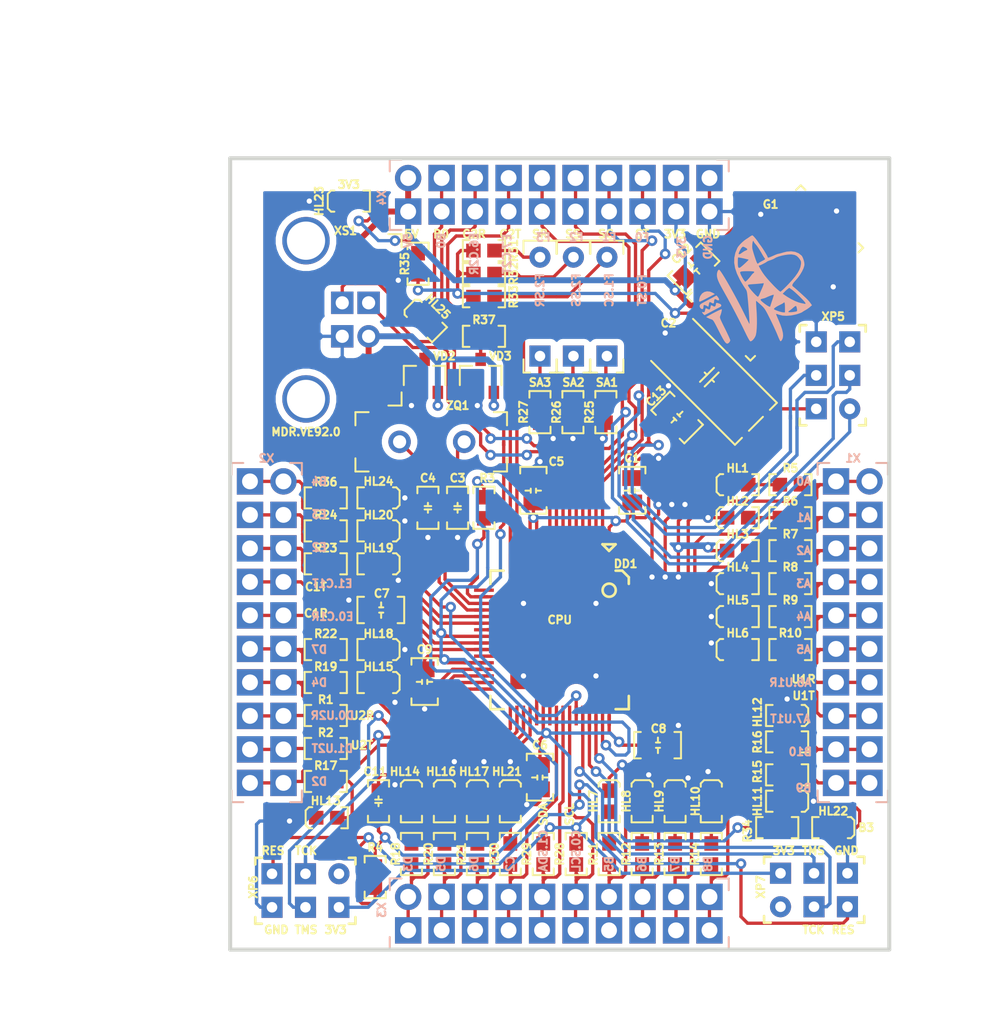
<source format=kicad_pcb>
(kicad_pcb (version 20171130) (host pcbnew "(5.1.12)-1")
  (layers (0 F.Cu signal) (31 B.Cu signal) (34 B.Paste user) (35 F.Paste user) (36 B.SilkS user) (37 F.SilkS user) (38 B.Mask user) (39 F.Mask user) (44 Edge.Cuts user))
  (net 0 "")
  (net 1 "Net-(DD1-Pad17)")
  (net 2 "Net-(DD1-Pad14)")
  (net 3 /UART1-TX)
  (net 4 /UART1-RX)
  (net 5 /JB-TCK)
  (net 6 /JB-TMS)
  (net 7 /USB-DN)
  (net 8 /USB-DP)
  (net 9 /JA-TMS)
  (net 10 /SSP1-RX)
  (net 11 /JA-TCK)
  (net 12 /SSP1-FSS)
  (net 13 /SSP1-CLK)
  (net 14 /SSP1-TX)
  (net 15 /PD4)
  (net 16 /PD7)
  (net 17 /PD2)
  (net 18 /PD3)
  (net 19 /PD5)
  (net 20 /PD6)
  (net 21 /PC1-SDA1)
  (net 22 /PC0-SCL1)
  (net 23 /UART2-RX)
  (net 24 /UART2-TX)
  (net 25 /PB5)
  (net 26 /PB6)
  (net 27 /PB7)
  (net 28 /PB8)
  (net 29 /PB9)
  (net 30 /PB10)
  (net 31 /PA5)
  (net 32 /PA4)
  (net 33 /PA3)
  (net 34 /PA2)
  (net 35 /PA1)
  (net 36 /PA0)
  (net 37 /PE2)
  (net 38 /PE3)
  (net 39 3V3)
  (net 40 GND)
  (net 41 "Net-(C3-Pad1)")
  (net 42 "Net-(C4-Pad1)")
  (net 43 "Net-(C11-Pad1)")
  (net 44 /RESET)
  (net 45 /PF6)
  (net 46 /PF5)
  (net 47 /PF4)
  (net 48 "Net-(HL1-PadA)")
  (net 49 "Net-(HL2-PadA)")
  (net 50 "Net-(HL3-PadA)")
  (net 51 "Net-(HL4-PadA)")
  (net 52 "Net-(HL5-PadA)")
  (net 53 "Net-(HL6-PadA)")
  (net 54 "Net-(HL7-PadA)")
  (net 55 "Net-(HL8-PadA)")
  (net 56 "Net-(HL9-PadA)")
  (net 57 "Net-(HL10-PadA)")
  (net 58 "Net-(HL11-PadA)")
  (net 59 "Net-(HL12-PadA)")
  (net 60 "Net-(HL13-PadA)")
  (net 61 "Net-(HL14-PadA)")
  (net 62 "Net-(HL15-PadA)")
  (net 63 "Net-(HL16-PadA)")
  (net 64 "Net-(HL17-PadA)")
  (net 65 "Net-(HL18-PadA)")
  (net 66 "Net-(HL19-PadA)")
  (net 67 "Net-(HL20-PadA)")
  (net 68 /PC2)
  (net 69 /CAN1-RX)
  (net 70 /CAN1-TX)
  (net 71 /CAN2-RX)
  (net 72 /CAN2-TX)
  (net 73 5V)
  (net 74 "Net-(HL21-PadA)")
  (net 75 "Net-(XP6-Pad1A)")
  (net 76 "Net-(XP7-Pad1A)")
  (net 77 "Net-(R31-Pad2)")
  (net 78 "Net-(R32-Pad2)")
  (net 79 "Net-(R33-Pad2)")
  (net 80 "Net-(HL22-PadA)")
  (net 81 /PB3)
  (net 82 "Net-(HL23-PadA)")
  (net 83 /PB4)
  (net 84 "Net-(HL24-PadA)")
  (net 85 /PB0)
  (net 86 "Net-(HL25-PadA)")
  (module MOTOR_ICO:nikitos_10x10 (layer B.Cu) (at 183.25 49.5 180)
    (fp_text reference X5 hide)
    (fp_text value ico*logo*el-nikitos*10x10 hide)
  )
  (module MOTOR_RLC:Резистор_SMD_IEC_0603-0,075_Вт (layer F.Cu) (at 163.25 52.5 180)
    (fp_text reference R37 (at 0 1.25) (layer F.SilkS) (effects (font (size 0.6 0.6))))
    (fp_text value smd-резистор*240*0603*ВП)
    (pad 2 smd rect (at 0.8 0 180) (size 1.1 1.05) (layers F.Cu F.Paste F.Mask) (net 86 "Net-(HL25-PadA)") (clearance 0.2))
    (pad 1 smd rect (at -0.8 0 180) (size 1.1 1.05) (layers F.Cu F.Paste F.Mask) (net 85 /PB0) (clearance 0.2))
  )
  (module "MOTOR_VD_VT_HL:Светодиод_SMD_IEC_0603(AK)" (layer F.Cu) (at 158.75 51.25 135)
    (fp_text reference HL25 (at 0 1.414214 135) (layer F.SilkS) (effects (font (size 0.6 0.6))))
    (fp_text value smd-светодиод*красный*10мА*0603*ВП)
    (pad K smd rect (at 0.8 0 135) (size 1.1 1.05) (layers F.Cu F.Paste F.Mask) (net 40 GND) (clearance 0.2))
    (pad A smd rect (at -0.8 0 135) (size 1.1 1.05) (layers F.Cu F.Paste F.Mask) (net 86 "Net-(HL25-PadA)") (clearance 0.2))
  )
  (module MOTOR_RLC:Резистор_SMD_IEC_0603-0,075_Вт (layer F.Cu) (at 151.25 64.75)
    (fp_text reference R36 (at 0 -1.2) (layer F.SilkS) (effects (font (size 0.6 0.6))))
    (fp_text value smd-резистор*240*0603*ВП)
    (pad 2 smd rect (at 0.8 0) (size 1.1 1.05) (layers F.Cu F.Paste F.Mask) (net 84 "Net-(HL24-PadA)") (clearance 0.2))
    (pad 1 smd rect (at -0.8 0) (size 1.1 1.05) (layers F.Cu F.Paste F.Mask) (net 83 /PB4) (clearance 0.2))
  )
  (module "MOTOR_VD_VT_HL:Светодиод_SMD_IEC_0603(AK)" (layer F.Cu) (at 155.25 64.75)
    (fp_text reference HL24 (at 0 -1.25) (layer F.SilkS) (effects (font (size 0.6 0.6))))
    (fp_text value smd-светодиод*красный*10мА*0603*ВП)
    (pad K smd rect (at 0.8 0) (size 1.1 1.05) (layers F.Cu F.Paste F.Mask) (net 40 GND) (clearance 0.2))
    (pad A smd rect (at -0.8 0) (size 1.1 1.05) (layers F.Cu F.Paste F.Mask) (net 84 "Net-(HL24-PadA)") (clearance 0.2))
  )
  (module MOTOR_X:Вилка_SNP346-6VP21-2 (layer F.Cu) (at 185.75 93.21)
    (fp_text reference XP7 (at -1.5 1.04 270) (layer F.SilkS) (effects (font (size 0.6 0.6))))
    (fp_text value Вилка*PLD*6контактов*2ряда*вертикальная*SWD)
    (pad 3A thru_hole rect (at 5.08 2.54) (size 1.6 1.6) (drill 0.8) (layers *.Cu *.Mask) (net 44 /RESET))
    (pad 2A thru_hole rect (at 2.54 2.54) (size 1.6 1.6) (drill 0.8) (layers *.Cu *.Mask) (net 11 /JA-TCK))
    (pad 3B thru_hole rect (at 5.08 0) (size 1.6 1.6) (drill 0.8) (layers *.Cu *.Mask) (net 40 GND))
    (pad 2B thru_hole rect (at 2.54 0) (size 1.6 1.6) (drill 0.8) (layers *.Cu *.Mask) (net 9 /JA-TMS))
    (pad 1A thru_hole circle (at 0 2.54) (size 1.6 1.6) (drill 0.8) (layers *.Cu *.Mask) (net 76 "Net-(XP7-Pad1A)"))
    (pad 1B thru_hole rect (at 0 0) (size 1.6 1.6) (drill 0.8) (layers *.Cu *.Mask) (net 39 3V3))
  )
  (module MOTOR_X:Вилка_SNP346-6VP21-2 (layer F.Cu) (at 188.46 58 90)
    (fp_text reference XP5 (at 7 1.29 180) (layer F.SilkS) (effects (font (size 0.6 0.6))))
    (fp_text value Вилка*PLD*6контактов*2ряда*вертикальная)
    (pad 3A thru_hole rect (at 5.08 2.54 90) (size 1.6 1.6) (drill 0.8) (layers *.Cu *.Mask) (net 12 /SSP1-FSS))
    (pad 2A thru_hole rect (at 2.54 2.54 90) (size 1.6 1.6) (drill 0.8) (layers *.Cu *.Mask) (net 13 /SSP1-CLK))
    (pad 3B thru_hole rect (at 5.08 0 90) (size 1.6 1.6) (drill 0.8) (layers *.Cu *.Mask) (net 40 GND))
    (pad 2B thru_hole rect (at 2.54 0 90) (size 1.6 1.6) (drill 0.8) (layers *.Cu *.Mask) (net 14 /SSP1-TX))
    (pad 1A thru_hole circle (at 0 2.54 90) (size 1.6 1.6) (drill 0.8) (layers *.Cu *.Mask) (net 10 /SSP1-RX))
    (pad 1B thru_hole rect (at 0 0 90) (size 1.6 1.6) (drill 0.8) (layers *.Cu *.Mask) (net 39 3V3))
  )
  (module MOTOR_X:Вилка_SNP346-6VP21-2 (layer F.Cu) (at 152.25 95.79 180)
    (fp_text reference XP6 (at 6.5 1.54 90) (layer F.SilkS) (effects (font (size 0.6 0.6))))
    (fp_text value Вилка*PLD*6контактов*2ряда*вертикальная*SWD)
    (pad 3A thru_hole rect (at 5.08 2.54 180) (size 1.6 1.6) (drill 0.8) (layers *.Cu *.Mask) (net 44 /RESET))
    (pad 2A thru_hole rect (at 2.54 2.54 180) (size 1.6 1.6) (drill 0.8) (layers *.Cu *.Mask) (net 5 /JB-TCK))
    (pad 3B thru_hole rect (at 5.08 0 180) (size 1.6 1.6) (drill 0.8) (layers *.Cu *.Mask) (net 40 GND))
    (pad 2B thru_hole rect (at 2.54 0 180) (size 1.6 1.6) (drill 0.8) (layers *.Cu *.Mask) (net 6 /JB-TMS))
    (pad 1A thru_hole circle (at 0 2.54 180) (size 1.6 1.6) (drill 0.8) (layers *.Cu *.Mask) (net 75 "Net-(XP6-Pad1A)"))
    (pad 1B thru_hole rect (at 0 0 180) (size 1.6 1.6) (drill 0.8) (layers *.Cu *.Mask) (net 39 3V3))
  )
  (module "MOTOR_X:Розетка_СП424-4РП(USB)" (layer F.Cu) (at 154.5 52.5 180)
    (fp_text reference XS1 (at 1.75 8 180) (layer F.SilkS) (effects (font (size 0.6 0.6))))
    (fp_text value Розетка*USB-TYPE-B*ВП hide)
    (pad 2 thru_hole rect (at 0 2.54 90) (size 1.7 1.7) (drill 1) (layers *.Cu *.Mask) (net 7 /USB-DN))
    (pad 1 thru_hole circle (at 0 0 90) (size 1.7 1.7) (drill 1) (layers *.Cu *.Mask) (net 73 5V))
    (pad 4 thru_hole rect (at 2 0 90) (size 1.7 1.7) (drill 1) (layers *.Cu *.Mask) (net 40 GND))
    (pad 3 thru_hole rect (at 2 2.54 90) (size 1.7 1.7) (drill 1) (layers *.Cu *.Mask) (net 8 /USB-DP))
    (pad 5 thru_hole circle (at 4.75 7.25 90) (size 3.6 3.6) (drill 2.9) (layers *.Cu *.Mask))
    (pad 5 thru_hole circle (at 4.75 -4.75 90) (size 3.6 3.6) (drill 2.9) (layers *.Cu *.Mask))
  )
  (module MOTOR_X:переключатель_движковый_2,5мм_1канал (layer F.Cu) (at 167.5 46.5)
    (fp_text reference SA3 (at 0 9.5) (layer F.SilkS) (effects (font (size 0.6 0.6))))
    (fp_text value Переключатель*DIP*вертикальный*2,5мм)
    (pad 2 thru_hole rect (at 0 7.5) (size 1.6 1.6) (drill 0.8) (layers *.Cu *.Mask) (net 45 /PF6))
    (pad 1 thru_hole circle (at 0 0) (size 1.6 1.6) (drill 0.8) (layers *.Cu *.Mask) (net 77 "Net-(R31-Pad2)"))
  )
  (module MOTOR_X:переключатель_движковый_2,5мм_1канал (layer F.Cu) (at 170.04 46.5)
    (fp_text reference SA2 (at 0 9.5) (layer F.SilkS) (effects (font (size 0.6 0.6))))
    (fp_text value Переключатель*DIP*вертикальный*2,5мм)
    (pad 2 thru_hole rect (at 0 7.5) (size 1.6 1.6) (drill 0.8) (layers *.Cu *.Mask) (net 46 /PF5))
    (pad 1 thru_hole circle (at 0 0) (size 1.6 1.6) (drill 0.8) (layers *.Cu *.Mask) (net 78 "Net-(R32-Pad2)"))
  )
  (module MOTOR_X:переключатель_движковый_2,5мм_1канал (layer F.Cu) (at 172.58 46.5)
    (fp_text reference SA1 (at 0 9.5) (layer F.SilkS) (effects (font (size 0.6 0.6))))
    (fp_text value Переключатель*DIP*вертикальный*2,5мм)
    (pad 2 thru_hole rect (at 0 7.5) (size 1.6 1.6) (drill 0.8) (layers *.Cu *.Mask) (net 47 /PF4))
    (pad 1 thru_hole circle (at 0 0) (size 1.6 1.6) (drill 0.8) (layers *.Cu *.Mask) (net 79 "Net-(R33-Pad2)"))
  )
  (module MOTOR_RLC:Резистор_SMD_IEC_0603-0,075_Вт (layer F.Cu) (at 158.25 47 90)
    (fp_text reference R35 (at 0 -1 270) (layer F.SilkS) (effects (font (size 0.6 0.6))))
    (fp_text value smd-резистор*240*0603*ВП)
    (pad 2 smd rect (at 0.8 0 90) (size 1.1 1.05) (layers F.Cu F.Paste F.Mask) (net 82 "Net-(HL23-PadA)") (clearance 0.2))
    (pad 1 smd rect (at -0.8 0 90) (size 1.1 1.05) (layers F.Cu F.Paste F.Mask) (net 39 3V3) (clearance 0.2))
  )
  (module "MOTOR_VD_VT_HL:Светодиод_SMD_IEC_0603(AK)" (layer F.Cu) (at 153 42.25 180)
    (fp_text reference HL23 (at 2.25 0 90) (layer F.SilkS) (effects (font (size 0.6 0.6))))
    (fp_text value smd-светодиод*красный*10мА*0603*ВП)
    (pad K smd rect (at 0.8 0 180) (size 1.1 1.05) (layers F.Cu F.Paste F.Mask) (net 40 GND) (clearance 0.2))
    (pad A smd rect (at -0.8 0 180) (size 1.1 1.05) (layers F.Cu F.Paste F.Mask) (net 82 "Net-(HL23-PadA)") (clearance 0.2))
  )
  (module MOTOR_DD:Микросхема_1986ВЕ92QL (layer F.Cu) (at 169 75.5 270)
    (fp_text reference DD1 (at -5.75 -5) (layer F.SilkS) (effects (font (size 0.6 0.6))))
    (fp_text value Микросхема_интегральная*1986ВЕ92QL hide)
    (fp_text user CPU (at -1.5 0 180) (layer F.SilkS) (effects (font (size 0.6 0.6))))
    (pad 49 smd rect (at 3.75 -5.75 270) (size 0.25 1.5) (layers F.Cu F.Paste F.Mask) (net 40 GND))
    (pad 50 smd rect (at 3.25 -5.75 270) (size 0.25 1.5) (layers F.Cu F.Paste F.Mask) (net 25 /PB5))
    (pad 51 smd rect (at 2.75 -5.75 270) (size 0.25 1.5) (layers F.Cu F.Paste F.Mask) (net 26 /PB6))
    (pad 52 smd rect (at 2.25 -5.75 270) (size 0.25 1.5) (layers F.Cu F.Paste F.Mask) (net 27 /PB7))
    (pad 53 smd rect (at 1.75 -5.75 270) (size 0.25 1.5) (layers F.Cu F.Paste F.Mask) (net 28 /PB8))
    (pad 54 smd rect (at 1.25 -5.75 270) (size 0.25 1.5) (layers F.Cu F.Paste F.Mask) (net 29 /PB9))
    (pad 55 smd rect (at 0.75 -5.75 270) (size 0.25 1.5) (layers F.Cu F.Paste F.Mask) (net 30 /PB10))
    (pad 56 smd rect (at 0.25 -5.75 270) (size 0.25 1.5) (layers F.Cu F.Paste F.Mask) (net 3 /UART1-TX))
    (pad 57 smd rect (at -0.25 -5.75 270) (size 0.25 1.5) (layers F.Cu F.Paste F.Mask) (net 4 /UART1-RX))
    (pad 58 smd rect (at -0.75 -5.75 270) (size 0.25 1.5) (layers F.Cu F.Paste F.Mask) (net 31 /PA5))
    (pad 59 smd rect (at -1.25 -5.75 270) (size 0.25 1.5) (layers F.Cu F.Paste F.Mask) (net 32 /PA4))
    (pad 60 smd rect (at -1.75 -5.75 270) (size 0.25 1.5) (layers F.Cu F.Paste F.Mask) (net 33 /PA3))
    (pad 61 smd rect (at -2.25 -5.75 270) (size 0.25 1.5) (layers F.Cu F.Paste F.Mask) (net 34 /PA2))
    (pad 62 smd rect (at -2.75 -5.75 270) (size 0.25 1.5) (layers F.Cu F.Paste F.Mask) (net 35 /PA1))
    (pad 63 smd rect (at -3.25 -5.75 270) (size 0.25 1.5) (layers F.Cu F.Paste F.Mask) (net 36 /PA0))
    (pad 64 smd rect (at -3.75 -5.75 270) (size 0.25 1.5) (layers F.Cu F.Paste F.Mask) (net 40 GND))
    (pad 32 smd rect (at 3.75 5.75 270) (size 0.25 1.5) (layers F.Cu F.Paste F.Mask) (net 5 /JB-TCK))
    (pad 31 smd rect (at 3.25 5.75 270) (size 0.25 1.5) (layers F.Cu F.Paste F.Mask) (net 6 /JB-TMS))
    (pad 30 smd rect (at 2.75 5.75 270) (size 0.25 1.5) (layers F.Cu F.Paste F.Mask) (net 15 /PD4))
    (pad 29 smd rect (at 2.25 5.75 270) (size 0.25 1.5) (layers F.Cu F.Paste F.Mask) (net 16 /PD7))
    (pad 28 smd rect (at 1.75 5.75 270) (size 0.25 1.5) (layers F.Cu F.Paste F.Mask) (net 39 3V3))
    (pad 27 smd rect (at 1.25 5.75 270) (size 0.25 1.5) (layers F.Cu F.Paste F.Mask) (net 40 GND))
    (pad 26 smd rect (at 0.75 5.75 270) (size 0.25 1.5) (layers F.Cu F.Paste F.Mask) (net 69 /CAN1-RX))
    (pad 25 smd rect (at 0.25 5.75 270) (size 0.25 1.5) (layers F.Cu F.Paste F.Mask) (net 70 /CAN1-TX))
    (pad 24 smd rect (at -0.25 5.75 270) (size 0.25 1.5) (layers F.Cu F.Paste F.Mask) (net 39 3V3))
    (pad 23 smd rect (at -0.75 5.75 270) (size 0.25 1.5) (layers F.Cu F.Paste F.Mask) (net 40 GND))
    (pad 22 smd rect (at -1.25 5.75 270) (size 0.25 1.5) (layers F.Cu F.Paste F.Mask) (net 37 /PE2))
    (pad 21 smd rect (at -1.75 5.75 270) (size 0.25 1.5) (layers F.Cu F.Paste F.Mask) (net 38 /PE3))
    (pad 20 smd rect (at -2.25 5.75 270) (size 0.25 1.5) (layers F.Cu F.Paste F.Mask) (net 42 "Net-(C4-Pad1)"))
    (pad 19 smd rect (at -2.75 5.75 270) (size 0.25 1.5) (layers F.Cu F.Paste F.Mask) (net 41 "Net-(C3-Pad1)"))
    (pad 18 smd rect (at -3.25 5.75 270) (size 0.25 1.5) (layers F.Cu F.Paste F.Mask) (net 43 "Net-(C11-Pad1)"))
    (pad 17 smd rect (at -3.75 5.75 270) (size 0.25 1.5) (layers F.Cu F.Paste F.Mask) (net 1 "Net-(DD1-Pad17)"))
    (pad 33 smd rect (at 5.75 3.75 270) (size 1.5 0.25) (layers F.Cu F.Paste F.Mask) (net 17 /PD2))
    (pad 16 smd rect (at -5.75 3.75 270) (size 1.5 0.25) (layers F.Cu F.Paste F.Mask) (net 71 /CAN2-RX))
    (pad 34 smd rect (at 5.75 3.25 270) (size 1.5 0.25) (layers F.Cu F.Paste F.Mask) (net 18 /PD3))
    (pad 15 smd rect (at -5.75 3.25 270) (size 1.5 0.25) (layers F.Cu F.Paste F.Mask) (net 72 /CAN2-TX))
    (pad 35 smd rect (at 5.75 2.75 270) (size 1.5 0.25) (layers F.Cu F.Paste F.Mask) (net 19 /PD5))
    (pad 14 smd rect (at -5.75 2.75 270) (size 1.5 0.25) (layers F.Cu F.Paste F.Mask) (net 2 "Net-(DD1-Pad14)"))
    (pad 36 smd rect (at 5.75 2.25 270) (size 1.5 0.25) (layers F.Cu F.Paste F.Mask) (net 20 /PD6))
    (pad 13 smd rect (at -5.75 2.25 270) (size 1.5 0.25) (layers F.Cu F.Paste F.Mask) (net 39 3V3))
    (pad 37 smd rect (at 5.75 1.75 270) (size 1.5 0.25) (layers F.Cu F.Paste F.Mask) (net 40 GND))
    (pad 12 smd rect (at -5.75 1.75 270) (size 1.5 0.25) (layers F.Cu F.Paste F.Mask) (net 39 3V3))
    (pad 38 smd rect (at 5.75 1.25 270) (size 1.5 0.25) (layers F.Cu F.Paste F.Mask) (net 39 3V3))
    (pad 11 smd rect (at -5.75 1.25 270) (size 1.5 0.25) (layers F.Cu F.Paste F.Mask) (net 40 GND))
    (pad 39 smd rect (at 5.75 0.75 270) (size 1.5 0.25) (layers F.Cu F.Paste F.Mask) (net 40 GND))
    (pad 10 smd rect (at -5.75 0.75 270) (size 1.5 0.25) (layers F.Cu F.Paste F.Mask) (net 7 /USB-DN))
    (pad 40 smd rect (at 5.75 0.25 270) (size 1.5 0.25) (layers F.Cu F.Paste F.Mask) (net 68 /PC2))
    (pad 9 smd rect (at -5.75 0.25 270) (size 1.5 0.25) (layers F.Cu F.Paste F.Mask) (net 8 /USB-DP))
    (pad 41 smd rect (at 5.75 -0.25 270) (size 1.5 0.25) (layers F.Cu F.Paste F.Mask) (net 21 /PC1-SDA1))
    (pad 8 smd rect (at -5.75 -0.25 270) (size 1.5 0.25) (layers F.Cu F.Paste F.Mask) (net 45 /PF6))
    (pad 42 smd rect (at 5.75 -0.75 270) (size 1.5 0.25) (layers F.Cu F.Paste F.Mask) (net 22 /PC0-SCL1))
    (pad 7 smd rect (at -5.75 -0.75 270) (size 1.5 0.25) (layers F.Cu F.Paste F.Mask) (net 46 /PF5))
    (pad 43 smd rect (at 5.75 -1.25 270) (size 1.5 0.25) (layers F.Cu F.Paste F.Mask) (net 85 /PB0))
    (pad 6 smd rect (at -5.75 -1.25 270) (size 1.5 0.25) (layers F.Cu F.Paste F.Mask) (net 47 /PF4))
    (pad 44 smd rect (at 5.75 -1.75 270) (size 1.5 0.25) (layers F.Cu F.Paste F.Mask) (net 9 /JA-TMS))
    (pad 5 smd rect (at -5.75 -1.75 270) (size 1.5 0.25) (layers F.Cu F.Paste F.Mask) (net 10 /SSP1-RX))
    (pad 45 smd rect (at 5.75 -2.25 270) (size 1.5 0.25) (layers F.Cu F.Paste F.Mask) (net 11 /JA-TCK))
    (pad 4 smd rect (at -5.75 -2.25 270) (size 1.5 0.25) (layers F.Cu F.Paste F.Mask) (net 12 /SSP1-FSS))
    (pad 46 smd rect (at 5.75 -2.75 270) (size 1.5 0.25) (layers F.Cu F.Paste F.Mask) (net 81 /PB3))
    (pad 3 smd rect (at -5.75 -2.75 270) (size 1.5 0.25) (layers F.Cu F.Paste F.Mask) (net 13 /SSP1-CLK))
    (pad 47 smd rect (at 5.75 -3.25 270) (size 1.5 0.25) (layers F.Cu F.Paste F.Mask) (net 83 /PB4))
    (pad 2 smd rect (at -5.75 -3.25 270) (size 1.5 0.25) (layers F.Cu F.Paste F.Mask) (net 14 /SSP1-TX))
    (pad 48 smd rect (at 5.75 -3.75 270) (size 1.5 0.25) (layers F.Cu F.Paste F.Mask) (net 39 3V3))
    (pad 1 smd rect (at -5.75 -3.75 270) (size 1.5 0.25) (layers F.Cu F.Paste F.Mask) (net 39 3V3))
  )
  (module MOTOR_RLC:Резистор_SMD_IEC_0603-0,075_Вт (layer F.Cu) (at 185.5 89.75)
    (fp_text reference R34 (at -2.25 0.25 90) (layer F.SilkS) (effects (font (size 0.6 0.6))))
    (fp_text value smd-резистор*240*0603*ВП)
    (pad 2 smd rect (at 0.8 0) (size 1.1 1.05) (layers F.Cu F.Paste F.Mask) (net 80 "Net-(HL22-PadA)") (clearance 0.2))
    (pad 1 smd rect (at -0.8 0) (size 1.1 1.05) (layers F.Cu F.Paste F.Mask) (net 81 /PB3) (clearance 0.2))
  )
  (module "MOTOR_VD_VT_HL:Светодиод_SMD_IEC_0603(AK)" (layer F.Cu) (at 189.75 89.75)
    (fp_text reference HL22 (at 0 -1.25 180) (layer F.SilkS) (effects (font (size 0.6 0.6))))
    (fp_text value smd-светодиод*красный*10мА*0603*ВП)
    (pad K smd rect (at 0.8 0) (size 1.1 1.05) (layers F.Cu F.Paste F.Mask) (net 40 GND) (clearance 0.2))
    (pad A smd rect (at -0.8 0) (size 1.1 1.05) (layers F.Cu F.Paste F.Mask) (net 80 "Net-(HL22-PadA)") (clearance 0.2))
  )
  (module MOTOR_RLC:Конденсатор_SMD_IEC_0603 (layer F.Cu) (at 155.25 87.75 90)
    (fp_text reference C11 (at 2.25 -0.25 180) (layer F.SilkS) (effects (font (size 0.6 0.6))))
    (fp_text value smd-конденсатор-керамика*0,1мк*25В*0805*ВП)
    (pad 2 smd rect (at 0.8 0 90) (size 1.1 1.05) (layers F.Cu F.Paste F.Mask) (net 40 GND) (clearance 0.2))
    (pad 1 smd rect (at -0.8 0 90) (size 1.1 1.05) (layers F.Cu F.Paste F.Mask) (net 43 "Net-(C11-Pad1)") (clearance 0.2))
  )
  (module MOTOR_RLC:Резистор_SMD_IEC_0603-0,075_Вт (layer F.Cu) (at 163.25 49.5)
    (fp_text reference R33 (at 2.25 0 -90) (layer F.SilkS) (effects (font (size 0.6 0.6))))
    (fp_text value smd-резистор*10к*0603*ВП)
    (pad 2 smd rect (at 0.8 0) (size 1.1 1.05) (layers F.Cu F.Paste F.Mask) (net 79 "Net-(R33-Pad2)") (clearance 0.2))
    (pad 1 smd rect (at -0.8 0) (size 1.1 1.05) (layers F.Cu F.Paste F.Mask) (net 39 3V3) (clearance 0.2))
  )
  (module MOTOR_RLC:Резистор_SMD_IEC_0603-0,075_Вт (layer F.Cu) (at 163.25 47.75)
    (fp_text reference R32 (at 2.25 0 -90) (layer F.SilkS) (effects (font (size 0.6 0.6))))
    (fp_text value smd-резистор*10к*0603*ВП)
    (pad 2 smd rect (at 0.8 0) (size 1.1 1.05) (layers F.Cu F.Paste F.Mask) (net 78 "Net-(R32-Pad2)") (clearance 0.2))
    (pad 1 smd rect (at -0.8 0) (size 1.1 1.05) (layers F.Cu F.Paste F.Mask) (net 39 3V3) (clearance 0.2))
  )
  (module MOTOR_RLC:Резистор_SMD_IEC_0603-0,075_Вт (layer F.Cu) (at 163.25 46)
    (fp_text reference R31 (at 2.25 0 -90) (layer F.SilkS) (effects (font (size 0.6 0.6))))
    (fp_text value smd-резистор*10к*0603*ВП)
    (pad 2 smd rect (at 0.8 0) (size 1.1 1.05) (layers F.Cu F.Paste F.Mask) (net 77 "Net-(R31-Pad2)") (clearance 0.2))
    (pad 1 smd rect (at -0.8 0) (size 1.1 1.05) (layers F.Cu F.Paste F.Mask) (net 39 3V3) (clearance 0.2))
  )
  (module MOTOR_RLC:Резистор_SMD_IEC_0603-0,075_Вт (layer F.Cu) (at 165.25 91.75 90)
    (fp_text reference R30 (at 0 -1.2 90) (layer F.SilkS) (effects (font (size 0.6 0.6))))
    (fp_text value smd-резистор*240*0603*ВП)
    (pad 2 smd rect (at 0.8 0 90) (size 1.1 1.05) (layers F.Cu F.Paste F.Mask) (net 74 "Net-(HL21-PadA)") (clearance 0.2))
    (pad 1 smd rect (at -0.8 0 90) (size 1.1 1.05) (layers F.Cu F.Paste F.Mask) (net 68 /PC2) (clearance 0.2))
  )
  (module "MOTOR_VD_VT_HL:Светодиод_SMD_IEC_0603(AK)" (layer F.Cu) (at 165.25 87.75 90)
    (fp_text reference HL21 (at 2.25 -0.25 180) (layer F.SilkS) (effects (font (size 0.6 0.6))))
    (fp_text value smd-светодиод*красный*10мА*0603*ВП)
    (pad K smd rect (at 0.8 0 90) (size 1.1 1.05) (layers F.Cu F.Paste F.Mask) (net 40 GND) (clearance 0.2))
    (pad A smd rect (at -0.8 0 90) (size 1.1 1.05) (layers F.Cu F.Paste F.Mask) (net 74 "Net-(HL21-PadA)") (clearance 0.2))
  )
  (module MOTOR_VD_VT_HL:Корпус_КТ-46 (layer F.Cu) (at 163 55.5 90)
    (fp_text reference VD3 (at 1.5 1.5 180) (layer F.SilkS) (effects (font (size 0.6 0.6))))
    (fp_text value smd-диод-двухнаправленный*0,1А*50В*SOT-23*ВП)
    (pad 3 smd rect (at 1.25 0 90) (size 1 0.8) (layers F.Cu F.Paste F.Mask) (net 8 /USB-DP))
    (pad 2 smd rect (at -1.25 1 90) (size 1 0.8) (layers F.Cu F.Paste F.Mask) (net 73 5V))
    (pad 1 smd rect (at -1.25 -1 90) (size 1 0.8) (layers F.Cu F.Paste F.Mask) (net 40 GND))
  )
  (module MOTOR_VD_VT_HL:Корпус_КТ-46 (layer F.Cu) (at 158.75 55.5 90)
    (fp_text reference VD2 (at 1.5 1.5 180) (layer F.SilkS) (effects (font (size 0.6 0.6))))
    (fp_text value smd-диод-двухнаправленный*0,1А*50В*SOT-23*ВП)
    (pad 3 smd rect (at 1.25 0 90) (size 1 0.8) (layers F.Cu F.Paste F.Mask) (net 7 /USB-DN))
    (pad 2 smd rect (at -1.25 1 90) (size 1 0.8) (layers F.Cu F.Paste F.Mask) (net 73 5V))
    (pad 1 smd rect (at -1.25 -1 90) (size 1 0.8) (layers F.Cu F.Paste F.Mask) (net 40 GND))
  )
  (module MOTOR_RLC:Конденсатор_SMD_IEC_0805 (layer F.Cu) (at 178.558148 59.308148 135)
    (fp_text reference C13 (at 3.181981 0 225) (layer F.SilkS) (effects (font (size 0.6 0.6))))
    (fp_text value smd-конденсатор-керамика*0,1мк*25В*0805*ВП hide)
    (pad 2 smd rect (at 1.85 0 135) (size 1.2 1.5) (layers F.Cu F.Paste F.Mask) (net 40 GND) (clearance 0.2))
    (pad 1 smd rect (at 0 0 135) (size 1.2 1.5) (layers F.Cu F.Paste F.Mask) (net 39 3V3) (clearance 0.2))
  )
  (module MOTOR_RLC:Конденсатор_SMD_IEC_0805 (layer F.Cu) (at 178.5 48 45)
    (fp_text reference C12 (at 1.06066 -1.414214 45) (layer F.SilkS) (effects (font (size 0.6 0.6))))
    (fp_text value smd-конденсатор-керамика*0,1мк*25В*0805*ВП hide)
    (pad 2 smd rect (at 1.85 0 45) (size 1.2 1.5) (layers F.Cu F.Paste F.Mask) (net 40 GND) (clearance 0.2))
    (pad 1 smd rect (at 0 0 45) (size 1.2 1.5) (layers F.Cu F.Paste F.Mask) (net 73 5V) (clearance 0.2))
  )
  (module MOTOR_VD_VT_HL:Корпус_КТ-89 (layer F.Cu) (at 187 46 315)
    (fp_text reference G1 (at -3.889087 -1.06066 180) (layer F.SilkS) (effects (font (size 0.6 0.6))))
    (fp_text value Микросхема*LDO*IN30V*OUT5V*0.5A*КТ-89*ОТК)
    (pad 1 smd rect (at -2.3 6.8 315) (size 1.14 2.16) (layers F.Cu F.Paste F.Mask) (net 73 5V))
    (pad 3 smd rect (at 2.3 6.8 315) (size 1.14 2.16) (layers F.Cu F.Paste F.Mask) (net 39 3V3))
    (pad 4 smd rect (at 0 0 315) (size 6 6.7) (layers F.Cu F.Paste F.Mask) (net 40 GND))
  )
  (module MOTOR_X:Вилка_СНП346-10ВП21-2-вверх (layer B.Cu) (at 157.5 40.5 270)
    (fp_text reference X4 (at 1.5 2 270) (layer B.SilkS) (effects (font (size 0.6 0.6)) (justify mirror)))
    (fp_text value Вилка*PLD*20контактов*2ряда*вертикальная hide)
    (pad 10B thru_hole rect (at 2.54 -22.86 270) (size 2 2) (drill 1.2) (layers *.Cu *.Mask) (net 40 GND))
    (pad 9B thru_hole rect (at 2.54 -20.32 270) (size 2 2) (drill 1.2) (layers *.Cu *.Mask) (net 39 3V3))
    (pad 8B thru_hole rect (at 2.54 -17.78 270) (size 2 2) (drill 1.2) (layers *.Cu *.Mask) (net 14 /SSP1-TX))
    (pad 7B thru_hole rect (at 2.54 -15.24 270) (size 2 2) (drill 1.2) (layers *.Cu *.Mask) (net 13 /SSP1-CLK))
    (pad 1B thru_hole rect (at 2.54 0 270) (size 2 2) (drill 1.2) (layers *.Cu *.Mask) (net 73 5V))
    (pad 4B thru_hole rect (at 2.54 -7.62 270) (size 2 2) (drill 1.2) (layers *.Cu *.Mask) (net 72 /CAN2-TX))
    (pad 2B thru_hole rect (at 2.54 -2.54 270) (size 2 2) (drill 1.2) (layers *.Cu *.Mask) (net 85 /PB0))
    (pad 5B thru_hole rect (at 2.54 -10.16 270) (size 2 2) (drill 1.2) (layers *.Cu *.Mask) (net 10 /SSP1-RX))
    (pad 3B thru_hole rect (at 2.54 -5.08 270) (size 2 2) (drill 1.2) (layers *.Cu *.Mask) (net 71 /CAN2-RX))
    (pad 6B thru_hole rect (at 2.54 -12.7 270) (size 2 2) (drill 1.2) (layers *.Cu *.Mask) (net 12 /SSP1-FSS))
    (pad 6A thru_hole rect (at 0 -12.7 270) (size 2 2) (drill 1.2) (layers *.Cu *.Mask) (net 12 /SSP1-FSS))
    (pad 3A thru_hole rect (at 0 -5.08 270) (size 2 2) (drill 1.2) (layers *.Cu *.Mask) (net 71 /CAN2-RX))
    (pad 5A thru_hole rect (at 0 -10.16 270) (size 2 2) (drill 1.2) (layers *.Cu *.Mask) (net 10 /SSP1-RX))
    (pad 2A thru_hole rect (at 0 -2.54 270) (size 2 2) (drill 1.2) (layers *.Cu *.Mask) (net 85 /PB0))
    (pad 4A thru_hole rect (at 0 -7.62 270) (size 2 2) (drill 1.2) (layers *.Cu *.Mask) (net 72 /CAN2-TX))
    (pad 1A thru_hole circle (at 0 0 270) (size 2 2) (drill 1.2) (layers *.Cu *.Mask) (net 73 5V))
    (pad 7A thru_hole rect (at 0 -15.24 270) (size 2 2) (drill 1.2) (layers *.Cu *.Mask) (net 13 /SSP1-CLK))
    (pad 8A thru_hole rect (at 0 -17.78 270) (size 2 2) (drill 1.2) (layers *.Cu *.Mask) (net 14 /SSP1-TX))
    (pad 9A thru_hole rect (at 0 -20.32 270) (size 2 2) (drill 1.2) (layers *.Cu *.Mask) (net 39 3V3))
    (pad 10A thru_hole rect (at 0 -22.86 270) (size 2 2) (drill 1.2) (layers *.Cu *.Mask) (net 40 GND))
  )
  (module MOTOR_RLC:Резистор_SMD_IEC_0603-0,075_Вт (layer F.Cu) (at 151.25 67.25)
    (fp_text reference R24 (at 0 -1.2) (layer F.SilkS) (effects (font (size 0.6 0.6))))
    (fp_text value smd-резистор*240*0603*ВП)
    (pad 2 smd rect (at 0.8 0) (size 1.1 1.05) (layers F.Cu F.Paste F.Mask) (net 67 "Net-(HL20-PadA)") (clearance 0.2))
    (pad 1 smd rect (at -0.8 0) (size 1.1 1.05) (layers F.Cu F.Paste F.Mask) (net 38 /PE3) (clearance 0.2))
  )
  (module MOTOR_RLC:Резистор_SMD_IEC_0603-0,075_Вт (layer F.Cu) (at 151.25 69.75)
    (fp_text reference R23 (at 0 -1.2) (layer F.SilkS) (effects (font (size 0.6 0.6))))
    (fp_text value smd-резистор*240*0603*ВП)
    (pad 2 smd rect (at 0.8 0) (size 1.1 1.05) (layers F.Cu F.Paste F.Mask) (net 66 "Net-(HL19-PadA)") (clearance 0.2))
    (pad 1 smd rect (at -0.8 0) (size 1.1 1.05) (layers F.Cu F.Paste F.Mask) (net 37 /PE2) (clearance 0.2))
  )
  (module "MOTOR_VD_VT_HL:Светодиод_SMD_IEC_0603(AK)" (layer F.Cu) (at 155.25 67.25)
    (fp_text reference HL20 (at 0 -1.2) (layer F.SilkS) (effects (font (size 0.6 0.6))))
    (fp_text value smd-светодиод*красный*10мА*0603*ВП)
    (pad K smd rect (at 0.8 0) (size 1.1 1.05) (layers F.Cu F.Paste F.Mask) (net 40 GND) (clearance 0.2))
    (pad A smd rect (at -0.8 0) (size 1.1 1.05) (layers F.Cu F.Paste F.Mask) (net 67 "Net-(HL20-PadA)") (clearance 0.2))
  )
  (module "MOTOR_VD_VT_HL:Светодиод_SMD_IEC_0603(AK)" (layer F.Cu) (at 155.25 69.75)
    (fp_text reference HL19 (at 0 -1.2) (layer F.SilkS) (effects (font (size 0.6 0.6))))
    (fp_text value smd-светодиод*красный*10мА*0603*ВП)
    (pad K smd rect (at 0.8 0) (size 1.1 1.05) (layers F.Cu F.Paste F.Mask) (net 40 GND) (clearance 0.2))
    (pad A smd rect (at -0.8 0) (size 1.1 1.05) (layers F.Cu F.Paste F.Mask) (net 66 "Net-(HL19-PadA)") (clearance 0.2))
  )
  (module MOTOR_RLC:Резистор_SMD_IEC_0603-0,075_Вт (layer F.Cu) (at 151.25 76.25)
    (fp_text reference R22 (at 0 -1.2) (layer F.SilkS) (effects (font (size 0.6 0.6))))
    (fp_text value smd-резистор*240*0603*ВП)
    (pad 2 smd rect (at 0.8 0) (size 1.1 1.05) (layers F.Cu F.Paste F.Mask) (net 65 "Net-(HL18-PadA)") (clearance 0.2))
    (pad 1 smd rect (at -0.8 0) (size 1.1 1.05) (layers F.Cu F.Paste F.Mask) (net 16 /PD7) (clearance 0.2))
  )
  (module MOTOR_RLC:Резистор_SMD_IEC_0603-0,075_Вт (layer F.Cu) (at 162.75 91.75 90)
    (fp_text reference R21 (at 0 -1.2 90) (layer F.SilkS) (effects (font (size 0.6 0.6))))
    (fp_text value smd-резистор*240*0603*ВП)
    (pad 2 smd rect (at 0.8 0 90) (size 1.1 1.05) (layers F.Cu F.Paste F.Mask) (net 64 "Net-(HL17-PadA)") (clearance 0.2))
    (pad 1 smd rect (at -0.8 0 90) (size 1.1 1.05) (layers F.Cu F.Paste F.Mask) (net 20 /PD6) (clearance 0.2))
  )
  (module MOTOR_RLC:Резистор_SMD_IEC_0603-0,075_Вт (layer F.Cu) (at 160.25 91.75 90)
    (fp_text reference R20 (at 0 -1.2 90) (layer F.SilkS) (effects (font (size 0.6 0.6))))
    (fp_text value smd-резистор*240*0603*ВП)
    (pad 2 smd rect (at 0.8 0 90) (size 1.1 1.05) (layers F.Cu F.Paste F.Mask) (net 63 "Net-(HL16-PadA)") (clearance 0.2))
    (pad 1 smd rect (at -0.8 0 90) (size 1.1 1.05) (layers F.Cu F.Paste F.Mask) (net 19 /PD5) (clearance 0.2))
  )
  (module MOTOR_RLC:Резистор_SMD_IEC_0603-0,075_Вт (layer F.Cu) (at 151.25 78.75)
    (fp_text reference R19 (at 0 -1.2) (layer F.SilkS) (effects (font (size 0.6 0.6))))
    (fp_text value smd-резистор*240*0603*ВП)
    (pad 2 smd rect (at 0.8 0) (size 1.1 1.05) (layers F.Cu F.Paste F.Mask) (net 62 "Net-(HL15-PadA)") (clearance 0.2))
    (pad 1 smd rect (at -0.8 0) (size 1.1 1.05) (layers F.Cu F.Paste F.Mask) (net 15 /PD4) (clearance 0.2))
  )
  (module MOTOR_RLC:Резистор_SMD_IEC_0603-0,075_Вт (layer F.Cu) (at 157.75 91.75 90)
    (fp_text reference R18 (at 0 -1.2 90) (layer F.SilkS) (effects (font (size 0.6 0.6))))
    (fp_text value smd-резистор*240*0603*ВП)
    (pad 2 smd rect (at 0.8 0 90) (size 1.1 1.05) (layers F.Cu F.Paste F.Mask) (net 61 "Net-(HL14-PadA)") (clearance 0.2))
    (pad 1 smd rect (at -0.8 0 90) (size 1.1 1.05) (layers F.Cu F.Paste F.Mask) (net 18 /PD3) (clearance 0.2))
  )
  (module MOTOR_RLC:Резистор_SMD_IEC_0603-0,075_Вт (layer F.Cu) (at 151.25 86.25)
    (fp_text reference R17 (at 0 -1.2) (layer F.SilkS) (effects (font (size 0.6 0.6))))
    (fp_text value smd-резистор*240*0603*ВП)
    (pad 2 smd rect (at 0.8 0) (size 1.1 1.05) (layers F.Cu F.Paste F.Mask) (net 60 "Net-(HL13-PadA)") (clearance 0.2))
    (pad 1 smd rect (at -0.8 0) (size 1.1 1.05) (layers F.Cu F.Paste F.Mask) (net 17 /PD2) (clearance 0.2))
  )
  (module "MOTOR_VD_VT_HL:Светодиод_SMD_IEC_0603(AK)" (layer F.Cu) (at 155.25 76.25)
    (fp_text reference HL18 (at 0 -1.2) (layer F.SilkS) (effects (font (size 0.6 0.6))))
    (fp_text value smd-светодиод*красный*10мА*0603*ВП)
    (pad K smd rect (at 0.8 0) (size 1.1 1.05) (layers F.Cu F.Paste F.Mask) (net 40 GND) (clearance 0.2))
    (pad A smd rect (at -0.8 0) (size 1.1 1.05) (layers F.Cu F.Paste F.Mask) (net 65 "Net-(HL18-PadA)") (clearance 0.2))
  )
  (module "MOTOR_VD_VT_HL:Светодиод_SMD_IEC_0603(AK)" (layer F.Cu) (at 162.75 87.75 90)
    (fp_text reference HL17 (at 2.25 -0.25 180) (layer F.SilkS) (effects (font (size 0.6 0.6))))
    (fp_text value smd-светодиод*красный*10мА*0603*ВП)
    (pad K smd rect (at 0.8 0 90) (size 1.1 1.05) (layers F.Cu F.Paste F.Mask) (net 40 GND) (clearance 0.2))
    (pad A smd rect (at -0.8 0 90) (size 1.1 1.05) (layers F.Cu F.Paste F.Mask) (net 64 "Net-(HL17-PadA)") (clearance 0.2))
  )
  (module "MOTOR_VD_VT_HL:Светодиод_SMD_IEC_0603(AK)" (layer F.Cu) (at 160.25 87.75 90)
    (fp_text reference HL16 (at 2.25 -0.25 180) (layer F.SilkS) (effects (font (size 0.6 0.6))))
    (fp_text value smd-светодиод*красный*10мА*0603*ВП)
    (pad K smd rect (at 0.8 0 90) (size 1.1 1.05) (layers F.Cu F.Paste F.Mask) (net 40 GND) (clearance 0.2))
    (pad A smd rect (at -0.8 0 90) (size 1.1 1.05) (layers F.Cu F.Paste F.Mask) (net 63 "Net-(HL16-PadA)") (clearance 0.2))
  )
  (module "MOTOR_VD_VT_HL:Светодиод_SMD_IEC_0603(AK)" (layer F.Cu) (at 155.25 78.75)
    (fp_text reference HL15 (at 0 -1.2) (layer F.SilkS) (effects (font (size 0.6 0.6))))
    (fp_text value smd-светодиод*красный*10мА*0603*ВП)
    (pad K smd rect (at 0.8 0) (size 1.1 1.05) (layers F.Cu F.Paste F.Mask) (net 40 GND) (clearance 0.2))
    (pad A smd rect (at -0.8 0) (size 1.1 1.05) (layers F.Cu F.Paste F.Mask) (net 62 "Net-(HL15-PadA)") (clearance 0.2))
  )
  (module "MOTOR_VD_VT_HL:Светодиод_SMD_IEC_0603(AK)" (layer F.Cu) (at 157.75 87.75 90)
    (fp_text reference HL14 (at 2.25 -0.5 180) (layer F.SilkS) (effects (font (size 0.6 0.6))))
    (fp_text value smd-светодиод*красный*10мА*0603*ВП)
    (pad K smd rect (at 0.8 0 90) (size 1.1 1.05) (layers F.Cu F.Paste F.Mask) (net 40 GND) (clearance 0.2))
    (pad A smd rect (at -0.8 0 90) (size 1.1 1.05) (layers F.Cu F.Paste F.Mask) (net 61 "Net-(HL14-PadA)") (clearance 0.2))
  )
  (module "MOTOR_VD_VT_HL:Светодиод_SMD_IEC_0603(AK)" (layer F.Cu) (at 151.323223 89 180)
    (fp_text reference HL13 (at 0.073223 1.280331) (layer F.SilkS) (effects (font (size 0.6 0.6))))
    (fp_text value smd-светодиод*красный*10мА*0603*ВП)
    (pad K smd rect (at 0.8 0 180) (size 1.1 1.05) (layers F.Cu F.Paste F.Mask) (net 40 GND) (clearance 0.2))
    (pad A smd rect (at -0.8 0 180) (size 1.1 1.05) (layers F.Cu F.Paste F.Mask) (net 60 "Net-(HL13-PadA)") (clearance 0.2))
  )
  (module MOTOR_X:Вилка_СНП346-10ВП21-2-вверх (layer B.Cu) (at 157.5 95 270)
    (fp_text reference X3 (at 1 2 90) (layer B.SilkS) (effects (font (size 0.6 0.6)) (justify mirror)))
    (fp_text value Вилка*PLD*20контактов*2ряда*вертикальная hide)
    (pad 10B thru_hole rect (at 2.54 -22.86 270) (size 2 2) (drill 1.2) (layers *.Cu *.Mask) (net 28 /PB8))
    (pad 9B thru_hole rect (at 2.54 -20.32 270) (size 2 2) (drill 1.2) (layers *.Cu *.Mask) (net 27 /PB7))
    (pad 8B thru_hole rect (at 2.54 -17.78 270) (size 2 2) (drill 1.2) (layers *.Cu *.Mask) (net 26 /PB6))
    (pad 7B thru_hole rect (at 2.54 -15.24 270) (size 2 2) (drill 1.2) (layers *.Cu *.Mask) (net 25 /PB5))
    (pad 1B thru_hole rect (at 2.54 0 270) (size 2 2) (drill 1.2) (layers *.Cu *.Mask) (net 18 /PD3))
    (pad 4B thru_hole rect (at 2.54 -7.62 270) (size 2 2) (drill 1.2) (layers *.Cu *.Mask) (net 68 /PC2))
    (pad 2B thru_hole rect (at 2.54 -2.54 270) (size 2 2) (drill 1.2) (layers *.Cu *.Mask) (net 19 /PD5))
    (pad 5B thru_hole rect (at 2.54 -10.16 270) (size 2 2) (drill 1.2) (layers *.Cu *.Mask) (net 21 /PC1-SDA1))
    (pad 3B thru_hole rect (at 2.54 -5.08 270) (size 2 2) (drill 1.2) (layers *.Cu *.Mask) (net 20 /PD6))
    (pad 6B thru_hole rect (at 2.54 -12.7 270) (size 2 2) (drill 1.2) (layers *.Cu *.Mask) (net 22 /PC0-SCL1))
    (pad 6A thru_hole rect (at 0 -12.7 270) (size 2 2) (drill 1.2) (layers *.Cu *.Mask) (net 22 /PC0-SCL1))
    (pad 3A thru_hole rect (at 0 -5.08 270) (size 2 2) (drill 1.2) (layers *.Cu *.Mask) (net 20 /PD6))
    (pad 5A thru_hole rect (at 0 -10.16 270) (size 2 2) (drill 1.2) (layers *.Cu *.Mask) (net 21 /PC1-SDA1))
    (pad 2A thru_hole rect (at 0 -2.54 270) (size 2 2) (drill 1.2) (layers *.Cu *.Mask) (net 19 /PD5))
    (pad 4A thru_hole rect (at 0 -7.62 270) (size 2 2) (drill 1.2) (layers *.Cu *.Mask) (net 68 /PC2))
    (pad 1A thru_hole circle (at 0 0 270) (size 2 2) (drill 1.2) (layers *.Cu *.Mask) (net 18 /PD3))
    (pad 7A thru_hole rect (at 0 -15.24 270) (size 2 2) (drill 1.2) (layers *.Cu *.Mask) (net 25 /PB5))
    (pad 8A thru_hole rect (at 0 -17.78 270) (size 2 2) (drill 1.2) (layers *.Cu *.Mask) (net 26 /PB6))
    (pad 9A thru_hole rect (at 0 -20.32 270) (size 2 2) (drill 1.2) (layers *.Cu *.Mask) (net 27 /PB7))
    (pad 10A thru_hole rect (at 0 -22.86 270) (size 2 2) (drill 1.2) (layers *.Cu *.Mask) (net 28 /PB8))
  )
  (module MOTOR_X:Вилка_СНП346-10ВП21-2-вверх (layer B.Cu) (at 148.04 63.5 180)
    (fp_text reference X2 (at 1.29 1.75) (layer B.SilkS) (effects (font (size 0.6 0.6)) (justify mirror)))
    (fp_text value Вилка*PLD*20контактов*2ряда*вертикальная hide)
    (pad 10B thru_hole rect (at 2.54 -22.86 180) (size 2 2) (drill 1.2) (layers *.Cu *.Mask) (net 17 /PD2))
    (pad 9B thru_hole rect (at 2.54 -20.32 180) (size 2 2) (drill 1.2) (layers *.Cu *.Mask) (net 24 /UART2-TX))
    (pad 8B thru_hole rect (at 2.54 -17.78 180) (size 2 2) (drill 1.2) (layers *.Cu *.Mask) (net 23 /UART2-RX))
    (pad 7B thru_hole rect (at 2.54 -15.24 180) (size 2 2) (drill 1.2) (layers *.Cu *.Mask) (net 15 /PD4))
    (pad 1B thru_hole rect (at 2.54 0 180) (size 2 2) (drill 1.2) (layers *.Cu *.Mask) (net 83 /PB4))
    (pad 4B thru_hole rect (at 2.54 -7.62 180) (size 2 2) (drill 1.2) (layers *.Cu *.Mask) (net 70 /CAN1-TX))
    (pad 2B thru_hole rect (at 2.54 -2.54 180) (size 2 2) (drill 1.2) (layers *.Cu *.Mask) (net 38 /PE3))
    (pad 5B thru_hole rect (at 2.54 -10.16 180) (size 2 2) (drill 1.2) (layers *.Cu *.Mask) (net 69 /CAN1-RX))
    (pad 3B thru_hole rect (at 2.54 -5.08 180) (size 2 2) (drill 1.2) (layers *.Cu *.Mask) (net 37 /PE2))
    (pad 6B thru_hole rect (at 2.54 -12.7 180) (size 2 2) (drill 1.2) (layers *.Cu *.Mask) (net 16 /PD7))
    (pad 6A thru_hole rect (at 0 -12.7 180) (size 2 2) (drill 1.2) (layers *.Cu *.Mask) (net 16 /PD7))
    (pad 3A thru_hole rect (at 0 -5.08 180) (size 2 2) (drill 1.2) (layers *.Cu *.Mask) (net 37 /PE2))
    (pad 5A thru_hole rect (at 0 -10.16 180) (size 2 2) (drill 1.2) (layers *.Cu *.Mask) (net 69 /CAN1-RX))
    (pad 2A thru_hole rect (at 0 -2.54 180) (size 2 2) (drill 1.2) (layers *.Cu *.Mask) (net 38 /PE3))
    (pad 4A thru_hole rect (at 0 -7.62 180) (size 2 2) (drill 1.2) (layers *.Cu *.Mask) (net 70 /CAN1-TX))
    (pad 1A thru_hole circle (at 0 0 180) (size 2 2) (drill 1.2) (layers *.Cu *.Mask) (net 83 /PB4))
    (pad 7A thru_hole rect (at 0 -15.24 180) (size 2 2) (drill 1.2) (layers *.Cu *.Mask) (net 15 /PD4))
    (pad 8A thru_hole rect (at 0 -17.78 180) (size 2 2) (drill 1.2) (layers *.Cu *.Mask) (net 23 /UART2-RX))
    (pad 9A thru_hole rect (at 0 -20.32 180) (size 2 2) (drill 1.2) (layers *.Cu *.Mask) (net 24 /UART2-TX))
    (pad 10A thru_hole rect (at 0 -22.86 180) (size 2 2) (drill 1.2) (layers *.Cu *.Mask) (net 17 /PD2))
  )
  (module MOTOR_X:Вилка_СНП346-10ВП21-2-вверх (layer B.Cu) (at 192.5 63.5 180)
    (fp_text reference X1 (at 1.25 1.75) (layer B.SilkS) (effects (font (size 0.6 0.6)) (justify mirror)))
    (fp_text value Вилка*PLD*20контактов*2ряда*вертикальная hide)
    (pad 10B thru_hole rect (at 2.54 -22.86 180) (size 2 2) (drill 1.2) (layers *.Cu *.Mask) (net 29 /PB9))
    (pad 9B thru_hole rect (at 2.54 -20.32 180) (size 2 2) (drill 1.2) (layers *.Cu *.Mask) (net 30 /PB10))
    (pad 8B thru_hole rect (at 2.54 -17.78 180) (size 2 2) (drill 1.2) (layers *.Cu *.Mask) (net 3 /UART1-TX))
    (pad 7B thru_hole rect (at 2.54 -15.24 180) (size 2 2) (drill 1.2) (layers *.Cu *.Mask) (net 4 /UART1-RX))
    (pad 1B thru_hole rect (at 2.54 0 180) (size 2 2) (drill 1.2) (layers *.Cu *.Mask) (net 36 /PA0))
    (pad 4B thru_hole rect (at 2.54 -7.62 180) (size 2 2) (drill 1.2) (layers *.Cu *.Mask) (net 33 /PA3))
    (pad 2B thru_hole rect (at 2.54 -2.54 180) (size 2 2) (drill 1.2) (layers *.Cu *.Mask) (net 35 /PA1))
    (pad 5B thru_hole rect (at 2.54 -10.16 180) (size 2 2) (drill 1.2) (layers *.Cu *.Mask) (net 32 /PA4))
    (pad 3B thru_hole rect (at 2.54 -5.08 180) (size 2 2) (drill 1.2) (layers *.Cu *.Mask) (net 34 /PA2))
    (pad 6B thru_hole rect (at 2.54 -12.7 180) (size 2 2) (drill 1.2) (layers *.Cu *.Mask) (net 31 /PA5))
    (pad 6A thru_hole rect (at 0 -12.7 180) (size 2 2) (drill 1.2) (layers *.Cu *.Mask) (net 31 /PA5))
    (pad 3A thru_hole rect (at 0 -5.08 180) (size 2 2) (drill 1.2) (layers *.Cu *.Mask) (net 34 /PA2))
    (pad 5A thru_hole rect (at 0 -10.16 180) (size 2 2) (drill 1.2) (layers *.Cu *.Mask) (net 32 /PA4))
    (pad 2A thru_hole rect (at 0 -2.54 180) (size 2 2) (drill 1.2) (layers *.Cu *.Mask) (net 35 /PA1))
    (pad 4A thru_hole rect (at 0 -7.62 180) (size 2 2) (drill 1.2) (layers *.Cu *.Mask) (net 33 /PA3))
    (pad 1A thru_hole circle (at 0 0 180) (size 2 2) (drill 1.2) (layers *.Cu *.Mask) (net 36 /PA0))
    (pad 7A thru_hole rect (at 0 -15.24 180) (size 2 2) (drill 1.2) (layers *.Cu *.Mask) (net 4 /UART1-RX))
    (pad 8A thru_hole rect (at 0 -17.78 180) (size 2 2) (drill 1.2) (layers *.Cu *.Mask) (net 3 /UART1-TX))
    (pad 9A thru_hole rect (at 0 -20.32 180) (size 2 2) (drill 1.2) (layers *.Cu *.Mask) (net 30 /PB10))
    (pad 10A thru_hole rect (at 0 -22.86 180) (size 2 2) (drill 1.2) (layers *.Cu *.Mask) (net 29 /PB9))
  )
  (module MOTOR_RLC:Резистор_SMD_IEC_0603-0,075_Вт (layer F.Cu) (at 167.75 91.75 270)
    (fp_text reference R29 (at 0 1.25 90) (layer F.SilkS) (effects (font (size 0.6 0.6))))
    (fp_text value smd-резистор*10к*0603*ВП)
    (pad 2 smd rect (at 0.8 0 270) (size 1.1 1.05) (layers F.Cu F.Paste F.Mask) (net 21 /PC1-SDA1) (clearance 0.2))
    (pad 1 smd rect (at -0.8 0 270) (size 1.1 1.05) (layers F.Cu F.Paste F.Mask) (net 39 3V3) (clearance 0.2))
  )
  (module MOTOR_RLC:Резистор_SMD_IEC_0603-0,075_Вт (layer F.Cu) (at 170.25 91.75 270)
    (fp_text reference R28 (at 0 1.25 90) (layer F.SilkS) (effects (font (size 0.6 0.6))))
    (fp_text value smd-резистор*10к*0603*ВП)
    (pad 2 smd rect (at 0.8 0 270) (size 1.1 1.05) (layers F.Cu F.Paste F.Mask) (net 22 /PC0-SCL1) (clearance 0.2))
    (pad 1 smd rect (at -0.8 0 270) (size 1.1 1.05) (layers F.Cu F.Paste F.Mask) (net 39 3V3) (clearance 0.2))
  )
  (module MOTOR_RLC:Резистор_SMD_IEC_0603-0,075_Вт (layer F.Cu) (at 167.5 58.25 90)
    (fp_text reference R27 (at 0 -1.25 270) (layer F.SilkS) (effects (font (size 0.6 0.6))))
    (fp_text value smd-резистор*240*0603*ВП)
    (pad 2 smd rect (at 0.8 0 90) (size 1.1 1.05) (layers F.Cu F.Paste F.Mask) (net 45 /PF6) (clearance 0.2))
    (pad 1 smd rect (at -0.8 0 90) (size 1.1 1.05) (layers F.Cu F.Paste F.Mask) (net 40 GND) (clearance 0.2))
  )
  (module MOTOR_RLC:Резистор_SMD_IEC_0603-0,075_Вт (layer F.Cu) (at 170 58.25 270)
    (fp_text reference R26 (at 0 1.25 270) (layer F.SilkS) (effects (font (size 0.6 0.6))))
    (fp_text value smd-резистор*240*0603*ВП)
    (pad 2 smd rect (at 0.8 0 270) (size 1.1 1.05) (layers F.Cu F.Paste F.Mask) (net 40 GND) (clearance 0.2))
    (pad 1 smd rect (at -0.8 0 270) (size 1.1 1.05) (layers F.Cu F.Paste F.Mask) (net 46 /PF5) (clearance 0.2))
  )
  (module MOTOR_RLC:Резистор_SMD_IEC_0603-0,075_Вт (layer F.Cu) (at 172.5 58.25 270)
    (fp_text reference R25 (at 0 1.25 270) (layer F.SilkS) (effects (font (size 0.6 0.6))))
    (fp_text value smd-резистор*240*0603*ВП)
    (pad 2 smd rect (at 0.8 0 270) (size 1.1 1.05) (layers F.Cu F.Paste F.Mask) (net 40 GND) (clearance 0.2))
    (pad 1 smd rect (at -0.8 0 270) (size 1.1 1.05) (layers F.Cu F.Paste F.Mask) (net 47 /PF4) (clearance 0.2))
  )
  (module MOTOR_RLC:Резистор_SMD_IEC_0603-0,075_Вт (layer F.Cu) (at 186.25 83.25 180)
    (fp_text reference R16 (at 2.25 0 270) (layer F.SilkS) (effects (font (size 0.6 0.6))))
    (fp_text value smd-резистор*240*0603*ВП)
    (pad 2 smd rect (at 0.8 0 180) (size 1.1 1.05) (layers F.Cu F.Paste F.Mask) (net 59 "Net-(HL12-PadA)") (clearance 0.2))
    (pad 1 smd rect (at -0.8 0 180) (size 1.1 1.05) (layers F.Cu F.Paste F.Mask) (net 30 /PB10) (clearance 0.2))
  )
  (module MOTOR_RLC:Резистор_SMD_IEC_0603-0,075_Вт (layer F.Cu) (at 186.25 85.75 180)
    (fp_text reference R15 (at 2.25 0.25 270) (layer F.SilkS) (effects (font (size 0.6 0.6))))
    (fp_text value smd-резистор*240*0603*ВП)
    (pad 2 smd rect (at 0.8 0 180) (size 1.1 1.05) (layers F.Cu F.Paste F.Mask) (net 58 "Net-(HL11-PadA)") (clearance 0.2))
    (pad 1 smd rect (at -0.8 0 180) (size 1.1 1.05) (layers F.Cu F.Paste F.Mask) (net 29 /PB9) (clearance 0.2))
  )
  (module MOTOR_RLC:Резистор_SMD_IEC_0603-0,075_Вт (layer F.Cu) (at 180.5 91.75 90)
    (fp_text reference R14 (at 0 -1.25 270) (layer F.SilkS) (effects (font (size 0.6 0.6))))
    (fp_text value smd-резистор*240*0603*ВП)
    (pad 2 smd rect (at 0.8 0 90) (size 1.1 1.05) (layers F.Cu F.Paste F.Mask) (net 57 "Net-(HL10-PadA)") (clearance 0.2))
    (pad 1 smd rect (at -0.8 0 90) (size 1.1 1.05) (layers F.Cu F.Paste F.Mask) (net 28 /PB8) (clearance 0.2))
  )
  (module MOTOR_RLC:Резистор_SMD_IEC_0603-0,075_Вт (layer F.Cu) (at 177.75 91.75 90)
    (fp_text reference R13 (at 0 -1.2 90) (layer F.SilkS) (effects (font (size 0.6 0.6))))
    (fp_text value smd-резистор*240*0603*ВП)
    (pad 2 smd rect (at 0.8 0 90) (size 1.1 1.05) (layers F.Cu F.Paste F.Mask) (net 56 "Net-(HL9-PadA)") (clearance 0.2))
    (pad 1 smd rect (at -0.8 0 90) (size 1.1 1.05) (layers F.Cu F.Paste F.Mask) (net 27 /PB7) (clearance 0.2))
  )
  (module MOTOR_RLC:Резистор_SMD_IEC_0603-0,075_Вт (layer F.Cu) (at 175.25 91.75 90)
    (fp_text reference R12 (at 0 -1.2 90) (layer F.SilkS) (effects (font (size 0.6 0.6))))
    (fp_text value smd-резистор*240*0603*ВП)
    (pad 2 smd rect (at 0.8 0 90) (size 1.1 1.05) (layers F.Cu F.Paste F.Mask) (net 55 "Net-(HL8-PadA)") (clearance 0.2))
    (pad 1 smd rect (at -0.8 0 90) (size 1.1 1.05) (layers F.Cu F.Paste F.Mask) (net 26 /PB6) (clearance 0.2))
  )
  (module MOTOR_RLC:Резистор_SMD_IEC_0603-0,075_Вт (layer F.Cu) (at 172.75 91.75 90)
    (fp_text reference R11 (at 0 -1.2 90) (layer F.SilkS) (effects (font (size 0.6 0.6))))
    (fp_text value smd-резистор*240*0603*ВП)
    (pad 2 smd rect (at 0.8 0 90) (size 1.1 1.05) (layers F.Cu F.Paste F.Mask) (net 54 "Net-(HL7-PadA)") (clearance 0.2))
    (pad 1 smd rect (at -0.8 0 90) (size 1.1 1.05) (layers F.Cu F.Paste F.Mask) (net 25 /PB5) (clearance 0.2))
  )
  (module MOTOR_RLC:Резистор_SMD_IEC_0603-0,075_Вт (layer F.Cu) (at 186.5 76.25 180)
    (fp_text reference R10 (at 0 1.25) (layer F.SilkS) (effects (font (size 0.6 0.6))))
    (fp_text value smd-резистор*240*0603*ВП)
    (pad 2 smd rect (at 0.8 0 180) (size 1.1 1.05) (layers F.Cu F.Paste F.Mask) (net 53 "Net-(HL6-PadA)") (clearance 0.2))
    (pad 1 smd rect (at -0.8 0 180) (size 1.1 1.05) (layers F.Cu F.Paste F.Mask) (net 31 /PA5) (clearance 0.2))
  )
  (module MOTOR_RLC:Резистор_SMD_IEC_0603-0,075_Вт (layer F.Cu) (at 186.5 73.75 180)
    (fp_text reference R9 (at 0 1.25) (layer F.SilkS) (effects (font (size 0.6 0.6))))
    (fp_text value smd-резистор*240*0603*ВП)
    (pad 2 smd rect (at 0.8 0 180) (size 1.1 1.05) (layers F.Cu F.Paste F.Mask) (net 52 "Net-(HL5-PadA)") (clearance 0.2))
    (pad 1 smd rect (at -0.8 0 180) (size 1.1 1.05) (layers F.Cu F.Paste F.Mask) (net 32 /PA4) (clearance 0.2))
  )
  (module MOTOR_RLC:Резистор_SMD_IEC_0603-0,075_Вт (layer F.Cu) (at 186.5 71.25 180)
    (fp_text reference R8 (at 0 1.25) (layer F.SilkS) (effects (font (size 0.6 0.6))))
    (fp_text value smd-резистор*240*0603*ВП)
    (pad 2 smd rect (at 0.8 0 180) (size 1.1 1.05) (layers F.Cu F.Paste F.Mask) (net 51 "Net-(HL4-PadA)") (clearance 0.2))
    (pad 1 smd rect (at -0.8 0 180) (size 1.1 1.05) (layers F.Cu F.Paste F.Mask) (net 33 /PA3) (clearance 0.2))
  )
  (module MOTOR_RLC:Резистор_SMD_IEC_0603-0,075_Вт (layer F.Cu) (at 186.5 68.75 180)
    (fp_text reference R7 (at 0 1.25) (layer F.SilkS) (effects (font (size 0.6 0.6))))
    (fp_text value smd-резистор*240*0603*ВП)
    (pad 2 smd rect (at 0.8 0 180) (size 1.1 1.05) (layers F.Cu F.Paste F.Mask) (net 50 "Net-(HL3-PadA)") (clearance 0.2))
    (pad 1 smd rect (at -0.8 0 180) (size 1.1 1.05) (layers F.Cu F.Paste F.Mask) (net 34 /PA2) (clearance 0.2))
  )
  (module MOTOR_RLC:Резистор_SMD_IEC_0603-0,075_Вт (layer F.Cu) (at 186.5 66.25 180)
    (fp_text reference R6 (at 0 1.25) (layer F.SilkS) (effects (font (size 0.6 0.6))))
    (fp_text value smd-резистор*240*0603*ВП)
    (pad 2 smd rect (at 0.8 0 180) (size 1.1 1.05) (layers F.Cu F.Paste F.Mask) (net 49 "Net-(HL2-PadA)") (clearance 0.2))
    (pad 1 smd rect (at -0.8 0 180) (size 1.1 1.05) (layers F.Cu F.Paste F.Mask) (net 35 /PA1) (clearance 0.2))
  )
  (module MOTOR_RLC:Резистор_SMD_IEC_0603-0,075_Вт (layer F.Cu) (at 186.5 63.75 180)
    (fp_text reference R5 (at 0 1.25 180) (layer F.SilkS) (effects (font (size 0.6 0.6))))
    (fp_text value smd-резистор*240*0603*ВП)
    (pad 2 smd rect (at 0.8 0 180) (size 1.1 1.05) (layers F.Cu F.Paste F.Mask) (net 48 "Net-(HL1-PadA)") (clearance 0.2))
    (pad 1 smd rect (at -0.8 0 180) (size 1.1 1.05) (layers F.Cu F.Paste F.Mask) (net 36 /PA0) (clearance 0.2))
  )
  (module "MOTOR_VD_VT_HL:Светодиод_SMD_IEC_0603(AK)" (layer F.Cu) (at 186.25 81.25)
    (fp_text reference HL12 (at -2.25 -0.25 90) (layer F.SilkS) (effects (font (size 0.6 0.6))))
    (fp_text value smd-светодиод*красный*10мА*0603*ВП)
    (pad K smd rect (at 0.8 0) (size 1.1 1.05) (layers F.Cu F.Paste F.Mask) (net 40 GND) (clearance 0.2))
    (pad A smd rect (at -0.8 0) (size 1.1 1.05) (layers F.Cu F.Paste F.Mask) (net 59 "Net-(HL12-PadA)") (clearance 0.2))
  )
  (module "MOTOR_VD_VT_HL:Светодиод_SMD_IEC_0603(AK)" (layer F.Cu) (at 186.25 87.75)
    (fp_text reference HL11 (at -2.25 0 270) (layer F.SilkS) (effects (font (size 0.6 0.6))))
    (fp_text value smd-светодиод*красный*10мА*0603*ВП)
    (pad K smd rect (at 0.8 0) (size 1.1 1.05) (layers F.Cu F.Paste F.Mask) (net 40 GND) (clearance 0.2))
    (pad A smd rect (at -0.8 0) (size 1.1 1.05) (layers F.Cu F.Paste F.Mask) (net 58 "Net-(HL11-PadA)") (clearance 0.2))
  )
  (module "MOTOR_VD_VT_HL:Светодиод_SMD_IEC_0603(AK)" (layer F.Cu) (at 180.5 87.75 90)
    (fp_text reference HL10 (at 0 -1.2 90) (layer F.SilkS) (effects (font (size 0.6 0.6))))
    (fp_text value smd-светодиод*красный*10мА*0603*ВП)
    (pad K smd rect (at 0.8 0 90) (size 1.1 1.05) (layers F.Cu F.Paste F.Mask) (net 40 GND) (clearance 0.2))
    (pad A smd rect (at -0.8 0 90) (size 1.1 1.05) (layers F.Cu F.Paste F.Mask) (net 57 "Net-(HL10-PadA)") (clearance 0.2))
  )
  (module "MOTOR_VD_VT_HL:Светодиод_SMD_IEC_0603(AK)" (layer F.Cu) (at 177.75 87.75 90)
    (fp_text reference HL9 (at 0 -1.2 90) (layer F.SilkS) (effects (font (size 0.6 0.6))))
    (fp_text value smd-светодиод*красный*10мА*0603*ВП)
    (pad K smd rect (at 0.8 0 90) (size 1.1 1.05) (layers F.Cu F.Paste F.Mask) (net 40 GND) (clearance 0.2))
    (pad A smd rect (at -0.8 0 90) (size 1.1 1.05) (layers F.Cu F.Paste F.Mask) (net 56 "Net-(HL9-PadA)") (clearance 0.2))
  )
  (module "MOTOR_VD_VT_HL:Светодиод_SMD_IEC_0603(AK)" (layer F.Cu) (at 175.25 87.75 90)
    (fp_text reference HL8 (at 0 -1.2 90) (layer F.SilkS) (effects (font (size 0.6 0.6))))
    (fp_text value smd-светодиод*красный*10мА*0603*ВП)
    (pad K smd rect (at 0.8 0 90) (size 1.1 1.05) (layers F.Cu F.Paste F.Mask) (net 40 GND) (clearance 0.2))
    (pad A smd rect (at -0.8 0 90) (size 1.1 1.05) (layers F.Cu F.Paste F.Mask) (net 55 "Net-(HL8-PadA)") (clearance 0.2))
  )
  (module "MOTOR_VD_VT_HL:Светодиод_SMD_IEC_0603(AK)" (layer F.Cu) (at 172.75 87.75 90)
    (fp_text reference HL7 (at 0 -1.2 90) (layer F.SilkS) (effects (font (size 0.6 0.6))))
    (fp_text value smd-светодиод*красный*10мА*0603*ВП)
    (pad K smd rect (at 0.8 0 90) (size 1.1 1.05) (layers F.Cu F.Paste F.Mask) (net 40 GND) (clearance 0.2))
    (pad A smd rect (at -0.8 0 90) (size 1.1 1.05) (layers F.Cu F.Paste F.Mask) (net 54 "Net-(HL7-PadA)") (clearance 0.2))
  )
  (module "MOTOR_VD_VT_HL:Светодиод_SMD_IEC_0603(AK)" (layer F.Cu) (at 182.5 76.25 180)
    (fp_text reference HL6 (at 0 1.25) (layer F.SilkS) (effects (font (size 0.6 0.6))))
    (fp_text value smd-светодиод*красный*10мА*0603*ВП)
    (pad K smd rect (at 0.8 0 180) (size 1.1 1.05) (layers F.Cu F.Paste F.Mask) (net 40 GND) (clearance 0.2))
    (pad A smd rect (at -0.8 0 180) (size 1.1 1.05) (layers F.Cu F.Paste F.Mask) (net 53 "Net-(HL6-PadA)") (clearance 0.2))
  )
  (module "MOTOR_VD_VT_HL:Светодиод_SMD_IEC_0603(AK)" (layer F.Cu) (at 182.5 73.75 180)
    (fp_text reference HL5 (at 0 1.25) (layer F.SilkS) (effects (font (size 0.6 0.6))))
    (fp_text value smd-светодиод*красный*10мА*0603*ВП)
    (pad K smd rect (at 0.8 0 180) (size 1.1 1.05) (layers F.Cu F.Paste F.Mask) (net 40 GND) (clearance 0.2))
    (pad A smd rect (at -0.8 0 180) (size 1.1 1.05) (layers F.Cu F.Paste F.Mask) (net 52 "Net-(HL5-PadA)") (clearance 0.2))
  )
  (module "MOTOR_VD_VT_HL:Светодиод_SMD_IEC_0603(AK)" (layer F.Cu) (at 182.5 71.25 180)
    (fp_text reference HL4 (at 0 1.25) (layer F.SilkS) (effects (font (size 0.6 0.6))))
    (fp_text value smd-светодиод*красный*10мА*0603*ВП)
    (pad K smd rect (at 0.8 0 180) (size 1.1 1.05) (layers F.Cu F.Paste F.Mask) (net 40 GND) (clearance 0.2))
    (pad A smd rect (at -0.8 0 180) (size 1.1 1.05) (layers F.Cu F.Paste F.Mask) (net 51 "Net-(HL4-PadA)") (clearance 0.2))
  )
  (module "MOTOR_VD_VT_HL:Светодиод_SMD_IEC_0603(AK)" (layer F.Cu) (at 182.5 68.75 180)
    (fp_text reference HL3 (at 0 1.25) (layer F.SilkS) (effects (font (size 0.6 0.6))))
    (fp_text value smd-светодиод*красный*10мА*0603*ВП)
    (pad K smd rect (at 0.8 0 180) (size 1.1 1.05) (layers F.Cu F.Paste F.Mask) (net 40 GND) (clearance 0.2))
    (pad A smd rect (at -0.8 0 180) (size 1.1 1.05) (layers F.Cu F.Paste F.Mask) (net 50 "Net-(HL3-PadA)") (clearance 0.2))
  )
  (module "MOTOR_VD_VT_HL:Светодиод_SMD_IEC_0603(AK)" (layer F.Cu) (at 182.5 66.25 180)
    (fp_text reference HL2 (at 0 1.25) (layer F.SilkS) (effects (font (size 0.6 0.6))))
    (fp_text value smd-светодиод*красный*10мА*0603*ВП)
    (pad K smd rect (at 0.8 0 180) (size 1.1 1.05) (layers F.Cu F.Paste F.Mask) (net 40 GND) (clearance 0.2))
    (pad A smd rect (at -0.8 0 180) (size 1.1 1.05) (layers F.Cu F.Paste F.Mask) (net 49 "Net-(HL2-PadA)") (clearance 0.2))
  )
  (module "MOTOR_VD_VT_HL:Светодиод_SMD_IEC_0603(AK)" (layer F.Cu) (at 182.5 63.75 180)
    (fp_text reference HL1 (at 0 1.25 180) (layer F.SilkS) (effects (font (size 0.6 0.6))))
    (fp_text value smd-светодиод*красный*10мА*0603*ВП)
    (pad K smd rect (at 0.8 0 180) (size 1.1 1.05) (layers F.Cu F.Paste F.Mask) (net 40 GND) (clearance 0.2))
    (pad A smd rect (at -0.8 0 180) (size 1.1 1.05) (layers F.Cu F.Paste F.Mask) (net 48 "Net-(HL1-PadA)") (clearance 0.2))
  )
  (module MOTOR_RLC:Резистор_SMD_IEC_0603-0,075_Вт (layer F.Cu) (at 155 93.5 270)
    (fp_text reference R4 (at -2.25 0 180) (layer F.SilkS) (effects (font (size 0.6 0.6))))
    (fp_text value smd-резистор*1к*0603*ВП)
    (pad 2 smd rect (at 0.8 0 270) (size 1.1 1.05) (layers F.Cu F.Paste F.Mask) (net 44 /RESET) (clearance 0.2))
    (pad 1 smd rect (at -0.8 0 270) (size 1.1 1.05) (layers F.Cu F.Paste F.Mask) (net 43 "Net-(C11-Pad1)") (clearance 0.2))
  )
  (module MOTOR_RLC:Резистор_SMD_IEC_0603-0,075_Вт (layer F.Cu) (at 163.25 65.5 270)
    (fp_text reference R3 (at -2.25 -0.25 180) (layer F.SilkS) (effects (font (size 0.6 0.6))))
    (fp_text value smd-резистор*10к*0603*ВП)
    (pad 2 smd rect (at 0.8 0 270) (size 1.1 1.05) (layers F.Cu F.Paste F.Mask) (net 43 "Net-(C11-Pad1)") (clearance 0.2))
    (pad 1 smd rect (at -0.8 0 270) (size 1.1 1.05) (layers F.Cu F.Paste F.Mask) (net 39 3V3) (clearance 0.2))
  )
  (module "MOTOR_RLC:Резонатор_РК456МДУ(DIP)" (layer F.Cu) (at 161.75 60.5 180)
    (fp_text reference ZQ1 (at 0.5 2.75) (layer F.SilkS) (effects (font (size 0.6 0.6))))
    (fp_text value Резонатор*16МГЦ*HC49S*ВП&1)
    (pad 1 thru_hole circle (at 0 0 180) (size 1.7 1.7) (drill 1) (layers *.Cu *.Mask) (net 41 "Net-(C3-Pad1)"))
    (pad 2 thru_hole circle (at 4.9 0 180) (size 1.7 1.7) (drill 1) (layers *.Cu *.Mask) (net 42 "Net-(C4-Pad1)"))
  )
  (module MOTOR_RLC:Конденсатор_SMD_IEC_0805 (layer F.Cu) (at 158.75 77.75 270)
    (fp_text reference C9 (at -1.5 0 180) (layer F.SilkS) (effects (font (size 0.6 0.6))))
    (fp_text value smd-конденсатор-керамика*0,1мк*25В*0805*ВП hide)
    (pad 2 smd rect (at 1.85 0 270) (size 1.2 1.5) (layers F.Cu F.Paste F.Mask) (net 40 GND) (clearance 0.2))
    (pad 1 smd rect (at 0 0 270) (size 1.2 1.5) (layers F.Cu F.Paste F.Mask) (net 39 3V3) (clearance 0.2))
  )
  (module MOTOR_RLC:Конденсатор_SMD_IEC_0805 (layer F.Cu) (at 175.5 83.5)
    (fp_text reference C8 (at 1 -1.25) (layer F.SilkS) (effects (font (size 0.6 0.6))))
    (fp_text value smd-конденсатор-керамика*0,1мк*25В*0805*ВП hide)
    (pad 2 smd rect (at 1.85 0) (size 1.2 1.5) (layers F.Cu F.Paste F.Mask) (net 40 GND) (clearance 0.2))
    (pad 1 smd rect (at 0 0) (size 1.2 1.5) (layers F.Cu F.Paste F.Mask) (net 39 3V3) (clearance 0.2))
  )
  (module MOTOR_RLC:Конденсатор_SMD_IEC_0805 (layer F.Cu) (at 154.5 73.25)
    (fp_text reference C7 (at 1 -1.25) (layer F.SilkS) (effects (font (size 0.6 0.6))))
    (fp_text value smd-конденсатор-керамика*0,1мк*25В*0805*ВП hide)
    (pad 2 smd rect (at 1.85 0) (size 1.2 1.5) (layers F.Cu F.Paste F.Mask) (net 39 3V3) (clearance 0.2))
    (pad 1 smd rect (at 0 0) (size 1.2 1.5) (layers F.Cu F.Paste F.Mask) (net 40 GND) (clearance 0.2))
  )
  (module MOTOR_RLC:Конденсатор_SMD_IEC_0805 (layer F.Cu) (at 167.5 85 270)
    (fp_text reference C6 (at -1.5 0) (layer F.SilkS) (effects (font (size 0.6 0.6))))
    (fp_text value smd-конденсатор-керамика*0,1мк*25В*0805*ВП hide)
    (pad 2 smd rect (at 1.85 0 270) (size 1.2 1.5) (layers F.Cu F.Paste F.Mask) (net 40 GND) (clearance 0.2))
    (pad 1 smd rect (at 0 0 270) (size 1.2 1.5) (layers F.Cu F.Paste F.Mask) (net 39 3V3) (clearance 0.2))
  )
  (module MOTOR_RLC:Конденсатор_SMD_IEC_0805 (layer F.Cu) (at 167 63.25 270)
    (fp_text reference C5 (at -1.25 -1.75 180) (layer F.SilkS) (effects (font (size 0.6 0.6))))
    (fp_text value smd-конденсатор-керамика*0,1мк*25В*0805*ВП hide)
    (pad 2 smd rect (at 1.85 0 270) (size 1.2 1.5) (layers F.Cu F.Paste F.Mask) (net 39 3V3) (clearance 0.2))
    (pad 1 smd rect (at 0 0 270) (size 1.2 1.5) (layers F.Cu F.Paste F.Mask) (net 40 GND) (clearance 0.2))
  )
  (module MOTOR_RLC:Конденсатор_SMD_IEC_0603 (layer F.Cu) (at 159 65.5 270)
    (fp_text reference C4 (at -2.25 0 180) (layer F.SilkS) (effects (font (size 0.6 0.6))))
    (fp_text value smd-конденсатор-керамика*12п*50В*0603*ВП)
    (pad 2 smd rect (at 0.8 0 270) (size 1.1 1.05) (layers F.Cu F.Paste F.Mask) (net 40 GND) (clearance 0.2))
    (pad 1 smd rect (at -0.8 0 270) (size 1.1 1.05) (layers F.Cu F.Paste F.Mask) (net 42 "Net-(C4-Pad1)") (clearance 0.2))
  )
  (module MOTOR_RLC:Конденсатор_SMD_IEC_0603 (layer F.Cu) (at 161.25 65.5 270)
    (fp_text reference C3 (at -2.25 0 180) (layer F.SilkS) (effects (font (size 0.6 0.6))))
    (fp_text value smd-конденсатор-керамика*12п*50В*0603*ВП)
    (pad 2 smd rect (at 0.8 0 270) (size 1.1 1.05) (layers F.Cu F.Paste F.Mask) (net 40 GND) (clearance 0.2))
    (pad 1 smd rect (at -0.8 0 270) (size 1.1 1.05) (layers F.Cu F.Paste F.Mask) (net 41 "Net-(C3-Pad1)") (clearance 0.2))
  )
  (module MOTOR_RLC:Конденсатор_тантал_SMD_m7343 (layer F.Cu) (at 183 58.25 135)
    (fp_text reference C2 (at 8.838835 0.707107 180) (layer F.SilkS) (effects (font (size 0.6 0.6))))
    (fp_text value smd-конденсатор-тантал*22мк*32В*E*ВП)
    (pad 2 smd rect (at 7.25 0 135) (size 1.5 3.5) (layers F.Cu F.Paste F.Mask) (net 40 GND))
    (pad 1 smd rect (at 0 0 135) (size 1.5 3.5) (layers F.Cu F.Paste F.Mask) (net 39 3V3))
  )
  (module MOTOR_RLC:Конденсатор_SMD_IEC_0805 (layer F.Cu) (at 174.5 63.25 270)
    (fp_text reference C1 (at -1.5 0 180) (layer F.SilkS) (effects (font (size 0.6 0.6))))
    (fp_text value smd-конденсатор-керамика*0,1мк*25В*0805*ВП hide)
    (pad 2 smd rect (at 1.85 0 270) (size 1.2 1.5) (layers F.Cu F.Paste F.Mask) (net 39 3V3) (clearance 0.2))
    (pad 1 smd rect (at 0 0 270) (size 1.2 1.5) (layers F.Cu F.Paste F.Mask) (net 40 GND) (clearance 0.2))
  )
  (module MOTOR_RLC:Резистор_SMD_IEC_0603-0,075_Вт (layer F.Cu) (at 151.25 83.75)
    (fp_text reference R2 (at 0 -1.2) (layer F.SilkS) (effects (font (size 0.6 0.6))))
    (fp_text value smd-резистор*1к*0603*ВП hide)
    (pad 2 smd rect (at 0.8 0) (size 1.1 1.05) (layers F.Cu F.Paste F.Mask) (net 5 /JB-TCK) (clearance 0.2))
    (pad 1 smd rect (at -0.8 0) (size 1.1 1.05) (layers F.Cu F.Paste F.Mask) (net 24 /UART2-TX) (clearance 0.2))
  )
  (module MOTOR_RLC:Резистор_SMD_IEC_0603-0,075_Вт (layer F.Cu) (at 151.25 81.25)
    (fp_text reference R1 (at 0 -1.2) (layer F.SilkS) (effects (font (size 0.6 0.6))))
    (fp_text value smd-резистор*1к*0603*ВП hide)
    (pad 2 smd rect (at 0.8 0) (size 1.1 1.05) (layers F.Cu F.Paste F.Mask) (net 6 /JB-TMS) (clearance 0.2))
    (pad 1 smd rect (at -0.8 0) (size 1.1 1.05) (layers F.Cu F.Paste F.Mask) (net 23 /UART2-RX) (clearance 0.2))
  )
  (gr_text 3V3 (at 152 97.5) (layer F.SilkS) (effects (font (size 0.6 0.6))))
  (gr_text 3V3 (at 186 91.5) (layer F.SilkS) (effects (font (size 0.6 0.6))))
  (gr_text TCK (at 149.75 91.5) (layer F.SilkS) (effects (font (size 0.6 0.6))))
  (gr_text TMS (at 188.25 91.5) (layer F.SilkS) (effects (font (size 0.6 0.6))))
  (gr_text TCK (at 188.25 97.5) (layer F.SilkS) (effects (font (size 0.6 0.6))))
  (gr_text TMS (at 149.75 97.5) (layer F.SilkS) (effects (font (size 0.6 0.6))))
  (gr_text RES (at 147.25 91.5) (layer F.SilkS) (effects (font (size 0.6 0.6))))
  (gr_text GND (at 147.5 97.5) (layer F.SilkS) (effects (font (size 0.6 0.6))))
  (gr_text RES (at 190.5 97.5) (layer F.SilkS) (effects (font (size 0.6 0.6))))
  (gr_text GND (at 190.75 91.5) (layer F.SilkS) (effects (font (size 0.6 0.6))))
  (gr_text B3 (at 192.25 89.75) (layer F.SilkS) (effects (font (size 0.6 0.6))))
  (gr_text B0 (at 160 44.75) (layer F.SilkS) (effects (font (size 0.6 0.6))))
  (gr_text F2.SR (at 167.5 49 90) (layer B.SilkS) (effects (font (size 0.6 0.6)) (justify mirror)))
  (gr_text MDR.VE92.0 (at 149.75 59.75) (layer F.SilkS) (effects (font (size 0.6 0.6))))
  (gr_text 3V3 (at 153 41) (layer F.SilkS) (effects (font (size 0.6 0.6))))
  (gr_text B0 (at 160 45.25 90) (layer B.SilkS) (effects (font (size 0.6 0.6)) (justify mirror)))
  (gr_text F1 (at 172.75 45) (layer B.SilkS) (effects (font (size 0.6 0.6)) (justify mirror)))
  (gr_text F2 (at 170.25 45) (layer B.SilkS) (effects (font (size 0.6 0.6)) (justify mirror)))
  (gr_text ST (at 175.25 44.75) (layer F.SilkS) (effects (font (size 0.6 0.6))))
  (gr_text SC (at 172.5 44.75) (layer F.SilkS) (effects (font (size 0.6 0.6))))
  (gr_text SS (at 170 44.75) (layer F.SilkS) (effects (font (size 0.6 0.6))))
  (gr_text SR (at 167.5 44.75) (layer F.SilkS) (effects (font (size 0.6 0.6))))
  (gr_text C2T (at 165.25 44.75) (layer F.SilkS) (effects (font (size 0.6 0.6))))
  (gr_text C2R (at 162.5 44.75) (layer F.SilkS) (effects (font (size 0.6 0.6))))
  (gr_text U2R (at 154 81.25) (layer F.SilkS) (effects (font (size 0.6 0.6))))
  (gr_text U2T (at 154 83.5) (layer F.SilkS) (effects (font (size 0.6 0.6))))
  (gr_text SDA (at 167.75 88.75 90) (layer F.SilkS) (effects (font (size 0.6 0.6))))
  (gr_text SCL (at 169.75 88.75 90) (layer F.SilkS) (effects (font (size 0.6 0.6))))
  (gr_text U1T (at 187.5 79.75) (layer F.SilkS) (effects (font (size 0.6 0.6))))
  (gr_text U1R (at 187.5 78.5) (layer F.SilkS) (effects (font (size 0.6 0.6))))
  (gr_text C1R (at 150.5 73.5) (layer F.SilkS) (effects (font (size 0.6 0.6))))
  (gr_text C1T (at 150.5 71.5) (layer F.SilkS) (effects (font (size 0.6 0.6))))
  (gr_text 3V3 (at 177.75 44.75) (layer F.SilkS) (effects (font (size 0.6 0.6))))
  (gr_text 5V (at 157.75 44.75) (layer F.SilkS) (effects (font (size 0.6 0.6))))
  (gr_text GND (at 180.25 44.75) (layer F.SilkS) (effects (font (size 0.6 0.6))))
  (gr_text E6.C2R (at 162.5 46.25 90) (layer B.SilkS) (effects (font (size 0.6 0.6)) (justify mirror)))
  (gr_text E7.C2T (at 165 46.25 90) (layer B.SilkS) (effects (font (size 0.6 0.6)) (justify mirror)))
  (gr_text F3 (at 167.75 45) (layer B.SilkS) (effects (font (size 0.6 0.6)) (justify mirror)))
  (gr_text F2.SS (at 170.25 49 90) (layer B.SilkS) (effects (font (size 0.6 0.6)) (justify mirror)))
  (gr_text F1.SC (at 172.75 49 90) (layer B.SilkS) (effects (font (size 0.6 0.6)) (justify mirror)))
  (gr_text F0.ST (at 175.25 49 90) (layer B.SilkS) (effects (font (size 0.6 0.6)) (justify mirror)))
  (gr_text F0 (at 175.25 45) (layer B.SilkS) (effects (font (size 0.6 0.6)) (justify mirror)))
  (gr_text 3V3 (at 178.25 45.75 90) (layer B.SilkS) (effects (font (size 0.6 0.6)) (justify mirror)))
  (gr_text B4 (at 150.75 63.5) (layer B.SilkS) (effects (font (size 0.6 0.6)) (justify mirror)))
  (gr_text 5V (at 157.5 45.25 90) (layer B.SilkS) (effects (font (size 0.6 0.6)) (justify mirror)))
  (gr_text GND (at 180.25 45.75 90) (layer B.SilkS) (effects (font (size 0.6 0.6)) (justify mirror)))
  (gr_text A0 (at 187.5 63.5) (layer B.SilkS) (effects (font (size 0.6 0.6)) (justify mirror)))
  (gr_text A1 (at 187.5 66.25) (layer B.SilkS) (effects (font (size 0.6 0.6)) (justify mirror)))
  (gr_text A2 (at 187.5 68.75) (layer B.SilkS) (effects (font (size 0.6 0.6)) (justify mirror)))
  (gr_text A3 (at 187.5 71.25) (layer B.SilkS) (effects (font (size 0.6 0.6)) (justify mirror)))
  (gr_text A4 (at 187.5 73.75) (layer B.SilkS) (effects (font (size 0.6 0.6)) (justify mirror)))
  (gr_text A5 (at 187.5 76.25) (layer B.SilkS) (effects (font (size 0.6 0.6)) (justify mirror)))
  (gr_text A6.U1R (at 186.5 78.75) (layer B.SilkS) (effects (font (size 0.6 0.6)) (justify mirror)))
  (gr_text A7.U1T (at 186.5 81.5) (layer B.SilkS) (effects (font (size 0.6 0.6)) (justify mirror)))
  (gr_text B10 (at 187.25 84) (layer B.SilkS) (effects (font (size 0.6 0.6)) (justify mirror)))
  (gr_text B9 (at 187.5 86.75) (layer B.SilkS) (effects (font (size 0.6 0.6)) (justify mirror)))
  (gr_text B8 (at 180.25 92.5 90) (layer B.SilkS) (effects (font (size 0.6 0.6)) (justify mirror)))
  (gr_text B7 (at 177.75 92.5 90) (layer B.SilkS) (effects (font (size 0.6 0.6)) (justify mirror)))
  (gr_text B6 (at 175.25 92.5 90) (layer B.SilkS) (effects (font (size 0.6 0.6)) (justify mirror)))
  (gr_text B5 (at 172.75 92.5 90) (layer B.SilkS) (effects (font (size 0.6 0.6)) (justify mirror)))
  (gr_text C0.SCL (at 170.25 91.5 90) (layer B.SilkS) (effects (font (size 0.6 0.6)) (justify mirror)))
  (gr_text C1.SDA (at 167.75 91.5 90) (layer B.SilkS) (effects (font (size 0.6 0.6)) (justify mirror)))
  (gr_text C2 (at 165.25 92.5 90) (layer B.SilkS) (effects (font (size 0.6 0.6)) (justify mirror)))
  (gr_text D6 (at 162.5 92.5 90) (layer B.SilkS) (effects (font (size 0.6 0.6)) (justify mirror)))
  (gr_text D5 (at 160 92.5 90) (layer B.SilkS) (effects (font (size 0.6 0.6)) (justify mirror)))
  (gr_text D3 (at 157.5 92.5 90) (layer B.SilkS) (effects (font (size 0.6 0.6)) (justify mirror)))
  (gr_text D1.U2T (at 151.75 83.75) (layer B.SilkS) (effects (font (size 0.6 0.6)) (justify mirror)))
  (gr_text D0.U2R (at 151.75 81.25) (layer B.SilkS) (effects (font (size 0.6 0.6)) (justify mirror)))
  (gr_text D2 (at 150.75 86.25) (layer B.SilkS) (effects (font (size 0.6 0.6)) (justify mirror)))
  (gr_text D4 (at 150.75 78.75) (layer B.SilkS) (effects (font (size 0.6 0.6)) (justify mirror)))
  (gr_text D7 (at 150.75 76.25) (layer B.SilkS) (effects (font (size 0.6 0.6)) (justify mirror)))
  (gr_text E0.C1R (at 151.75 73.75) (layer B.SilkS) (effects (font (size 0.6 0.6)) (justify mirror)))
  (gr_text E1.C1T (at 151.75 71.25) (layer B.SilkS) (effects (font (size 0.6 0.6)) (justify mirror)))
  (gr_text E2 (at 150.75 68.5) (layer B.SilkS) (effects (font (size 0.6 0.6)) (justify mirror)))
  (gr_text E3 (at 150.75 66) (layer B.SilkS) (effects (font (size 0.6 0.6)) (justify mirror)))
  (gr_line (start 194 39) (end 144 39) (layer Edge.Cuts) (width 0.3))
  (gr_line (start 194 99) (end 194 39) (layer Edge.Cuts) (width 0.3))
  (gr_line (start 144 99) (end 194 99) (layer Edge.Cuts) (width 0.3))
  (gr_line (start 144 39) (end 144 99) (layer Edge.Cuts) (width 0.3))
  (segment (start 177 75.75) (end 174.5 75.75) (width 0.25) (layer F.Cu) (net 3))
  (segment (start 180.75 78.5) (end 178 75.75) (width 0.25) (layer F.Cu) (net 3))
  (segment (start 187.5 78.5) (end 180.75 78.5) (width 0.25) (layer F.Cu) (net 3))
  (segment (start 188.5 79.5) (end 187.5 78.5) (width 0.25) (layer F.Cu) (net 3))
  (segment (start 188.5 81) (end 188.5 79.5) (width 0.25) (layer F.Cu) (net 3))
  (segment (start 188.78 81.28) (end 188.5 81) (width 0.25) (layer F.Cu) (net 3))
  (segment (start 189.96 81.28) (end 188.78 81.28) (width 0.25) (layer F.Cu) (net 3))
  (segment (start 189.96 81.28) (end 192.02499 81.28) (width 0.25) (layer F.Cu) (net 3))
  (segment (start 178 75.75) (end 177 75.75) (width 0.25) (layer F.Cu) (net 3))
  (segment (start 189.96 78.74) (end 192.02499 78.74) (width 0.25) (layer F.Cu) (net 4))
  (segment (start 188.49 78.74) (end 189.96 78.74) (width 0.25) (layer F.Cu) (net 4))
  (segment (start 187.75 78) (end 188.49 78.74) (width 0.25) (layer F.Cu) (net 4))
  (segment (start 181 78) (end 187.75 78) (width 0.25) (layer F.Cu) (net 4))
  (segment (start 178.25 75.25) (end 181 78) (width 0.25) (layer F.Cu) (net 4))
  (segment (start 174.5 75.25) (end 178.25 75.25) (width 0.25) (layer F.Cu) (net 4))
  (via (at 155.25 82.75) (size 0.8) (drill 0.4) (layers F.Cu B.Cu) (net 5))
  (segment (start 155 83) (end 155.25 82.75) (width 0.25) (layer F.Cu) (net 5))
  (segment (start 149.71 92.04) (end 149.71 93.25) (width 0.25) (layer B.Cu) (net 5))
  (segment (start 154.25 83.75) (end 155 83) (width 0.25) (layer F.Cu) (net 5))
  (segment (start 152.05 83.75) (end 154.25 83.75) (width 0.25) (layer F.Cu) (net 5))
  (segment (start 162.25 79.25) (end 163.5 79.25) (width 0.25) (layer F.Cu) (net 5))
  (segment (start 161.5 79.25) (end 162.25 79.25) (width 0.25) (layer F.Cu) (net 5))
  (segment (start 161.25 79.5) (end 161.5 79.25) (width 0.25) (layer F.Cu) (net 5))
  (segment (start 161.25 81.77282) (end 161.25 79.5) (width 0.25) (layer F.Cu) (net 5))
  (segment (start 160.122802 82.900018) (end 161.25 81.77282) (width 0.25) (layer F.Cu) (net 5))
  (segment (start 159.849982 82.900018) (end 160.122802 82.900018) (width 0.25) (layer F.Cu) (net 5))
  (segment (start 155.09998 82.90002) (end 159.84998 82.90002) (width 0.25) (layer F.Cu) (net 5))
  (segment (start 159.84998 82.90002) (end 159.849982 82.900018) (width 0.25) (layer F.Cu) (net 5))
  (segment (start 155 83) (end 155.09998 82.90002) (width 0.25) (layer F.Cu) (net 5))
  (segment (start 155.25 85.75) (end 155.25 82.75) (width 0.25) (layer B.Cu) (net 5))
  (segment (start 149.71 91.29) (end 155.25 85.75) (width 0.25) (layer B.Cu) (net 5))
  (segment (start 149.71 93.25) (end 149.71 91.29) (width 0.25) (layer B.Cu) (net 5))
  (segment (start 155.25 81.25) (end 153.05 81.25) (width 0.25) (layer F.Cu) (net 6))
  (via (at 155.25 81.25) (size 0.8) (drill 0.4) (layers F.Cu B.Cu) (net 6))
  (segment (start 152.05 81.25) (end 153.05 81.25) (width 0.25) (layer F.Cu) (net 6))
  (segment (start 162.25 78.75) (end 163.5 78.75) (width 0.25) (layer F.Cu) (net 6))
  (segment (start 159.936401 82.450009) (end 160.75 81.63641) (width 0.25) (layer F.Cu) (net 6))
  (segment (start 156.45001 82.45001) (end 159.936401 82.450009) (width 0.25) (layer F.Cu) (net 6))
  (segment (start 155.25 81.25) (end 156.45001 82.45001) (width 0.25) (layer F.Cu) (net 6))
  (segment (start 160.75 79.25) (end 161.25 78.75) (width 0.25) (layer F.Cu) (net 6))
  (segment (start 161.25 78.75) (end 162.25 78.75) (width 0.25) (layer F.Cu) (net 6))
  (segment (start 160.75 81.63641) (end 160.75 79.25) (width 0.25) (layer F.Cu) (net 6))
  (segment (start 148.79 95.79) (end 148.5 95.5) (width 0.25) (layer B.Cu) (net 6))
  (segment (start 149.71 95.79) (end 148.79 95.79) (width 0.25) (layer B.Cu) (net 6))
  (segment (start 154.5 82) (end 155.25 81.25) (width 0.25) (layer B.Cu) (net 6))
  (segment (start 154.5 85.5) (end 154.5 82) (width 0.25) (layer B.Cu) (net 6))
  (segment (start 148.5 91.5) (end 154.5 85.5) (width 0.25) (layer B.Cu) (net 6))
  (segment (start 148.5 92.5) (end 148.5 91.5) (width 0.25) (layer B.Cu) (net 6))
  (segment (start 148.5 95.5) (end 148.5 92.5) (width 0.25) (layer B.Cu) (net 6))
  (via (at 166.5 61.5) (size 0.8) (drill 0.4) (layers F.Cu B.Cu) (net 7))
  (segment (start 163.75 61.5) (end 166.5 61.5) (width 0.25) (layer B.Cu) (net 7))
  (via (at 163.75 61.5) (size 0.8) (drill 0.4) (layers F.Cu B.Cu) (net 7))
  (segment (start 167.823002 61.25) (end 166.75 61.25) (width 0.25) (layer F.Cu) (net 7))
  (segment (start 168.25 61.676998) (end 167.823002 61.25) (width 0.25) (layer F.Cu) (net 7))
  (segment (start 166.75 61.25) (end 166.5 61.5) (width 0.25) (layer F.Cu) (net 7))
  (segment (start 168.25 70) (end 168.25 61.676998) (width 0.25) (layer F.Cu) (net 7))
  (segment (start 158.75 53.5) (end 158.75 54) (width 0.25) (layer F.Cu) (net 7))
  (segment (start 158.75 54.25) (end 158.75 53.5) (width 0.25) (layer F.Cu) (net 7))
  (segment (start 154.5 50) (end 154.5 49.96) (width 0.25) (layer F.Cu) (net 7))
  (segment (start 157.850845 53.350845) (end 154.5 50) (width 0.25) (layer F.Cu) (net 7))
  (segment (start 158.600845 53.350845) (end 157.850845 53.350845) (width 0.25) (layer F.Cu) (net 7))
  (segment (start 158.75 53.5) (end 158.600845 53.350845) (width 0.25) (layer F.Cu) (net 7))
  (segment (start 163 60.75) (end 163.75 61.5) (width 0.25) (layer F.Cu) (net 7))
  (segment (start 163 59.88641) (end 163 60.75) (width 0.25) (layer F.Cu) (net 7))
  (segment (start 160.525001 57.411411) (end 163 59.88641) (width 0.25) (layer F.Cu) (net 7))
  (segment (start 160.525001 53.724999) (end 160.525001 57.411411) (width 0.25) (layer F.Cu) (net 7))
  (segment (start 160.150847 53.350845) (end 160.525001 53.724999) (width 0.25) (layer F.Cu) (net 7))
  (segment (start 158.899155 53.350845) (end 160.150847 53.350845) (width 0.25) (layer F.Cu) (net 7))
  (segment (start 158.75 53.5) (end 158.899155 53.350845) (width 0.25) (layer F.Cu) (net 7))
  (segment (start 158.899155 53.350845) (end 158.600845 53.350845) (width 0.25) (layer F.Cu) (net 7))
  (via (at 166.5 60.25) (size 0.8) (drill 0.4) (layers F.Cu B.Cu) (net 8))
  (segment (start 168.75 64) (end 168.75 63.86359) (width 0.25) (layer F.Cu) (net 8))
  (segment (start 168.75 64) (end 168.75 63.75) (width 0.25) (layer F.Cu) (net 8))
  (segment (start 167 60.75) (end 166.5 60.25) (width 0.25) (layer F.Cu) (net 8))
  (segment (start 168.75 63.540588) (end 168.75 64.5) (width 0.25) (layer F.Cu) (net 8))
  (segment (start 168.75 64.5) (end 168.75 64) (width 0.25) (layer F.Cu) (net 8))
  (segment (start 168.75 70) (end 168.75 64.5) (width 0.25) (layer F.Cu) (net 8))
  (segment (start 167.04999 60.79999) (end 166.5 60.25) (width 0.25) (layer F.Cu) (net 8))
  (segment (start 168.75 61.540588) (end 168.009403 60.799991) (width 0.25) (layer F.Cu) (net 8))
  (segment (start 168.009403 60.799991) (end 167.04999 60.79999) (width 0.25) (layer F.Cu) (net 8))
  (segment (start 168.75 64) (end 168.75 63.540588) (width 0.25) (layer F.Cu) (net 8))
  (segment (start 166.5 60.25) (end 163.75 60.25) (width 0.25) (layer B.Cu) (net 8))
  (via (at 163.75 60.25) (size 0.8) (drill 0.4) (layers F.Cu B.Cu) (net 8))
  (segment (start 161 53.25) (end 161 53.5) (width 0.25) (layer F.Cu) (net 8))
  (segment (start 168.75 63.540588) (end 168.75 61.540588) (width 0.25) (layer F.Cu) (net 8))
  (segment (start 163.75 60) (end 163.75 60.25) (width 0.25) (layer F.Cu) (net 8))
  (segment (start 161 57.25) (end 163.75 60) (width 0.25) (layer F.Cu) (net 8))
  (segment (start 163 54.25) (end 163 53.5) (width 0.25) (layer F.Cu) (net 8))
  (segment (start 161 53.5) (end 161 53.75) (width 0.25) (layer F.Cu) (net 8))
  (segment (start 163 53.5) (end 162.850001 53.350001) (width 0.25) (layer F.Cu) (net 8))
  (segment (start 161.100001 53.350001) (end 161 53.25) (width 0.25) (layer F.Cu) (net 8))
  (segment (start 162.850001 53.350001) (end 161.100001 53.350001) (width 0.25) (layer F.Cu) (net 8))
  (segment (start 161 53.450002) (end 161.100001 53.350001) (width 0.25) (layer F.Cu) (net 8))
  (segment (start 161 54.25) (end 161 53.450002) (width 0.25) (layer F.Cu) (net 8))
  (segment (start 161 53.75) (end 161 54.25) (width 0.25) (layer F.Cu) (net 8))
  (segment (start 161 54.25) (end 161 57.25) (width 0.25) (layer F.Cu) (net 8))
  (segment (start 160.75 53) (end 161 53.25) (width 0.25) (layer F.Cu) (net 8))
  (segment (start 160.650835 52.900835) (end 160.75 53) (width 0.25) (layer F.Cu) (net 8))
  (segment (start 158.150835 52.900835) (end 160.650835 52.900835) (width 0.25) (layer F.Cu) (net 8))
  (segment (start 156 50.75) (end 158.150835 52.900835) (width 0.25) (layer F.Cu) (net 8))
  (segment (start 156 49.25) (end 156 50.75) (width 0.25) (layer F.Cu) (net 8))
  (segment (start 155.25 48.5) (end 156 49.25) (width 0.25) (layer F.Cu) (net 8))
  (segment (start 152.75 48.5) (end 155.25 48.5) (width 0.25) (layer F.Cu) (net 8))
  (segment (start 152.5 48.75) (end 152.75 48.5) (width 0.25) (layer F.Cu) (net 8))
  (segment (start 152.5 49.96) (end 152.5 48.75) (width 0.25) (layer F.Cu) (net 8))
  (segment (start 188.29 92.04) (end 188.29 93.21) (width 0.25) (layer B.Cu) (net 9))
  (segment (start 188 91.75) (end 188.29 92.04) (width 0.25) (layer B.Cu) (net 9))
  (segment (start 173.75 91.75) (end 188 91.75) (width 0.25) (layer B.Cu) (net 9))
  (segment (start 172.25 90.25) (end 173.75 91.75) (width 0.25) (layer B.Cu) (net 9))
  (segment (start 170.75 81.25) (end 170.75 82.77282) (width 0.25) (layer F.Cu) (net 9))
  (segment (start 170.75 82.25) (end 170.75 82.77282) (width 0.25) (layer F.Cu) (net 9))
  (segment (start 170.75 82.25) (end 170.75 81) (width 0.25) (layer F.Cu) (net 9))
  (segment (start 172.25 87.75) (end 172.25 90.25) (width 0.25) (layer B.Cu) (net 9))
  (segment (start 170.702095 85.5) (end 170.5 85.5) (width 0.25) (layer B.Cu) (net 9))
  (segment (start 172.25 87.047904) (end 170.702095 85.5) (width 0.25) (layer B.Cu) (net 9))
  (segment (start 172.25 87.75) (end 172.25 87.047904) (width 0.25) (layer B.Cu) (net 9))
  (via (at 170.5 85.5) (size 0.8) (drill 0.4) (layers F.Cu B.Cu) (net 9))
  (segment (start 170.75 85.25) (end 170.5 85.5) (width 0.25) (layer F.Cu) (net 9))
  (segment (start 170.75 82.25) (end 170.75 85.25) (width 0.25) (layer F.Cu) (net 9))
  (via (at 174 58.25) (size 0.8) (drill 0.4) (layers F.Cu B.Cu) (net 10))
  (segment (start 191 58) (end 191 58.63641) (width 0.25) (layer B.Cu) (net 10))
  (segment (start 167.66 43.04) (end 167.66 40.97501) (width 0.25) (layer F.Cu) (net 10))
  (segment (start 170.75 68.5) (end 170.75 70) (width 0.25) (layer F.Cu) (net 10))
  (segment (start 170.75 62.25) (end 170.75 68.5) (width 0.25) (layer F.Cu) (net 10))
  (segment (start 172 61) (end 170.75 62.25) (width 0.25) (layer F.Cu) (net 10))
  (segment (start 172.75 61) (end 172 61) (width 0.25) (layer F.Cu) (net 10))
  (segment (start 173.5 60.25) (end 172.75 61) (width 0.25) (layer F.Cu) (net 10))
  (segment (start 167.66 44.16) (end 167.66 43.04) (width 0.25) (layer F.Cu) (net 10))
  (segment (start 168.79999 45.29999) (end 167.66 44.16) (width 0.25) (layer F.Cu) (net 10))
  (segment (start 173.79999 45.29999) (end 168.79999 45.29999) (width 0.25) (layer F.Cu) (net 10))
  (segment (start 174.25 45.75) (end 173.79999 45.29999) (width 0.25) (layer F.Cu) (net 10))
  (segment (start 173.75 58.5) (end 174 58.25) (width 0.25) (layer F.Cu) (net 10))
  (segment (start 173.5 60.25) (end 173.75 60) (width 0.25) (layer F.Cu) (net 10))
  (segment (start 174.25 55.25) (end 174.25 55.75) (width 0.25) (layer F.Cu) (net 10))
  (segment (start 174.25 55.25) (end 174.25 45.75) (width 0.25) (layer F.Cu) (net 10))
  (segment (start 173.75 58) (end 174 58.25) (width 0.25) (layer F.Cu) (net 10))
  (segment (start 174.25 55.75) (end 173.75 56.25) (width 0.25) (layer F.Cu) (net 10))
  (segment (start 174.25 55.5) (end 174.25 55.75) (width 0.25) (layer F.Cu) (net 10))
  (segment (start 174.25 55.5) (end 174.25 55.25) (width 0.25) (layer F.Cu) (net 10))
  (segment (start 173.75 57.75) (end 173.75 58) (width 0.25) (layer F.Cu) (net 10))
  (segment (start 173.75 56.25) (end 173.75 57.75) (width 0.25) (layer F.Cu) (net 10))
  (segment (start 173.75 60) (end 173.75 58.75) (width 0.25) (layer F.Cu) (net 10))
  (segment (start 173.75 58.75) (end 173.75 57.75) (width 0.25) (layer F.Cu) (net 10))
  (segment (start 173.75 58.75) (end 173.75 58.5) (width 0.25) (layer F.Cu) (net 10))
  (segment (start 173 59.25) (end 174 58.25) (width 0.25) (layer B.Cu) (net 10))
  (segment (start 173 64.75) (end 173 59.25) (width 0.25) (layer B.Cu) (net 10))
  (segment (start 174.125 65.875) (end 173 64.75) (width 0.25) (layer B.Cu) (net 10))
  (segment (start 174.125 66.584412) (end 174.125 65.875) (width 0.25) (layer B.Cu) (net 10))
  (segment (start 177.290588 69.75) (end 174.125 66.584412) (width 0.25) (layer B.Cu) (net 10))
  (segment (start 181 69.75) (end 177.290588 69.75) (width 0.25) (layer B.Cu) (net 10))
  (segment (start 191 59.75) (end 181 69.75) (width 0.25) (layer B.Cu) (net 10))
  (segment (start 191 58) (end 191 59.75) (width 0.25) (layer B.Cu) (net 10))
  (segment (start 171.25 82.275306) (end 171.25 81) (width 0.25) (layer F.Cu) (net 11))
  (segment (start 171.86359 85.5) (end 171.75 85.5) (width 0.25) (layer B.Cu) (net 11))
  (segment (start 172.75 86.38641) (end 171.86359 85.5) (width 0.25) (layer B.Cu) (net 11))
  (segment (start 172.75 90.11359) (end 172.75 86.38641) (width 0.25) (layer B.Cu) (net 11))
  (segment (start 173.88641 91.25) (end 172.75 90.11359) (width 0.25) (layer B.Cu) (net 11))
  (segment (start 188.75 91.25) (end 173.88641 91.25) (width 0.25) (layer B.Cu) (net 11))
  (segment (start 189.5 92) (end 188.75 91.25) (width 0.25) (layer B.Cu) (net 11))
  (segment (start 189.5 95.5) (end 189.5 92) (width 0.25) (layer B.Cu) (net 11))
  (segment (start 189.25 95.75) (end 189.5 95.5) (width 0.25) (layer B.Cu) (net 11))
  (segment (start 188.29 95.75) (end 189.25 95.75) (width 0.25) (layer B.Cu) (net 11))
  (via (at 171.75 85.5) (size 0.8) (drill 0.4) (layers F.Cu B.Cu) (net 11))
  (segment (start 171.25 85) (end 171.75 85.5) (width 0.25) (layer F.Cu) (net 11))
  (segment (start 171.25 81.25) (end 171.25 85) (width 0.25) (layer F.Cu) (net 11))
  (segment (start 187.600998 56.75) (end 187 57.350998) (width 0.25) (layer B.Cu) (net 12))
  (segment (start 189.279002 56.75) (end 187.600998 56.75) (width 0.25) (layer B.Cu) (net 12))
  (segment (start 189.75 56.279002) (end 189.279002 56.75) (width 0.25) (layer B.Cu) (net 12))
  (segment (start 189.75 53.25) (end 189.75 56.279002) (width 0.25) (layer B.Cu) (net 12))
  (segment (start 190.08 52.92) (end 189.75 53.25) (width 0.25) (layer B.Cu) (net 12))
  (segment (start 191 52.92) (end 190.08 52.92) (width 0.25) (layer B.Cu) (net 12))
  (segment (start 170.2 43.04) (end 170.2 40.97501) (width 0.25) (layer F.Cu) (net 12))
  (segment (start 171.25 69.75) (end 171.25 63.25) (width 0.25) (layer F.Cu) (net 12))
  (via (at 174.5 60) (size 0.8) (drill 0.4) (layers F.Cu B.Cu) (net 12))
  (segment (start 174 60.5) (end 174.5 60) (width 0.25) (layer B.Cu) (net 12))
  (segment (start 174 63.75) (end 174 60.5) (width 0.25) (layer B.Cu) (net 12))
  (segment (start 171.25 63.25) (end 174.5 60) (width 0.25) (layer F.Cu) (net 12))
  (segment (start 174 63.75) (end 174 63.5) (width 0.25) (layer B.Cu) (net 12))
  (segment (start 187 59.5) (end 187 57.350998) (width 0.25) (layer B.Cu) (net 12))
  (segment (start 187 59.350998) (end 187 59.5) (width 0.25) (layer B.Cu) (net 12))
  (segment (start 174 64.459412) (end 174 63.75) (width 0.25) (layer B.Cu) (net 12))
  (segment (start 177.040588 67.5) (end 174 64.459412) (width 0.25) (layer B.Cu) (net 12))
  (segment (start 181 67.5) (end 177.040588 67.5) (width 0.25) (layer B.Cu) (net 12))
  (segment (start 187 61.5) (end 181 67.5) (width 0.25) (layer B.Cu) (net 12))
  (segment (start 187 59.5) (end 187 61.5) (width 0.25) (layer B.Cu) (net 12))
  (segment (start 170.2 44.2) (end 170.2 43.04) (width 0.25) (layer F.Cu) (net 12))
  (segment (start 170.75 44.75) (end 170.2 44.2) (width 0.25) (layer F.Cu) (net 12))
  (segment (start 174 44.75) (end 170.75 44.75) (width 0.25) (layer F.Cu) (net 12))
  (segment (start 174.75 45.5) (end 174 44.75) (width 0.25) (layer F.Cu) (net 12))
  (segment (start 174.75 56) (end 174.75 45.5) (width 0.25) (layer F.Cu) (net 12))
  (segment (start 174.25 56.5) (end 174.75 56) (width 0.25) (layer F.Cu) (net 12))
  (segment (start 174.25 57.426998) (end 174.25 56.5) (width 0.25) (layer F.Cu) (net 12))
  (segment (start 174.75 57.926998) (end 174.25 57.426998) (width 0.25) (layer F.Cu) (net 12))
  (segment (start 174.75 59.75) (end 174.75 57.926998) (width 0.25) (layer F.Cu) (net 12))
  (segment (start 174.5 60) (end 174.75 59.75) (width 0.25) (layer F.Cu) (net 12))
  (via (at 176 45.25) (size 0.8) (drill 0.4) (layers F.Cu B.Cu) (net 13))
  (via (at 175 57) (size 0.8) (drill 0.4) (layers F.Cu B.Cu) (net 13))
  (segment (start 175.25 57.25) (end 175 57) (width 0.25) (layer F.Cu) (net 13))
  (segment (start 175.25 56.75) (end 175 57) (width 0.25) (layer F.Cu) (net 13))
  (segment (start 175.25 56.5) (end 175.25 57.5) (width 0.25) (layer F.Cu) (net 13))
  (segment (start 175.25 57.5) (end 175.25 57.25) (width 0.25) (layer F.Cu) (net 13))
  (segment (start 175.25 56.5) (end 175.25 56.75) (width 0.25) (layer F.Cu) (net 13))
  (segment (start 175.25 46) (end 176 45.25) (width 0.25) (layer F.Cu) (net 13))
  (segment (start 175.25 56.5) (end 175.25 46) (width 0.25) (layer F.Cu) (net 13))
  (segment (start 172.74 43.04) (end 172.74 40.97501) (width 0.25) (layer F.Cu) (net 13))
  (segment (start 172.74 44.49) (end 173.5 45.25) (width 0.25) (layer B.Cu) (net 13))
  (segment (start 172.74 43.04) (end 172.74 44.49) (width 0.25) (layer B.Cu) (net 13))
  (segment (start 176 45.25) (end 173.5 45.25) (width 0.25) (layer B.Cu) (net 13))
  (segment (start 171.75 63.38641) (end 174.13641 61) (width 0.25) (layer F.Cu) (net 13))
  (segment (start 174.13641 61) (end 174.573002 61) (width 0.25) (layer F.Cu) (net 13))
  (segment (start 174.573002 61) (end 175.25 60.323002) (width 0.25) (layer F.Cu) (net 13))
  (segment (start 175.25 60.323002) (end 175.25 59.5) (width 0.25) (layer F.Cu) (net 13))
  (segment (start 175.25 59.5) (end 175.25 57.5) (width 0.25) (layer F.Cu) (net 13))
  (segment (start 171.75 69.75) (end 171.75 63.38641) (width 0.25) (layer F.Cu) (net 13))
  (segment (start 173.5 64.595822) (end 173.5 59.823002) (width 0.25) (layer B.Cu) (net 13))
  (segment (start 174.577089 65.672911) (end 173.5 64.595822) (width 0.25) (layer B.Cu) (net 13))
  (segment (start 174.577089 66.400091) (end 174.577089 65.672911) (width 0.25) (layer B.Cu) (net 13))
  (segment (start 177.426998 69.25) (end 174.577089 66.400091) (width 0.25) (layer B.Cu) (net 13))
  (segment (start 180.75 69.25) (end 177.426998 69.25) (width 0.25) (layer B.Cu) (net 13))
  (segment (start 189.75 60.25) (end 180.75 69.25) (width 0.25) (layer B.Cu) (net 13))
  (segment (start 189.75 57) (end 189.75 60.25) (width 0.25) (layer B.Cu) (net 13))
  (segment (start 190 56.75) (end 189.75 57) (width 0.25) (layer B.Cu) (net 13))
  (segment (start 173.5 59.823002) (end 175 58.323002) (width 0.25) (layer B.Cu) (net 13))
  (segment (start 190.75 56.75) (end 190 56.75) (width 0.25) (layer B.Cu) (net 13))
  (segment (start 175 58.323002) (end 175 57) (width 0.25) (layer B.Cu) (net 13))
  (segment (start 191 56.5) (end 190.75 56.75) (width 0.25) (layer B.Cu) (net 13))
  (segment (start 191 55.46) (end 191 56.5) (width 0.25) (layer B.Cu) (net 13))
  (via (at 177 46.25) (size 0.8) (drill 0.4) (layers F.Cu B.Cu) (net 14))
  (segment (start 177 45) (end 176.524999 44.524999) (width 0.25) (layer B.Cu) (net 14))
  (segment (start 177 46.25) (end 177 45) (width 0.25) (layer B.Cu) (net 14))
  (segment (start 187.54 55.46) (end 186.5 56.5) (width 0.25) (layer B.Cu) (net 14))
  (segment (start 188.46 55.46) (end 187.54 55.46) (width 0.25) (layer B.Cu) (net 14))
  (segment (start 175.75 47.5) (end 177 46.25) (width 0.25) (layer F.Cu) (net 14))
  (segment (start 175.28 40.5) (end 175.28 43.04) (width 0.25) (layer F.Cu) (net 14))
  (segment (start 175.28 44.28) (end 175.524999 44.524999) (width 0.25) (layer B.Cu) (net 14))
  (segment (start 175.28 43.04) (end 175.28 44.28) (width 0.25) (layer B.Cu) (net 14))
  (segment (start 176.524999 44.524999) (end 175.524999 44.524999) (width 0.25) (layer B.Cu) (net 14))
  (segment (start 172.25 63.52282) (end 172.25 69.75) (width 0.25) (layer F.Cu) (net 14))
  (segment (start 174.32281 61.45001) (end 172.25 63.52282) (width 0.25) (layer F.Cu) (net 14))
  (segment (start 174.759403 61.450009) (end 174.32281 61.45001) (width 0.25) (layer F.Cu) (net 14))
  (segment (start 175.75 58.191836) (end 175.75 57.75) (width 0.25) (layer F.Cu) (net 14))
  (segment (start 175.479706 60.729706) (end 174.759403 61.450009) (width 0.25) (layer F.Cu) (net 14))
  (segment (start 175.75 57.75) (end 175.75 57) (width 0.25) (layer F.Cu) (net 14))
  (segment (start 175.75 57) (end 175.75 47.5) (width 0.25) (layer F.Cu) (net 14))
  (segment (start 175.604706 60.604706) (end 175.479706 60.729706) (width 0.25) (layer F.Cu) (net 14))
  (segment (start 175.75 60.459412) (end 175.604706 60.604706) (width 0.25) (layer F.Cu) (net 14))
  (via (at 176.5 60.75) (size 0.8) (drill 0.4) (layers F.Cu B.Cu) (net 14))
  (segment (start 176.479706 60.729706) (end 176.5 60.75) (width 0.25) (layer F.Cu) (net 14))
  (segment (start 175.75 60.5) (end 175.979706 60.729706) (width 0.25) (layer F.Cu) (net 14))
  (segment (start 175.75 60.25) (end 175.75 60.5) (width 0.25) (layer F.Cu) (net 14))
  (segment (start 175.979706 60.729706) (end 176.479706 60.729706) (width 0.25) (layer F.Cu) (net 14))
  (segment (start 175.479706 60.729706) (end 175.979706 60.729706) (width 0.25) (layer F.Cu) (net 14))
  (segment (start 175.75 57) (end 175.75 60.25) (width 0.25) (layer F.Cu) (net 14))
  (segment (start 175.75 60.25) (end 175.75 60.459412) (width 0.25) (layer F.Cu) (net 14))
  (segment (start 186.5 56.5) (end 186.5 58.75) (width 0.25) (layer B.Cu) (net 14))
  (segment (start 186.5 58.5) (end 186.5 58.75) (width 0.25) (layer B.Cu) (net 14))
  (segment (start 175 60.75) (end 176.5 60.75) (width 0.25) (layer B.Cu) (net 14))
  (segment (start 174.5 61.25) (end 175 60.75) (width 0.25) (layer B.Cu) (net 14))
  (segment (start 174.5 64.323002) (end 174.5 61.25) (width 0.25) (layer B.Cu) (net 14))
  (segment (start 177.176998 67) (end 174.5 64.323002) (width 0.25) (layer B.Cu) (net 14))
  (segment (start 180.75 67) (end 177.176998 67) (width 0.25) (layer B.Cu) (net 14))
  (segment (start 186.5 61.25) (end 180.75 67) (width 0.25) (layer B.Cu) (net 14))
  (segment (start 186.5 58.75) (end 186.5 61.25) (width 0.25) (layer B.Cu) (net 14))
  (segment (start 148.01 78.75) (end 148 78.74) (width 0.25) (layer F.Cu) (net 15))
  (segment (start 149.5 78.75) (end 149.5 79) (width 0.25) (layer F.Cu) (net 15))
  (segment (start 149.5 78.75) (end 149.25 78.75) (width 0.25) (layer F.Cu) (net 15))
  (segment (start 149.25 78.75) (end 149.5 79) (width 0.25) (layer F.Cu) (net 15))
  (segment (start 149.25 78.75) (end 148.01 78.75) (width 0.25) (layer F.Cu) (net 15))
  (segment (start 150.45 78.75) (end 149.75 78.75) (width 0.25) (layer F.Cu) (net 15))
  (segment (start 149.75 78.75) (end 149.5 79) (width 0.25) (layer F.Cu) (net 15))
  (segment (start 149.75 78.75) (end 149.5 78.75) (width 0.25) (layer F.Cu) (net 15))
  (segment (start 148.04 78.74) (end 145.97501 78.74) (width 0.25) (layer F.Cu) (net 15))
  (segment (start 161 78.25) (end 163.5 78.25) (width 0.25) (layer F.Cu) (net 15))
  (segment (start 160.275011 78.974989) (end 161 78.25) (width 0.25) (layer F.Cu) (net 15))
  (segment (start 160.275011 81.474989) (end 160.275011 78.974989) (width 0.25) (layer F.Cu) (net 15))
  (segment (start 159.75 82) (end 160.275011 81.474989) (width 0.25) (layer F.Cu) (net 15))
  (segment (start 157.073002 82) (end 159.75 82) (width 0.25) (layer F.Cu) (net 15))
  (segment (start 155.073002 80) (end 157.073002 82) (width 0.25) (layer F.Cu) (net 15))
  (segment (start 149.75 80) (end 155.073002 80) (width 0.25) (layer F.Cu) (net 15))
  (segment (start 149.5 79.75) (end 149.75 80) (width 0.25) (layer F.Cu) (net 15))
  (segment (start 149.5 79) (end 149.5 79.75) (width 0.25) (layer F.Cu) (net 15))
  (segment (start 148.05 76.25) (end 148 76.2) (width 0.25) (layer F.Cu) (net 16))
  (segment (start 149.25 76.25) (end 149.5 76.5) (width 0.25) (layer F.Cu) (net 16))
  (segment (start 149.5 76.5) (end 149.5 76.25) (width 0.25) (layer F.Cu) (net 16))
  (segment (start 149.5 76.25) (end 149.25 76.25) (width 0.25) (layer F.Cu) (net 16))
  (segment (start 149.25 76.25) (end 148.05 76.25) (width 0.25) (layer F.Cu) (net 16))
  (segment (start 149.75 76.25) (end 149.5 76.5) (width 0.25) (layer F.Cu) (net 16))
  (segment (start 150.45 76.25) (end 149.75 76.25) (width 0.25) (layer F.Cu) (net 16))
  (segment (start 149.75 76.25) (end 149.5 76.25) (width 0.25) (layer F.Cu) (net 16))
  (segment (start 148.04 76.2) (end 145.97501 76.2) (width 0.25) (layer F.Cu) (net 16))
  (segment (start 161 77.75) (end 163.5 77.75) (width 0.25) (layer F.Cu) (net 16))
  (segment (start 160.86359 77.75) (end 161 77.75) (width 0.25) (layer F.Cu) (net 16))
  (segment (start 159.825002 78.788588) (end 160.86359 77.75) (width 0.25) (layer F.Cu) (net 16))
  (segment (start 159.825001 81.174999) (end 159.825002 78.788588) (width 0.25) (layer F.Cu) (net 16))
  (segment (start 159.5 81.5) (end 159.825001 81.174999) (width 0.25) (layer F.Cu) (net 16))
  (segment (start 157.88641 81.5) (end 159.5 81.5) (width 0.25) (layer F.Cu) (net 16))
  (segment (start 157.5 78) (end 157.5 81.11359) (width 0.25) (layer F.Cu) (net 16))
  (segment (start 157 77.5) (end 157.5 78) (width 0.25) (layer F.Cu) (net 16))
  (segment (start 149.75 77.5) (end 157 77.5) (width 0.25) (layer F.Cu) (net 16))
  (segment (start 149.5 77.25) (end 149.75 77.5) (width 0.25) (layer F.Cu) (net 16))
  (segment (start 157.5 81.11359) (end 157.88641 81.5) (width 0.25) (layer F.Cu) (net 16))
  (segment (start 149.5 76.5) (end 149.5 77.25) (width 0.25) (layer F.Cu) (net 16))
  (segment (start 148.11 86.25) (end 148 86.36) (width 0.25) (layer F.Cu) (net 17))
  (segment (start 150.45 86.25) (end 149.5 86.25) (width 0.25) (layer F.Cu) (net 17))
  (segment (start 149.5 86.25) (end 148.11 86.25) (width 0.25) (layer F.Cu) (net 17))
  (segment (start 148.04 86.36) (end 145.97501 86.36) (width 0.25) (layer F.Cu) (net 17))
  (segment (start 165.25 82.25) (end 165.25 81.25) (width 0.25) (layer F.Cu) (net 17))
  (segment (start 165.018215 82.481785) (end 165.25 82.25) (width 0.25) (layer F.Cu) (net 17))
  (segment (start 163.018215 82.481785) (end 165.018215 82.481785) (width 0.25) (layer F.Cu) (net 17))
  (segment (start 162 83.5) (end 163.018215 82.481785) (width 0.25) (layer F.Cu) (net 17))
  (segment (start 155.25 83.5) (end 162 83.5) (width 0.25) (layer F.Cu) (net 17))
  (segment (start 149.75 85.25) (end 153.5 85.25) (width 0.25) (layer F.Cu) (net 17))
  (segment (start 149.5 85.5) (end 149.75 85.25) (width 0.25) (layer F.Cu) (net 17))
  (segment (start 153.5 85.25) (end 155.25 83.5) (width 0.25) (layer F.Cu) (net 17))
  (segment (start 149.5 86.25) (end 149.5 85.5) (width 0.25) (layer F.Cu) (net 17))
  (segment (start 157.75 94.75) (end 157.5 95) (width 0.25) (layer F.Cu) (net 18))
  (segment (start 157.5 95) (end 157.5 97.02499) (width 0.25) (layer F.Cu) (net 18))
  (segment (start 158 93.5) (end 157.75 93.25) (width 0.25) (layer F.Cu) (net 18))
  (segment (start 157.75 93.25) (end 157.75 93.5) (width 0.25) (layer F.Cu) (net 18))
  (segment (start 157.75 92.55) (end 157.75 93.25) (width 0.25) (layer F.Cu) (net 18))
  (segment (start 157.75 93.5) (end 158 93.5) (width 0.25) (layer F.Cu) (net 18))
  (segment (start 158 93.5) (end 157.75 93.75) (width 0.25) (layer F.Cu) (net 18))
  (segment (start 157.75 93.75) (end 157.75 94.75) (width 0.25) (layer F.Cu) (net 18))
  (segment (start 157.75 93.5) (end 157.75 93.75) (width 0.25) (layer F.Cu) (net 18))
  (segment (start 165.75 82.47718) (end 165.75 81.25) (width 0.25) (layer F.Cu) (net 18))
  (segment (start 165.295385 82.931795) (end 165.75 82.47718) (width 0.25) (layer F.Cu) (net 18))
  (segment (start 163.358793 82.931795) (end 165.295385 82.931795) (width 0.25) (layer F.Cu) (net 18))
  (segment (start 162.290588 84) (end 163.358793 82.931795) (width 0.25) (layer F.Cu) (net 18))
  (segment (start 160.5 84) (end 162.290588 84) (width 0.25) (layer F.Cu) (net 18))
  (segment (start 159 85.5) (end 160.5 84) (width 0.25) (layer F.Cu) (net 18))
  (segment (start 159 93.25) (end 159 85.5) (width 0.25) (layer F.Cu) (net 18))
  (segment (start 158.75 93.5) (end 159 93.25) (width 0.25) (layer F.Cu) (net 18))
  (segment (start 158 93.5) (end 158.75 93.5) (width 0.25) (layer F.Cu) (net 18))
  (segment (start 160.25 94.79) (end 160.04 95) (width 0.25) (layer F.Cu) (net 19))
  (segment (start 160.04 95) (end 160.04 97.02499) (width 0.25) (layer F.Cu) (net 19))
  (segment (start 160.5 93.5) (end 160.25 93.75) (width 0.25) (layer F.Cu) (net 19))
  (segment (start 160.25 93.75) (end 160.25 94.79) (width 0.25) (layer F.Cu) (net 19))
  (segment (start 160.25 93.5) (end 160.25 93.75) (width 0.25) (layer F.Cu) (net 19))
  (segment (start 160.25 93.5) (end 160.5 93.5) (width 0.25) (layer F.Cu) (net 19))
  (segment (start 160.5 93.5) (end 160.25 93.25) (width 0.25) (layer F.Cu) (net 19))
  (segment (start 160.25 93.25) (end 160.25 93.5) (width 0.25) (layer F.Cu) (net 19))
  (segment (start 160.25 92.55) (end 160.25 93.25) (width 0.25) (layer F.Cu) (net 19))
  (segment (start 166.25 82.61359) (end 166.25 81.25) (width 0.25) (layer F.Cu) (net 19))
  (segment (start 163.426998 83.5) (end 165.36359 83.5) (width 0.25) (layer F.Cu) (net 19))
  (segment (start 161.5 85.426998) (end 163.426998 83.5) (width 0.25) (layer F.Cu) (net 19))
  (segment (start 165.36359 83.5) (end 166.25 82.61359) (width 0.25) (layer F.Cu) (net 19))
  (segment (start 161.5 93.25) (end 161.5 85.426998) (width 0.25) (layer F.Cu) (net 19))
  (segment (start 161.25 93.5) (end 161.5 93.25) (width 0.25) (layer F.Cu) (net 19))
  (segment (start 160.5 93.5) (end 161.25 93.5) (width 0.25) (layer F.Cu) (net 19))
  (segment (start 162.75 94.83) (end 162.58 95) (width 0.25) (layer F.Cu) (net 20))
  (segment (start 162.75 93.25) (end 163 93.5) (width 0.25) (layer F.Cu) (net 20))
  (segment (start 162.75 93.5) (end 163 93.5) (width 0.25) (layer F.Cu) (net 20))
  (segment (start 162.75 92.55) (end 162.75 93.25) (width 0.25) (layer F.Cu) (net 20))
  (segment (start 162.75 93.25) (end 162.75 93.5) (width 0.25) (layer F.Cu) (net 20))
  (segment (start 162.75 93.75) (end 163 93.5) (width 0.25) (layer F.Cu) (net 20))
  (segment (start 162.75 93.5) (end 162.75 93.75) (width 0.25) (layer F.Cu) (net 20))
  (segment (start 162.75 93.75) (end 162.75 94.83) (width 0.25) (layer F.Cu) (net 20))
  (segment (start 162.58 95) (end 162.58 97.02499) (width 0.25) (layer F.Cu) (net 20))
  (segment (start 166.75 82.75) (end 166.75 81.25) (width 0.25) (layer F.Cu) (net 20))
  (segment (start 165.536501 83.963499) (end 166.75 82.75) (width 0.25) (layer F.Cu) (net 20))
  (segment (start 164.963499 83.963499) (end 165.536501 83.963499) (width 0.25) (layer F.Cu) (net 20))
  (segment (start 164 84.926998) (end 164.963499 83.963499) (width 0.25) (layer F.Cu) (net 20))
  (segment (start 164 93.25) (end 164 84.926998) (width 0.25) (layer F.Cu) (net 20))
  (segment (start 163.75 93.5) (end 164 93.25) (width 0.25) (layer F.Cu) (net 20))
  (segment (start 163 93.5) (end 163.75 93.5) (width 0.25) (layer F.Cu) (net 20))
  (segment (start 167.75 94.91) (end 167.66 95) (width 0.25) (layer F.Cu) (net 21))
  (segment (start 167.75 93.25) (end 168 93.5) (width 0.25) (layer F.Cu) (net 21))
  (segment (start 167.75 92.55) (end 167.75 93.25) (width 0.25) (layer F.Cu) (net 21))
  (segment (start 167.75 93.5) (end 168 93.5) (width 0.25) (layer F.Cu) (net 21))
  (segment (start 167.75 93.25) (end 167.75 93.5) (width 0.25) (layer F.Cu) (net 21))
  (segment (start 167.75 93.75) (end 168 93.5) (width 0.25) (layer F.Cu) (net 21))
  (segment (start 167.75 93.5) (end 167.75 93.75) (width 0.25) (layer F.Cu) (net 21))
  (segment (start 167.75 93.75) (end 167.75 94.91) (width 0.25) (layer F.Cu) (net 21))
  (segment (start 167.66 95) (end 167.66 97.02499) (width 0.25) (layer F.Cu) (net 21))
  (segment (start 168.75 93.5) (end 168 93.5) (width 0.25) (layer F.Cu) (net 21))
  (segment (start 169 88) (end 169 93.25) (width 0.25) (layer F.Cu) (net 21))
  (segment (start 169.25 87.75) (end 169 88) (width 0.25) (layer F.Cu) (net 21))
  (segment (start 169 93.25) (end 168.75 93.5) (width 0.25) (layer F.Cu) (net 21))
  (segment (start 169.25 81.25) (end 169.25 87.75) (width 0.25) (layer F.Cu) (net 21))
  (segment (start 170.25 94.95) (end 170.2 95) (width 0.25) (layer F.Cu) (net 22))
  (segment (start 170.25 93.25) (end 170.5 93.5) (width 0.25) (layer F.Cu) (net 22))
  (segment (start 170.25 93.5) (end 170.5 93.5) (width 0.25) (layer F.Cu) (net 22))
  (segment (start 170.25 92.55) (end 170.25 93.25) (width 0.25) (layer F.Cu) (net 22))
  (segment (start 170.25 93.25) (end 170.25 93.5) (width 0.25) (layer F.Cu) (net 22))
  (segment (start 170.25 93.75) (end 170.5 93.5) (width 0.25) (layer F.Cu) (net 22))
  (segment (start 170.25 93.5) (end 170.25 93.75) (width 0.25) (layer F.Cu) (net 22))
  (segment (start 170.25 93.75) (end 170.25 94.95) (width 0.25) (layer F.Cu) (net 22))
  (segment (start 170.2 95) (end 170.2 97.02499) (width 0.25) (layer F.Cu) (net 22))
  (segment (start 171.25 93.5) (end 170.5 93.5) (width 0.25) (layer F.Cu) (net 22))
  (segment (start 171.5 89.5) (end 171.5 93.25) (width 0.25) (layer F.Cu) (net 22))
  (segment (start 171 89) (end 171.5 89.5) (width 0.25) (layer F.Cu) (net 22))
  (segment (start 170.25 89) (end 171 89) (width 0.25) (layer F.Cu) (net 22))
  (segment (start 171.5 93.25) (end 171.25 93.5) (width 0.25) (layer F.Cu) (net 22))
  (segment (start 170 88.75) (end 170.25 89) (width 0.25) (layer F.Cu) (net 22))
  (segment (start 169.75 88.5) (end 170 88.75) (width 0.25) (layer F.Cu) (net 22))
  (segment (start 169.75 88.5) (end 170.25 89) (width 0.25) (layer F.Cu) (net 22))
  (segment (start 169.75 81.25) (end 169.75 87.5) (width 0.25) (layer F.Cu) (net 22))
  (segment (start 169.75 87.5) (end 169.75 88.5) (width 0.25) (layer F.Cu) (net 22))
  (segment (start 148.03 81.25) (end 148 81.28) (width 0.25) (layer F.Cu) (net 23))
  (segment (start 150.45 81.25) (end 148.03 81.25) (width 0.25) (layer F.Cu) (net 23))
  (segment (start 148.04 81.28) (end 145.97501 81.28) (width 0.25) (layer F.Cu) (net 23))
  (segment (start 148.07 83.75) (end 148 83.82) (width 0.25) (layer F.Cu) (net 24))
  (segment (start 150.45 83.75) (end 148.07 83.75) (width 0.25) (layer F.Cu) (net 24))
  (segment (start 148.04 83.82) (end 145.97501 83.82) (width 0.25) (layer F.Cu) (net 24))
  (segment (start 172.75 94.99) (end 172.74 95) (width 0.25) (layer F.Cu) (net 25))
  (segment (start 173 93.5) (end 172.75 93.75) (width 0.25) (layer F.Cu) (net 25))
  (segment (start 172.75 93.75) (end 172.75 94.99) (width 0.25) (layer F.Cu) (net 25))
  (segment (start 172.75 93.5) (end 172.75 93.75) (width 0.25) (layer F.Cu) (net 25))
  (segment (start 172.75 93.5) (end 173 93.5) (width 0.25) (layer F.Cu) (net 25))
  (segment (start 173 93.5) (end 172.75 93.25) (width 0.25) (layer F.Cu) (net 25))
  (segment (start 172.75 93.25) (end 172.75 93.5) (width 0.25) (layer F.Cu) (net 25))
  (segment (start 172.75 92.55) (end 172.75 93.25) (width 0.25) (layer F.Cu) (net 25))
  (segment (start 172.74 95) (end 172.74 97.02499) (width 0.25) (layer F.Cu) (net 25))
  (segment (start 177.18154 78.75) (end 174.75 78.75) (width 0.25) (layer F.Cu) (net 25))
  (segment (start 179 80.56846) (end 177.18154 78.75) (width 0.25) (layer F.Cu) (net 25))
  (segment (start 179 83.75) (end 179 80.56846) (width 0.25) (layer F.Cu) (net 25))
  (segment (start 177.75 85) (end 179 83.75) (width 0.25) (layer F.Cu) (net 25))
  (segment (start 174.75 85) (end 177.75 85) (width 0.25) (layer F.Cu) (net 25))
  (segment (start 174 85.75) (end 174.75 85) (width 0.25) (layer F.Cu) (net 25))
  (segment (start 174 93.25) (end 174 85.75) (width 0.25) (layer F.Cu) (net 25))
  (segment (start 173.75 93.5) (end 174 93.25) (width 0.25) (layer F.Cu) (net 25))
  (segment (start 173 93.5) (end 173.75 93.5) (width 0.25) (layer F.Cu) (net 25))
  (segment (start 175.25 94.97) (end 175.28 95) (width 0.25) (layer F.Cu) (net 26))
  (segment (start 175.5 93.5) (end 175.25 93.75) (width 0.25) (layer F.Cu) (net 26))
  (segment (start 175.25 93.75) (end 175.25 94.97) (width 0.25) (layer F.Cu) (net 26))
  (segment (start 175.25 93.5) (end 175.25 93.75) (width 0.25) (layer F.Cu) (net 26))
  (segment (start 175.25 93.5) (end 175.5 93.5) (width 0.25) (layer F.Cu) (net 26))
  (segment (start 175.5 93.5) (end 175.25 93.25) (width 0.25) (layer F.Cu) (net 26))
  (segment (start 175.25 93.25) (end 175.25 93.5) (width 0.25) (layer F.Cu) (net 26))
  (segment (start 175.25 92.55) (end 175.25 93.25) (width 0.25) (layer F.Cu) (net 26))
  (segment (start 175.28 95) (end 175.28 97.02499) (width 0.25) (layer F.Cu) (net 26))
  (segment (start 175.75 78.25) (end 174.5 78.25) (width 0.25) (layer F.Cu) (net 26))
  (segment (start 177.31795 78.25) (end 175.75 78.25) (width 0.25) (layer F.Cu) (net 26))
  (segment (start 179.5 80.43205) (end 177.31795 78.25) (width 0.25) (layer F.Cu) (net 26))
  (segment (start 179.5 84) (end 179.5 80.43205) (width 0.25) (layer F.Cu) (net 26))
  (segment (start 177.980001 85.519999) (end 179.5 84) (width 0.25) (layer F.Cu) (net 26))
  (segment (start 177.519999 85.519999) (end 177.980001 85.519999) (width 0.25) (layer F.Cu) (net 26))
  (segment (start 176.5 86.539998) (end 177.519999 85.519999) (width 0.25) (layer F.Cu) (net 26))
  (segment (start 176.5 93.25) (end 176.5 86.539998) (width 0.25) (layer F.Cu) (net 26))
  (segment (start 176.25 93.5) (end 176.5 93.25) (width 0.25) (layer F.Cu) (net 26))
  (segment (start 175.5 93.5) (end 176.25 93.5) (width 0.25) (layer F.Cu) (net 26))
  (segment (start 177.75 94.93) (end 177.82 95) (width 0.25) (layer F.Cu) (net 27))
  (segment (start 177.75 92.55) (end 177.75 93.5) (width 0.25) (layer F.Cu) (net 27))
  (segment (start 177.75 93.5) (end 177.75 94.93) (width 0.25) (layer F.Cu) (net 27))
  (segment (start 177.82 95) (end 177.82 97.02499) (width 0.25) (layer F.Cu) (net 27))
  (segment (start 177.45436 77.75) (end 174.5 77.75) (width 0.25) (layer F.Cu) (net 27))
  (segment (start 180 80.29564) (end 177.45436 77.75) (width 0.25) (layer F.Cu) (net 27))
  (segment (start 179.5 85) (end 180 84.5) (width 0.25) (layer F.Cu) (net 27))
  (segment (start 179.5 86.25) (end 179.5 85) (width 0.25) (layer F.Cu) (net 27))
  (segment (start 179 86.75) (end 179.5 86.25) (width 0.25) (layer F.Cu) (net 27))
  (segment (start 179 93.25) (end 179 86.75) (width 0.25) (layer F.Cu) (net 27))
  (segment (start 178.75 93.5) (end 179 93.25) (width 0.25) (layer F.Cu) (net 27))
  (segment (start 180 84.5) (end 180 80.29564) (width 0.25) (layer F.Cu) (net 27))
  (segment (start 177.75 93.5) (end 178.75 93.5) (width 0.25) (layer F.Cu) (net 27))
  (segment (start 180.5 94.86) (end 180.36 95) (width 0.25) (layer F.Cu) (net 28))
  (segment (start 180.5 93.75) (end 180.5 94.86) (width 0.25) (layer F.Cu) (net 28))
  (segment (start 180.75 93.5) (end 180.5 93.75) (width 0.25) (layer F.Cu) (net 28))
  (segment (start 180.5 93.5) (end 180.5 93.75) (width 0.25) (layer F.Cu) (net 28))
  (segment (start 180.5 93.5) (end 180.75 93.5) (width 0.25) (layer F.Cu) (net 28))
  (segment (start 180.75 93.5) (end 180.5 93.25) (width 0.25) (layer F.Cu) (net 28))
  (segment (start 180.5 93.25) (end 180.5 93.5) (width 0.25) (layer F.Cu) (net 28))
  (segment (start 180.5 92.55) (end 180.5 93.25) (width 0.25) (layer F.Cu) (net 28))
  (segment (start 180.36 95) (end 180.36 97.02499) (width 0.25) (layer F.Cu) (net 28))
  (segment (start 181.5 93.5) (end 180.75 93.5) (width 0.25) (layer F.Cu) (net 28))
  (segment (start 181.75 93.25) (end 181.5 93.5) (width 0.25) (layer F.Cu) (net 28))
  (segment (start 181.600029 79.850029) (end 181.75 80) (width 0.25) (layer F.Cu) (net 28))
  (segment (start 180.190799 79.850029) (end 181.600029 79.850029) (width 0.25) (layer F.Cu) (net 28))
  (segment (start 177.59077 77.25) (end 180.190799 79.850029) (width 0.25) (layer F.Cu) (net 28))
  (segment (start 181.75 80) (end 181.75 93.25) (width 0.25) (layer F.Cu) (net 28))
  (segment (start 174.5 77.25) (end 177.59077 77.25) (width 0.25) (layer F.Cu) (net 28))
  (segment (start 188 85.75) (end 187.05 85.75) (width 0.25) (layer F.Cu) (net 29))
  (segment (start 189.96 86.36) (end 192.02499 86.36) (width 0.25) (layer F.Cu) (net 29))
  (segment (start 188.25 85.5) (end 188 85.75) (width 0.25) (layer F.Cu) (net 29))
  (segment (start 188.25 85.5) (end 188.25 86) (width 0.25) (layer F.Cu) (net 29))
  (segment (start 188.25 86) (end 188 85.75) (width 0.25) (layer F.Cu) (net 29))
  (segment (start 188.61 86.36) (end 188.25 86) (width 0.25) (layer F.Cu) (net 29))
  (segment (start 189.96 86.36) (end 188.61 86.36) (width 0.25) (layer F.Cu) (net 29))
  (segment (start 188.25 85) (end 188.25 85.5) (width 0.25) (layer F.Cu) (net 29))
  (segment (start 188 84.75) (end 188.25 85) (width 0.25) (layer F.Cu) (net 29))
  (segment (start 183.5 84.75) (end 188 84.75) (width 0.25) (layer F.Cu) (net 29))
  (segment (start 182.25 83.5) (end 183.5 84.75) (width 0.25) (layer F.Cu) (net 29))
  (segment (start 182.25 79.75) (end 182.25 83.5) (width 0.25) (layer F.Cu) (net 29))
  (segment (start 181.900019 79.400019) (end 182.25 79.75) (width 0.25) (layer F.Cu) (net 29))
  (segment (start 180.377199 79.400019) (end 181.900019 79.400019) (width 0.25) (layer F.Cu) (net 29))
  (segment (start 177.72718 76.75) (end 180.377199 79.400019) (width 0.25) (layer F.Cu) (net 29))
  (segment (start 174.5 76.75) (end 177.72718 76.75) (width 0.25) (layer F.Cu) (net 29))
  (segment (start 188.57 83.82) (end 189.96 83.82) (width 0.25) (layer F.Cu) (net 30))
  (segment (start 187.05 83.25) (end 187.75 83.25) (width 0.25) (layer F.Cu) (net 30))
  (segment (start 189.96 83.82) (end 192.02499 83.82) (width 0.25) (layer F.Cu) (net 30))
  (segment (start 188 83.25) (end 188.57 83.82) (width 0.25) (layer F.Cu) (net 30))
  (segment (start 187.05 83.25) (end 188 83.25) (width 0.25) (layer F.Cu) (net 30))
  (segment (start 188.14 84.25) (end 188.57 83.82) (width 0.25) (layer F.Cu) (net 30))
  (segment (start 183.75 84.25) (end 188.14 84.25) (width 0.25) (layer F.Cu) (net 30))
  (segment (start 182.75 83.25) (end 183.75 84.25) (width 0.25) (layer F.Cu) (net 30))
  (segment (start 182.75 79.5) (end 182.75 83.25) (width 0.25) (layer F.Cu) (net 30))
  (segment (start 182.200009 78.950009) (end 182.75 79.5) (width 0.25) (layer F.Cu) (net 30))
  (segment (start 180.563599 78.950009) (end 182.200009 78.950009) (width 0.25) (layer F.Cu) (net 30))
  (segment (start 177.86359 76.25) (end 180.563599 78.950009) (width 0.25) (layer F.Cu) (net 30))
  (segment (start 174.5 76.25) (end 177.86359 76.25) (width 0.25) (layer F.Cu) (net 30))
  (segment (start 189.91 76.25) (end 189.96 76.2) (width 0.25) (layer F.Cu) (net 31))
  (segment (start 188.25 76.25) (end 188.5 76.5) (width 0.25) (layer F.Cu) (net 31))
  (segment (start 188.5 76.25) (end 188.5 76.5) (width 0.25) (layer F.Cu) (net 31))
  (segment (start 187.3 76.25) (end 188.25 76.25) (width 0.25) (layer F.Cu) (net 31))
  (segment (start 188.25 76.25) (end 188.5 76.25) (width 0.25) (layer F.Cu) (net 31))
  (segment (start 188.5 76.25) (end 188.75 76.25) (width 0.25) (layer F.Cu) (net 31))
  (segment (start 188.75 76.25) (end 188.5 76.5) (width 0.25) (layer F.Cu) (net 31))
  (segment (start 188.75 76.25) (end 189.91 76.25) (width 0.25) (layer F.Cu) (net 31))
  (segment (start 189.96 76.2) (end 192.02499 76.2) (width 0.25) (layer F.Cu) (net 31))
  (segment (start 188.25 77.5) (end 188.5 77.25) (width 0.25) (layer F.Cu) (net 31))
  (segment (start 181.176998 77.5) (end 188.25 77.5) (width 0.25) (layer F.Cu) (net 31))
  (segment (start 188.5 77.25) (end 188.5 76.5) (width 0.25) (layer F.Cu) (net 31))
  (segment (start 178.426998 74.75) (end 181.176998 77.5) (width 0.25) (layer F.Cu) (net 31))
  (segment (start 174.5 74.75) (end 178.426998 74.75) (width 0.25) (layer F.Cu) (net 31))
  (segment (start 189.87 73.75) (end 189.96 73.66) (width 0.25) (layer F.Cu) (net 32))
  (segment (start 188.5 74) (end 188.25 73.75) (width 0.25) (layer F.Cu) (net 32))
  (segment (start 187.3 73.75) (end 188.25 73.75) (width 0.25) (layer F.Cu) (net 32))
  (segment (start 188.5 74) (end 188.75 73.75) (width 0.25) (layer F.Cu) (net 32))
  (segment (start 188.75 73.75) (end 189.87 73.75) (width 0.25) (layer F.Cu) (net 32))
  (segment (start 188.25 73.75) (end 188.75 73.75) (width 0.25) (layer F.Cu) (net 32))
  (segment (start 189.96 73.66) (end 192.02499 73.66) (width 0.25) (layer F.Cu) (net 32))
  (segment (start 178 74.25) (end 174.5 74.25) (width 0.25) (layer F.Cu) (net 32))
  (segment (start 179.25 74.25) (end 178 74.25) (width 0.25) (layer F.Cu) (net 32))
  (segment (start 180 75) (end 179.25 74.25) (width 0.25) (layer F.Cu) (net 32))
  (segment (start 188.25 75) (end 180 75) (width 0.25) (layer F.Cu) (net 32))
  (segment (start 188.5 74.75) (end 188.25 75) (width 0.25) (layer F.Cu) (net 32))
  (segment (start 188.5 74) (end 188.5 74.75) (width 0.25) (layer F.Cu) (net 32))
  (segment (start 189.83 71.25) (end 189.96 71.12) (width 0.25) (layer F.Cu) (net 33))
  (segment (start 188.5 71.5) (end 188.25 71.25) (width 0.25) (layer F.Cu) (net 33))
  (segment (start 187.3 71.25) (end 188.25 71.25) (width 0.25) (layer F.Cu) (net 33))
  (segment (start 188.5 71.5) (end 188.75 71.25) (width 0.25) (layer F.Cu) (net 33))
  (segment (start 188.75 71.25) (end 189.83 71.25) (width 0.25) (layer F.Cu) (net 33))
  (segment (start 188.25 71.25) (end 188.75 71.25) (width 0.25) (layer F.Cu) (net 33))
  (segment (start 189.96 71.12) (end 192.02499 71.12) (width 0.25) (layer F.Cu) (net 33))
  (segment (start 188.5 72.25) (end 188.5 71.5) (width 0.25) (layer F.Cu) (net 33))
  (segment (start 188.25 72.5) (end 188.5 72.25) (width 0.25) (layer F.Cu) (net 33))
  (segment (start 180.5 72.5) (end 188.25 72.5) (width 0.25) (layer F.Cu) (net 33))
  (segment (start 179.25 73.75) (end 180.5 72.5) (width 0.25) (layer F.Cu) (net 33))
  (segment (start 174.5 73.75) (end 179.25 73.75) (width 0.25) (layer F.Cu) (net 33))
  (segment (start 189.79 68.75) (end 189.96 68.58) (width 0.25) (layer F.Cu) (net 34))
  (segment (start 188.5 69) (end 188.25 68.75) (width 0.25) (layer F.Cu) (net 34))
  (segment (start 187.3 68.75) (end 188.25 68.75) (width 0.25) (layer F.Cu) (net 34))
  (segment (start 188.5 69) (end 188.75 68.75) (width 0.25) (layer F.Cu) (net 34))
  (segment (start 188.75 68.75) (end 189.79 68.75) (width 0.25) (layer F.Cu) (net 34))
  (segment (start 188.25 68.75) (end 188.75 68.75) (width 0.25) (layer F.Cu) (net 34))
  (segment (start 189.96 68.58) (end 192.02499 68.58) (width 0.25) (layer F.Cu) (net 34))
  (segment (start 188.5 69.75) (end 188.5 69) (width 0.25) (layer F.Cu) (net 34))
  (segment (start 188.25 70) (end 188.5 69.75) (width 0.25) (layer F.Cu) (net 34))
  (segment (start 179.75 70.926998) (end 180.676998 70) (width 0.25) (layer F.Cu) (net 34))
  (segment (start 179.75 72.25) (end 179.75 70.926998) (width 0.25) (layer F.Cu) (net 34))
  (segment (start 178.75 73.25) (end 179.75 72.25) (width 0.25) (layer F.Cu) (net 34))
  (segment (start 180.676998 70) (end 188.25 70) (width 0.25) (layer F.Cu) (net 34))
  (segment (start 174.5 73.25) (end 178.75 73.25) (width 0.25) (layer F.Cu) (net 34))
  (segment (start 189.75 66.25) (end 189.96 66.04) (width 0.25) (layer F.Cu) (net 35))
  (segment (start 188.5 66.5) (end 188.25 66.25) (width 0.25) (layer F.Cu) (net 35))
  (segment (start 187.3 66.25) (end 188.25 66.25) (width 0.25) (layer F.Cu) (net 35))
  (segment (start 188.5 66.5) (end 188.75 66.25) (width 0.25) (layer F.Cu) (net 35))
  (segment (start 188.75 66.25) (end 189.75 66.25) (width 0.25) (layer F.Cu) (net 35))
  (segment (start 188.25 66.25) (end 188.75 66.25) (width 0.25) (layer F.Cu) (net 35))
  (segment (start 189.96 66.04) (end 192.02499 66.04) (width 0.25) (layer F.Cu) (net 35))
  (segment (start 176 72.75) (end 174.5 72.75) (width 0.25) (layer F.Cu) (net 35))
  (segment (start 178.5 72.75) (end 176 72.75) (width 0.25) (layer F.Cu) (net 35))
  (segment (start 179.25 72) (end 178.5 72.75) (width 0.25) (layer F.Cu) (net 35))
  (segment (start 179.25 68.25) (end 179.25 72) (width 0.25) (layer F.Cu) (net 35))
  (segment (start 180 67.5) (end 179.25 68.25) (width 0.25) (layer F.Cu) (net 35))
  (segment (start 188.25 67.5) (end 180 67.5) (width 0.25) (layer F.Cu) (net 35))
  (segment (start 188.5 67.25) (end 188.25 67.5) (width 0.25) (layer F.Cu) (net 35))
  (segment (start 188.5 66.5) (end 188.5 67.25) (width 0.25) (layer F.Cu) (net 35))
  (segment (start 189.71 63.75) (end 189.96 63.5) (width 0.25) (layer F.Cu) (net 36))
  (segment (start 188.5 64) (end 188.25 63.75) (width 0.25) (layer F.Cu) (net 36))
  (segment (start 187.3 63.75) (end 188.25 63.75) (width 0.25) (layer F.Cu) (net 36))
  (segment (start 188.5 64) (end 188.75 63.75) (width 0.25) (layer F.Cu) (net 36))
  (segment (start 188.75 63.75) (end 189.71 63.75) (width 0.25) (layer F.Cu) (net 36))
  (segment (start 188.25 63.75) (end 188.75 63.75) (width 0.25) (layer F.Cu) (net 36))
  (segment (start 189.96 63.5) (end 192.02499 63.5) (width 0.25) (layer F.Cu) (net 36))
  (segment (start 188.5 64.75) (end 188.5 64) (width 0.25) (layer F.Cu) (net 36))
  (segment (start 180.25 65) (end 188.25 65) (width 0.25) (layer F.Cu) (net 36))
  (segment (start 178.75 66.5) (end 180.25 65) (width 0.25) (layer F.Cu) (net 36))
  (segment (start 178.75 71.75) (end 178.75 66.5) (width 0.25) (layer F.Cu) (net 36))
  (segment (start 178.25 72.25) (end 178.75 71.75) (width 0.25) (layer F.Cu) (net 36))
  (segment (start 188.25 65) (end 188.5 64.75) (width 0.25) (layer F.Cu) (net 36))
  (segment (start 174.5 72.25) (end 178.25 72.25) (width 0.25) (layer F.Cu) (net 36))
  (segment (start 148.04 68.58) (end 149.08 68.58) (width 0.25) (layer F.Cu) (net 37))
  (segment (start 149.75 69.75) (end 150.45 69.75) (width 0.25) (layer F.Cu) (net 37))
  (segment (start 149.5 70) (end 149.75 69.75) (width 0.25) (layer F.Cu) (net 37))
  (segment (start 149.5 70) (end 149.5 69.5) (width 0.25) (layer F.Cu) (net 37))
  (segment (start 149.5 69.5) (end 149.75 69.75) (width 0.25) (layer F.Cu) (net 37))
  (segment (start 148.04 68.58) (end 145.97501 68.58) (width 0.25) (layer F.Cu) (net 37))
  (segment (start 149.33 68.58) (end 148.04 68.58) (width 0.25) (layer F.Cu) (net 37))
  (segment (start 149.5 68.75) (end 149.33 68.58) (width 0.25) (layer F.Cu) (net 37))
  (segment (start 149.5 69.5) (end 149.5 68.75) (width 0.25) (layer F.Cu) (net 37))
  (segment (start 159.75 74.25) (end 163.25 74.25) (width 0.25) (layer F.Cu) (net 37))
  (segment (start 157.5 72) (end 159.75 74.25) (width 0.25) (layer F.Cu) (net 37))
  (segment (start 156.323002 72) (end 157.5 72) (width 0.25) (layer F.Cu) (net 37))
  (segment (start 155.573002 71.25) (end 156.323002 72) (width 0.25) (layer F.Cu) (net 37))
  (segment (start 150.5 71.25) (end 155.573002 71.25) (width 0.25) (layer F.Cu) (net 37))
  (segment (start 149.5 70.25) (end 150.5 71.25) (width 0.25) (layer F.Cu) (net 37))
  (segment (start 149.5 70) (end 149.5 70.25) (width 0.25) (layer F.Cu) (net 37))
  (segment (start 149.5 67.5) (end 149.75 67.25) (width 0.25) (layer F.Cu) (net 38))
  (segment (start 150.45 67.25) (end 149.75 67.25) (width 0.25) (layer F.Cu) (net 38))
  (segment (start 149.5 67) (end 149.75 67.25) (width 0.25) (layer F.Cu) (net 38))
  (segment (start 149.5 67.25) (end 149.5 66.75) (width 0.25) (layer F.Cu) (net 38))
  (segment (start 149.29 66.04) (end 148.04 66.04) (width 0.25) (layer F.Cu) (net 38))
  (segment (start 149.5 66.25) (end 149.29 66.04) (width 0.25) (layer F.Cu) (net 38))
  (segment (start 149.5 66.75) (end 149.5 66.25) (width 0.25) (layer F.Cu) (net 38))
  (segment (start 148.04 66.04) (end 145.97501 66.04) (width 0.25) (layer F.Cu) (net 38))
  (segment (start 149.5 67.5) (end 149.5 67.25) (width 0.25) (layer F.Cu) (net 38))
  (segment (start 149.5 68) (end 149.5 67.5) (width 0.25) (layer F.Cu) (net 38))
  (segment (start 150 68.5) (end 149.5 68) (width 0.25) (layer F.Cu) (net 38))
  (segment (start 157 68.5) (end 150 68.5) (width 0.25) (layer F.Cu) (net 38))
  (segment (start 157.5 71.36359) (end 157.5 69) (width 0.25) (layer F.Cu) (net 38))
  (segment (start 159.88641 73.75) (end 157.5 71.36359) (width 0.25) (layer F.Cu) (net 38))
  (segment (start 157.5 69) (end 157 68.5) (width 0.25) (layer F.Cu) (net 38))
  (segment (start 163.25 73.75) (end 159.88641 73.75) (width 0.25) (layer F.Cu) (net 38))
  (segment (start 167.25 70) (end 167.25 69.25) (width 0.25) (layer F.Cu) (net 39))
  (segment (start 166.75 70) (end 166.75 69.25) (width 0.25) (layer F.Cu) (net 39))
  (via (at 170.25 89.75) (size 0.8) (drill 0.4) (layers F.Cu B.Cu) (net 39))
  (segment (start 170.25 90.95) (end 170.25 89.75) (width 0.25) (layer F.Cu) (net 39))
  (segment (start 183.5 58.75) (end 183.5 58.75) (width 0.25) (layer F.Cu) (net 39))
  (segment (start 182 53.5) (end 185.75 57.25) (width 0.25) (layer F.Cu) (net 39))
  (segment (start 182.5 53.752691) (end 182.5 54) (width 0.25) (layer F.Cu) (net 39))
  (via (at 173.25 66.5) (size 0.8) (drill 0.4) (layers F.Cu B.Cu) (net 39))
  (segment (start 188.46 58) (end 186.75 58) (width 0.25) (layer F.Cu) (net 39))
  (segment (start 182.252691 53.752691) (end 182.5 53.752691) (width 0.25) (layer F.Cu) (net 39))
  (segment (start 181.752691 53.252691) (end 182 53.5) (width 0.25) (layer F.Cu) (net 39))
  (segment (start 179.25 50.75) (end 181.752691 53.252691) (width 0.25) (layer F.Cu) (net 39))
  (segment (start 177.75 50.75) (end 179.25 50.75) (width 0.25) (layer F.Cu) (net 39))
  (via (at 177.75 50.75) (size 0.8) (drill 0.4) (layers F.Cu B.Cu) (net 39))
  (segment (start 167 65.1) (end 167 66.25) (width 0.25) (layer F.Cu) (net 39))
  (via (at 167 66.25) (size 0.8) (drill 0.4) (layers F.Cu B.Cu) (net 39))
  (via (at 167.979479 82.582087) (size 0.8) (drill 0.4) (layers F.Cu B.Cu) (net 39))
  (segment (start 167.75 82.352608) (end 167.979479 82.582087) (width 0.25) (layer F.Cu) (net 39))
  (segment (start 167.75 81.25) (end 167.75 82.352608) (width 0.25) (layer F.Cu) (net 39))
  (segment (start 167.5 83.061566) (end 167.979479 82.582087) (width 0.25) (layer F.Cu) (net 39))
  (segment (start 167.5 84) (end 167.5 83.061566) (width 0.25) (layer F.Cu) (net 39))
  (segment (start 168.25 89.75) (end 170.25 89.75) (width 0.25) (layer B.Cu) (net 39))
  (via (at 168.25 89.75) (size 0.8) (drill 0.4) (layers F.Cu B.Cu) (net 39))
  (segment (start 167.75 90.25) (end 168.25 89.75) (width 0.25) (layer F.Cu) (net 39))
  (segment (start 167.75 90.95) (end 167.75 90.25) (width 0.25) (layer F.Cu) (net 39))
  (segment (start 177.82 43.04) (end 177.82 40.5) (width 0.25) (layer F.Cu) (net 39))
  (segment (start 177.82 45.32) (end 177.82 44.43) (width 0.25) (layer B.Cu) (net 39))
  (segment (start 178.525001 46.025001) (end 177.82 45.32) (width 0.25) (layer B.Cu) (net 39))
  (segment (start 177.82 44.43) (end 177.82 43.04) (width 0.25) (layer B.Cu) (net 39))
  (segment (start 178.525001 49.974999) (end 178.525001 46.025001) (width 0.25) (layer B.Cu) (net 39))
  (segment (start 177.75 50.75) (end 178.525001 49.974999) (width 0.25) (layer B.Cu) (net 39))
  (segment (start 162.45 46) (end 161.5 46) (width 0.25) (layer F.Cu) (net 39))
  (segment (start 161.5 46) (end 161.25 46.25) (width 0.25) (layer F.Cu) (net 39))
  (segment (start 161.5 49.5) (end 162.45 49.5) (width 0.25) (layer F.Cu) (net 39))
  (segment (start 161.25 48) (end 161.5 47.75) (width 0.25) (layer F.Cu) (net 39))
  (segment (start 161.5 47.75) (end 161.25 47.75) (width 0.25) (layer F.Cu) (net 39))
  (segment (start 162.45 47.75) (end 161.5 47.75) (width 0.25) (layer F.Cu) (net 39))
  (segment (start 161.25 47.75) (end 161.25 48) (width 0.25) (layer F.Cu) (net 39))
  (segment (start 161.25 48) (end 161.25 49.25) (width 0.25) (layer F.Cu) (net 39))
  (segment (start 161.25 47.5) (end 161.5 47.75) (width 0.25) (layer F.Cu) (net 39))
  (segment (start 161.25 46.25) (end 161.25 47.5) (width 0.25) (layer F.Cu) (net 39))
  (segment (start 161.25 47.5) (end 161.25 47.75) (width 0.25) (layer F.Cu) (net 39))
  (segment (start 161.25 49) (end 161.25 49.25) (width 0.25) (layer F.Cu) (net 39))
  (segment (start 184 59.25) (end 184.25 59.5) (width 0.25) (layer F.Cu) (net 39))
  (segment (start 183 58.25) (end 184 59.25) (width 0.25) (layer F.Cu) (net 39))
  (segment (start 184 59.75) (end 184 59.25) (width 0.25) (layer F.Cu) (net 39))
  (segment (start 183.25 60.5) (end 184 59.75) (width 0.25) (layer F.Cu) (net 39))
  (segment (start 184 59.75) (end 184.25 59.5) (width 0.25) (layer F.Cu) (net 39))
  (segment (start 184.5 59.25) (end 184 59.25) (width 0.25) (layer F.Cu) (net 39))
  (segment (start 185.75 58) (end 184.5 59.25) (width 0.25) (layer F.Cu) (net 39))
  (segment (start 184.5 59.25) (end 184.25 59.5) (width 0.25) (layer F.Cu) (net 39))
  (segment (start 163.25 64) (end 163.25 64.7) (width 0.25) (layer F.Cu) (net 39))
  (segment (start 162.75 63.5) (end 163.25 64) (width 0.25) (layer F.Cu) (net 39))
  (via (at 162.75 63.5) (size 0.8) (drill 0.4) (layers F.Cu B.Cu) (net 39))
  (segment (start 185.75 57.25) (end 185.75 58) (width 0.25) (layer F.Cu) (net 39))
  (segment (start 185.75 58) (end 186.75 58) (width 0.25) (layer F.Cu) (net 39))
  (segment (start 184.068019 52.184672) (end 183.304344 52.948348) (width 0.25) (layer F.Cu) (net 39))
  (segment (start 183.304344 52.948348) (end 183.126346 53.126346) (width 0.25) (layer F.Cu) (net 39))
  (segment (start 183.568019 52.684672) (end 183.126346 53.126346) (width 0.25) (layer F.Cu) (net 39))
  (segment (start 173.71 93.21) (end 170.25 89.75) (width 0.25) (layer B.Cu) (net 39))
  (segment (start 185.75 93.21) (end 173.71 93.21) (width 0.25) (layer B.Cu) (net 39))
  (segment (start 165 93) (end 168.25 89.75) (width 0.25) (layer B.Cu) (net 39))
  (segment (start 157.25 93) (end 165 93) (width 0.25) (layer B.Cu) (net 39))
  (segment (start 163.5 77.25) (end 161.75 77.25) (width 0.25) (layer F.Cu) (net 39))
  (segment (start 162 77.25) (end 163.5 77.25) (width 0.25) (layer F.Cu) (net 39))
  (segment (start 156.35 73.25) (end 157.5 73.25) (width 0.25) (layer F.Cu) (net 39))
  (segment (start 157.35 73.25) (end 157.5 73.25) (width 0.25) (layer F.Cu) (net 39))
  (segment (start 161.75 75.25) (end 163.5 75.25) (width 0.25) (layer F.Cu) (net 39))
  (segment (start 160.5 75.25) (end 161.75 75.25) (width 0.25) (layer F.Cu) (net 39))
  (segment (start 160 75) (end 160.5 75.25) (width 0.25) (layer F.Cu) (net 39))
  (via (at 160 75) (size 0.8) (drill 0.4) (layers F.Cu B.Cu) (net 39))
  (segment (start 160.25 75.25) (end 160 75) (width 0.25) (layer F.Cu) (net 39))
  (segment (start 163.25 75.25) (end 160.25 75.25) (width 0.25) (layer F.Cu) (net 39))
  (segment (start 157.75 73.25) (end 157.5 73.25) (width 0.25) (layer F.Cu) (net 39))
  (segment (start 159.5 75) (end 157.75 73.25) (width 0.25) (layer F.Cu) (net 39))
  (segment (start 160 75) (end 159.5 75) (width 0.25) (layer F.Cu) (net 39))
  (segment (start 160 72.5) (end 160 75) (width 0.25) (layer B.Cu) (net 39))
  (segment (start 161 71.5) (end 160 72.5) (width 0.25) (layer B.Cu) (net 39))
  (segment (start 162.75 71.5) (end 163.537735 70.712265) (width 0.25) (layer B.Cu) (net 39))
  (segment (start 162.25 71.5) (end 162.75 71.5) (width 0.25) (layer B.Cu) (net 39))
  (segment (start 162.25 71.5) (end 161 71.5) (width 0.25) (layer B.Cu) (net 39))
  (segment (start 167.5 84) (end 167.5 85) (width 0.25) (layer F.Cu) (net 39))
  (segment (start 172.75 81.25) (end 172.75 82) (width 0.25) (layer F.Cu) (net 39))
  (segment (start 171.25 88.75) (end 170.25 89.75) (width 0.25) (layer B.Cu) (net 39))
  (segment (start 170.823002 87.25) (end 171.25 87.676998) (width 0.25) (layer B.Cu) (net 39))
  (segment (start 170 87.25) (end 170.823002 87.25) (width 0.25) (layer B.Cu) (net 39))
  (segment (start 169.75 87) (end 170 87.25) (width 0.25) (layer B.Cu) (net 39))
  (segment (start 171.25 87.676998) (end 171.25 88.75) (width 0.25) (layer B.Cu) (net 39))
  (segment (start 169.75 84.352608) (end 169.75 87) (width 0.25) (layer B.Cu) (net 39))
  (segment (start 167.979479 82.582087) (end 169.75 84.352608) (width 0.25) (layer B.Cu) (net 39))
  (segment (start 166.75 66.5) (end 167 66.25) (width 0.25) (layer F.Cu) (net 39))
  (segment (start 166.75 69.75) (end 166.75 66.5) (width 0.25) (layer F.Cu) (net 39))
  (segment (start 167.25 66.5) (end 167 66.25) (width 0.25) (layer F.Cu) (net 39))
  (segment (start 167.25 69.75) (end 167.25 66.5) (width 0.25) (layer F.Cu) (net 39))
  (segment (start 164.25 63.5) (end 167 66.25) (width 0.25) (layer B.Cu) (net 39))
  (segment (start 162.75 63.5) (end 164.25 63.5) (width 0.25) (layer B.Cu) (net 39))
  (segment (start 162.75 66.5) (end 162.75 63.5) (width 0.25) (layer B.Cu) (net 39))
  (segment (start 163.537735 70.037735) (end 163.537735 67.287735) (width 0.25) (layer B.Cu) (net 39))
  (segment (start 163.537735 67.287735) (end 162.75 66.5) (width 0.25) (layer B.Cu) (net 39))
  (segment (start 163.537735 70.712265) (end 163.537735 70.037735) (width 0.25) (layer B.Cu) (net 39))
  (segment (start 178.558148 59.308148) (end 179.75 60.5) (width 0.25) (layer F.Cu) (net 39))
  (segment (start 180.25 60.5) (end 183.25 60.5) (width 0.25) (layer F.Cu) (net 39))
  (segment (start 172.75 67) (end 173.25 66.5) (width 0.25) (layer F.Cu) (net 39))
  (segment (start 172.75 69.75) (end 172.75 67) (width 0.25) (layer F.Cu) (net 39))
  (segment (start 173 66.25) (end 173.25 66.5) (width 0.25) (layer B.Cu) (net 39))
  (segment (start 167 66.25) (end 173 66.25) (width 0.25) (layer B.Cu) (net 39))
  (segment (start 174.5 65.1) (end 174.5 66) (width 0.25) (layer F.Cu) (net 39))
  (segment (start 174 66.5) (end 173.25 66.5) (width 0.25) (layer F.Cu) (net 39))
  (segment (start 174.5 66) (end 174 66.5) (width 0.25) (layer F.Cu) (net 39))
  (segment (start 179.75 60.75) (end 179.75 60.5) (width 0.25) (layer F.Cu) (net 39))
  (segment (start 175.75 64.75) (end 179.75 60.75) (width 0.25) (layer F.Cu) (net 39))
  (segment (start 175.75 66) (end 175.75 64.75) (width 0.25) (layer F.Cu) (net 39))
  (segment (start 175.5 66.25) (end 175.75 66) (width 0.25) (layer F.Cu) (net 39))
  (segment (start 174.75 66.25) (end 175.5 66.25) (width 0.25) (layer F.Cu) (net 39))
  (segment (start 174.5 66) (end 174.75 66.25) (width 0.25) (layer F.Cu) (net 39))
  (segment (start 179.75 60.75) (end 180 60.5) (width 0.25) (layer F.Cu) (net 39))
  (segment (start 180 60.5) (end 180.25 60.5) (width 0.25) (layer F.Cu) (net 39))
  (segment (start 179.75 60.5) (end 180 60.5) (width 0.25) (layer F.Cu) (net 39))
  (via (at 173.5 83.25) (size 0.8) (drill 0.4) (layers F.Cu B.Cu) (net 39))
  (segment (start 173.75 83.5) (end 173.5 83.25) (width 0.25) (layer F.Cu) (net 39))
  (segment (start 175.5 83.5) (end 173.75 83.5) (width 0.25) (layer F.Cu) (net 39))
  (segment (start 172.75 82.5) (end 173.5 83.25) (width 0.25) (layer F.Cu) (net 39))
  (segment (start 172.75 81.25) (end 172.75 82.5) (width 0.25) (layer F.Cu) (net 39))
  (segment (start 172.832087 82.582087) (end 173.5 83.25) (width 0.25) (layer B.Cu) (net 39))
  (segment (start 167.979479 82.582087) (end 172.832087 82.582087) (width 0.25) (layer B.Cu) (net 39))
  (segment (start 176.5 49.5) (end 177.75 50.75) (width 0.25) (layer B.Cu) (net 39))
  (segment (start 176.25 49.25) (end 176.5 49.5) (width 0.25) (layer B.Cu) (net 39))
  (segment (start 161.25 49.25) (end 176.25 49.25) (width 0.25) (layer B.Cu) (net 39))
  (segment (start 158.25 48.5) (end 158.25 47.8) (width 0.25) (layer F.Cu) (net 39))
  (segment (start 158.25 49) (end 158.25 48.5) (width 0.25) (layer F.Cu) (net 39))
  (via (at 158.25 49) (size 0.8) (drill 0.4) (layers F.Cu B.Cu) (net 39))
  (via (at 161.25 49.25) (size 0.8) (drill 0.4) (layers F.Cu B.Cu) (net 39))
  (segment (start 161.5 49.5) (end 161.25 49.25) (width 0.25) (layer F.Cu) (net 39))
  (segment (start 161 49) (end 161.25 49.25) (width 0.25) (layer B.Cu) (net 39))
  (segment (start 160.5 49) (end 161 49) (width 0.25) (layer B.Cu) (net 39))
  (segment (start 158.25 49) (end 160.5 49) (width 0.25) (layer B.Cu) (net 39))
  (segment (start 160.5 49) (end 160.75 49) (width 0.25) (layer B.Cu) (net 39))
  (segment (start 167.332087 82.582087) (end 167.979479 82.582087) (width 0.25) (layer B.Cu) (net 39))
  (segment (start 161.75 77) (end 167.332087 82.582087) (width 0.25) (layer B.Cu) (net 39))
  (segment (start 160.25 77) (end 161.75 77) (width 0.25) (layer B.Cu) (net 39))
  (via (at 160.25 77) (size 0.8) (drill 0.4) (layers F.Cu B.Cu) (net 39))
  (segment (start 160 76.75) (end 160.25 77) (width 0.25) (layer F.Cu) (net 39))
  (segment (start 159 76.75) (end 160 76.75) (width 0.25) (layer F.Cu) (net 39))
  (segment (start 158.75 77) (end 159 76.75) (width 0.25) (layer F.Cu) (net 39))
  (segment (start 158.75 77.75) (end 158.75 77) (width 0.25) (layer F.Cu) (net 39))
  (segment (start 160.5 77.25) (end 160.25 77) (width 0.25) (layer F.Cu) (net 39))
  (segment (start 163.25 77.25) (end 160.5 77.25) (width 0.25) (layer F.Cu) (net 39))
  (segment (start 160 76.75) (end 160.25 77) (width 0.25) (layer B.Cu) (net 39))
  (segment (start 160 75) (end 160 76.75) (width 0.25) (layer B.Cu) (net 39))
  (segment (start 183.054344 53.198347) (end 183.818019 52.434672) (width 0.25) (layer F.Cu) (net 39))
  (segment (start 182.751345 53.501345) (end 183.054344 53.198347) (width 0.25) (layer F.Cu) (net 39))
  (segment (start 183.126346 53.126346) (end 182.751345 53.501345) (width 0.25) (layer F.Cu) (net 39))
  (segment (start 182.751345 53.501345) (end 182.5 53.752691) (width 0.25) (layer F.Cu) (net 39))
  (segment (start 154.46 95.79) (end 154.75 95.5) (width 0.25) (layer B.Cu) (net 39))
  (segment (start 152.25 95.79) (end 154.46 95.79) (width 0.25) (layer B.Cu) (net 39))
  (segment (start 154.75 95.5) (end 157.25 93) (width 0.25) (layer B.Cu) (net 39))
  (via (at 176.5 65.25) (size 0.8) (drill 0.4) (layers F.Cu B.Cu) (net 40))
  (via (at 180.5 73.75) (size 0.8) (drill 0.4) (layers F.Cu B.Cu) (net 40))
  (segment (start 181.7 73.75) (end 180.5 73.75) (width 0.25) (layer F.Cu) (net 40))
  (via (at 180.5 71.25) (size 0.8) (drill 0.4) (layers F.Cu B.Cu) (net 40))
  (segment (start 181.7 71.25) (end 180.5 71.25) (width 0.25) (layer F.Cu) (net 40))
  (via (at 165.25 84.75) (size 0.8) (drill 0.4) (layers F.Cu B.Cu) (net 40))
  (segment (start 180.5 86.95) (end 180.5 85.75) (width 0.25) (layer F.Cu) (net 40))
  (segment (start 180.5 85.75) (end 180.25 85.5) (width 0.25) (layer F.Cu) (net 40))
  (via (at 157.25 76.25) (size 0.8) (drill 0.4) (layers F.Cu B.Cu) (net 40))
  (segment (start 156.05 76.25) (end 157.25 76.25) (width 0.25) (layer F.Cu) (net 40))
  (segment (start 163.5 76.75) (end 165.75 76.75) (width 0.25) (layer F.Cu) (net 40))
  (segment (start 163.5 74.75) (end 165.75 74.75) (width 0.25) (layer F.Cu) (net 40))
  (segment (start 167.75 70) (end 167.75 72.25) (width 0.25) (layer F.Cu) (net 40))
  (segment (start 174.5 79.25) (end 173.25 79.25) (width 0.25) (layer F.Cu) (net 40))
  (segment (start 173.25 79.25) (end 173 79) (width 0.25) (layer F.Cu) (net 40))
  (segment (start 173 79) (end 172.25 79) (width 0.25) (layer F.Cu) (net 40))
  (segment (start 168.25 81) (end 168.25 78.75) (width 0.25) (layer F.Cu) (net 40))
  (via (at 188.25 87.75) (size 0.8) (drill 0.4) (layers F.Cu B.Cu) (net 40))
  (via (at 171.75 72.75) (size 0.8) (drill 0.4) (layers F.Cu B.Cu) (net 40))
  (via (at 166.25 72.75) (size 0.8) (drill 0.4) (layers F.Cu B.Cu) (net 40))
  (via (at 171.75 78.25) (size 0.8) (drill 0.4) (layers F.Cu B.Cu) (net 40))
  (via (at 166.25 78.25) (size 0.8) (drill 0.4) (layers F.Cu B.Cu) (net 40))
  (segment (start 174.5 71.75) (end 173.25 71.75) (width 0.25) (layer F.Cu) (net 40))
  (segment (start 173.25 71.75) (end 173 72) (width 0.25) (layer F.Cu) (net 40))
  (segment (start 173 72) (end 172.25 72) (width 0.25) (layer F.Cu) (net 40))
  (segment (start 167.25 81) (end 167.25 78.75) (width 0.25) (layer F.Cu) (net 40))
  (segment (start 181.7 76.25) (end 180.75 76.25) (width 0.25) (layer F.Cu) (net 40))
  (via (at 180.5 75.75) (size 0.8) (drill 0.4) (layers F.Cu B.Cu) (net 40))
  (segment (start 180.5 76) (end 180.5 75.75) (width 0.25) (layer F.Cu) (net 40))
  (segment (start 180.75 76.25) (end 180.5 76) (width 0.25) (layer F.Cu) (net 40))
  (segment (start 156.75 69.75) (end 156.05 69.75) (width 0.25) (layer F.Cu) (net 40))
  (segment (start 157 70) (end 156.75 69.75) (width 0.25) (layer F.Cu) (net 40))
  (segment (start 157 70.75) (end 157 70) (width 0.25) (layer F.Cu) (net 40))
  (segment (start 156.75 71) (end 157 70.75) (width 0.25) (layer F.Cu) (net 40))
  (via (at 156.75 71) (size 0.8) (drill 0.4) (layers F.Cu B.Cu) (net 40))
  (segment (start 161.25 66.3) (end 161.25 67.75) (width 0.25) (layer F.Cu) (net 40))
  (via (at 161.25 67.75) (size 0.8) (drill 0.4) (layers F.Cu B.Cu) (net 40))
  (via (at 159 67.75) (size 0.8) (drill 0.4) (layers F.Cu B.Cu) (net 40))
  (segment (start 159 66.3) (end 159 67.75) (width 0.25) (layer F.Cu) (net 40))
  (via (at 157.75 57.75) (size 0.8) (drill 0.4) (layers F.Cu B.Cu) (net 40))
  (via (at 167.5 62) (size 0.8) (drill 0.4) (layers F.Cu B.Cu) (net 40))
  (segment (start 167 62.5) (end 167.5 62) (width 0.25) (layer F.Cu) (net 40))
  (segment (start 167 63.25) (end 167 62.5) (width 0.25) (layer F.Cu) (net 40))
  (via (at 177 52.25) (size 0.8) (drill 0.4) (layers F.Cu B.Cu) (net 40))
  (segment (start 177.873476 53.123476) (end 177 52.25) (width 0.25) (layer F.Cu) (net 40))
  (via (at 177.25 56.25) (size 0.8) (drill 0.4) (layers F.Cu B.Cu) (net 40))
  (segment (start 187 46) (end 184.25 43.25) (width 0.25) (layer F.Cu) (net 40))
  (via (at 189.75 48.75) (size 0.8) (drill 0.4) (layers F.Cu B.Cu) (net 40))
  (segment (start 187 46) (end 189.75 48.75) (width 0.25) (layer F.Cu) (net 40))
  (via (at 190 43) (size 0.8) (drill 0.4) (layers F.Cu B.Cu) (net 40))
  (segment (start 187 46) (end 190 43) (width 0.25) (layer F.Cu) (net 40))
  (segment (start 188.46 52.92) (end 188.46 51.04) (width 0.25) (layer B.Cu) (net 40))
  (via (at 163.25 84.75) (size 0.8) (drill 0.4) (layers F.Cu B.Cu) (net 40))
  (via (at 161 84.75) (size 0.8) (drill 0.4) (layers F.Cu B.Cu) (net 40))
  (segment (start 157.75 86.95) (end 157.75 86) (width 0.25) (layer F.Cu) (net 40))
  (via (at 156.5 86.5) (size 0.8) (drill 0.4) (layers F.Cu B.Cu) (net 40))
  (segment (start 158.75 79.6) (end 158.75 80.75) (width 0.25) (layer F.Cu) (net 40))
  (via (at 158.75 80.75) (size 0.8) (drill 0.4) (layers F.Cu B.Cu) (net 40))
  (segment (start 147.17 95.79) (end 146.29 95.79) (width 0.25) (layer B.Cu) (net 40))
  (segment (start 146 95.5) (end 146 95) (width 0.25) (layer B.Cu) (net 40))
  (segment (start 146.29 95.79) (end 146 95.5) (width 0.25) (layer B.Cu) (net 40))
  (segment (start 146 95.25) (end 146 95) (width 0.25) (layer B.Cu) (net 40))
  (segment (start 155.25 86.95) (end 155.25 86) (width 0.25) (layer F.Cu) (net 40))
  (segment (start 155.25 86) (end 155.5 85.75) (width 0.25) (layer F.Cu) (net 40))
  (segment (start 157.5 85.75) (end 157.75 86) (width 0.25) (layer F.Cu) (net 40))
  (segment (start 180.36 43.04) (end 180.36 40.97501) (width 0.25) (layer F.Cu) (net 40))
  (segment (start 167.5 87.75) (end 167.5 86.85) (width 0.25) (layer F.Cu) (net 40))
  (segment (start 167.25 88) (end 167.375 87.875) (width 0.25) (layer F.Cu) (net 40))
  (segment (start 166.5 88) (end 166.5 88) (width 0.25) (layer F.Cu) (net 40))
  (segment (start 167.5 87.75) (end 167.375 87.875) (width 0.25) (layer F.Cu) (net 40))
  (segment (start 166.5 88) (end 167.25 88) (width 0.25) (layer F.Cu) (net 40))
  (via (at 166.5 88) (size 0.8) (drill 0.4) (layers F.Cu B.Cu) (net 40))
  (via (at 178.5 65.25) (size 0.8) (drill 0.4) (layers F.Cu B.Cu) (net 40))
  (segment (start 175.25 86.25) (end 175.75 85.75) (width 0.25) (layer F.Cu) (net 40))
  (segment (start 175.25 86.95) (end 175.25 86.25) (width 0.25) (layer F.Cu) (net 40))
  (segment (start 190.55 89.75) (end 191.5 89.75) (width 0.25) (layer F.Cu) (net 40))
  (segment (start 191.5 89.75) (end 191.75 89.5) (width 0.25) (layer F.Cu) (net 40))
  (segment (start 191.75 89.5) (end 191.75 88.5) (width 0.25) (layer F.Cu) (net 40))
  (segment (start 191.75 88.5) (end 191.5 88.25) (width 0.25) (layer F.Cu) (net 40))
  (segment (start 188.75 88.25) (end 188.25 87.75) (width 0.25) (layer F.Cu) (net 40))
  (segment (start 191.5 88.25) (end 188.75 88.25) (width 0.25) (layer F.Cu) (net 40))
  (segment (start 172.75 86.25) (end 172.75 86.95) (width 0.25) (layer F.Cu) (net 40))
  (segment (start 176.75 56.75) (end 176.75 57.5) (width 0.25) (layer F.Cu) (net 40))
  (segment (start 177.25 58) (end 176.75 57.5) (width 0.25) (layer F.Cu) (net 40))
  (segment (start 176.75 56.75) (end 177.25 56.25) (width 0.25) (layer F.Cu) (net 40))
  (via (at 153 72.5) (size 0.8) (drill 0.4) (layers F.Cu B.Cu) (net 40))
  (via (at 172.25 60.25) (size 0.8) (drill 0.4) (layers F.Cu B.Cu) (net 40))
  (via (at 170 60.25) (size 0.8) (drill 0.4) (layers F.Cu B.Cu) (net 40))
  (via (at 168.5 60.25) (size 0.8) (drill 0.4) (layers F.Cu B.Cu) (net 40))
  (segment (start 167.5 59.05) (end 167.5 60) (width 0.25) (layer F.Cu) (net 40))
  (segment (start 167.75 60.25) (end 168.5 60.25) (width 0.25) (layer F.Cu) (net 40))
  (segment (start 167.5 60) (end 167.75 60.25) (width 0.25) (layer F.Cu) (net 40))
  (segment (start 170 59.05) (end 170 60.25) (width 0.25) (layer F.Cu) (net 40))
  (segment (start 172.5 60) (end 172.25 60.25) (width 0.25) (layer F.Cu) (net 40))
  (segment (start 172.5 59.05) (end 172.5 60) (width 0.25) (layer F.Cu) (net 40))
  (segment (start 152.2 42.25) (end 150 42.25) (width 0.25) (layer F.Cu) (net 40))
  (via (at 150 42.25) (size 0.8) (drill 0.4) (layers F.Cu B.Cu) (net 40))
  (segment (start 154.5 73.25) (end 153.25 73.25) (width 0.25) (layer F.Cu) (net 40))
  (segment (start 153 73) (end 153 72.5) (width 0.25) (layer F.Cu) (net 40))
  (segment (start 153.25 73.25) (end 153 73) (width 0.25) (layer F.Cu) (net 40))
  (segment (start 187.05 87.75) (end 188.25 87.75) (width 0.25) (layer F.Cu) (net 40))
  (segment (start 178 86) (end 177.75 86.25) (width 0.25) (layer F.Cu) (net 40))
  (segment (start 178.75 86) (end 178 86) (width 0.25) (layer F.Cu) (net 40))
  (segment (start 177.75 86.25) (end 177.75 86.95) (width 0.25) (layer F.Cu) (net 40))
  (via (at 178.737347 85.987347) (size 0.8) (drill 0.4) (layers F.Cu B.Cu) (net 40))
  (segment (start 178.724694 86) (end 178.737347 85.987347) (width 0.25) (layer F.Cu) (net 40))
  (segment (start 178 86) (end 178.724694 86) (width 0.25) (layer F.Cu) (net 40))
  (segment (start 156.75 78.75) (end 156.05 78.75) (width 0.25) (layer F.Cu) (net 40))
  (segment (start 157 79) (end 156.75 78.75) (width 0.25) (layer F.Cu) (net 40))
  (segment (start 181.7 66.25) (end 180.25 66.25) (width 0.25) (layer F.Cu) (net 40))
  (via (at 180.25 66.25) (size 0.8) (drill 0.4) (layers F.Cu B.Cu) (net 40))
  (via (at 156.5 80.25) (size 0.8) (drill 0.4) (layers F.Cu B.Cu) (net 40))
  (segment (start 157 79.5) (end 157 79.75) (width 0.25) (layer F.Cu) (net 40))
  (segment (start 157 79.75) (end 156.5 80.25) (width 0.25) (layer F.Cu) (net 40))
  (segment (start 157 79.5) (end 157 79) (width 0.25) (layer F.Cu) (net 40))
  (segment (start 180 63.75) (end 178.5 65.25) (width 0.25) (layer F.Cu) (net 40))
  (segment (start 181.7 63.75) (end 180 63.75) (width 0.25) (layer F.Cu) (net 40))
  (via (at 177.5 65.25) (size 0.8) (drill 0.4) (layers F.Cu B.Cu) (net 40))
  (segment (start 176.5 65.25) (end 177.5 65.25) (width 0.25) (layer B.Cu) (net 40))
  (segment (start 177.5 65.25) (end 178.5 65.25) (width 0.25) (layer B.Cu) (net 40))
  (segment (start 172.75 86.95) (end 172.75 86.073002) (width 0.25) (layer F.Cu) (net 40))
  (segment (start 157.75 56.5) (end 157.75 57.75) (width 0.25) (layer F.Cu) (net 40))
  (segment (start 156.5 86) (end 156.25 85.75) (width 0.25) (layer F.Cu) (net 40))
  (segment (start 156.5 86.5) (end 156.5 86) (width 0.25) (layer F.Cu) (net 40))
  (segment (start 155.5 85.75) (end 156.25 85.75) (width 0.25) (layer F.Cu) (net 40))
  (segment (start 156.75 85.75) (end 156.5 86) (width 0.25) (layer F.Cu) (net 40))
  (segment (start 157 85.75) (end 156.75 85.75) (width 0.25) (layer F.Cu) (net 40))
  (segment (start 156.25 85.75) (end 157 85.75) (width 0.25) (layer F.Cu) (net 40))
  (segment (start 157 85.75) (end 157.5 85.75) (width 0.25) (layer F.Cu) (net 40))
  (segment (start 160.25 85.5) (end 161 84.75) (width 0.25) (layer F.Cu) (net 40))
  (segment (start 160.25 86.95) (end 160.25 85.5) (width 0.25) (layer F.Cu) (net 40))
  (segment (start 162.75 85.25) (end 163.25 84.75) (width 0.25) (layer F.Cu) (net 40))
  (segment (start 162.75 86.95) (end 162.75 85.25) (width 0.25) (layer F.Cu) (net 40))
  (segment (start 165.25 86.95) (end 165.25 84.75) (width 0.25) (layer F.Cu) (net 40))
  (via (at 175.75 85.75) (size 0.8) (drill 0.4) (layers F.Cu B.Cu) (net 40))
  (via (at 180.25 85.5) (size 0.8) (drill 0.4) (layers F.Cu B.Cu) (net 40))
  (via (at 173.737347 84.987347) (size 0.8) (drill 0.4) (layers F.Cu B.Cu) (net 40))
  (segment (start 172.75 85.974694) (end 173.737347 84.987347) (width 0.25) (layer F.Cu) (net 40))
  (segment (start 172.75 86.95) (end 172.75 85.974694) (width 0.25) (layer F.Cu) (net 40))
  (segment (start 174.5 63.25) (end 174.5 62.34582) (width 0.25) (layer F.Cu) (net 40))
  (segment (start 174.5 62.34582) (end 175.09582 61.75) (width 0.25) (layer F.Cu) (net 40))
  (via (at 176.5 61.75) (size 0.8) (drill 0.4) (layers F.Cu B.Cu) (net 40))
  (segment (start 175.09582 61.75) (end 176.5 61.75) (width 0.25) (layer F.Cu) (net 40))
  (via (at 162.75 57.75) (size 0.8) (drill 0.4) (layers F.Cu B.Cu) (net 40))
  (segment (start 162 56.5) (end 162 57.5) (width 0.25) (layer F.Cu) (net 40))
  (segment (start 162.25 57.75) (end 162.75 57.75) (width 0.25) (layer F.Cu) (net 40))
  (segment (start 162 57.5) (end 162.25 57.75) (width 0.25) (layer F.Cu) (net 40))
  (via (at 180.25 68.5) (size 0.8) (drill 0.4) (layers F.Cu B.Cu) (net 40))
  (segment (start 180.25 68.5) (end 178 68.5) (width 0.25) (layer B.Cu) (net 40))
  (segment (start 178.5 66) (end 178.5 65.25) (width 0.25) (layer F.Cu) (net 40))
  (segment (start 178 66.5) (end 178.5 66) (width 0.25) (layer F.Cu) (net 40))
  (segment (start 178 68.5) (end 178 66.5) (width 0.25) (layer F.Cu) (net 40))
  (via (at 178 68.5) (size 0.8) (drill 0.4) (layers F.Cu B.Cu) (net 40))
  (segment (start 180.5 68.75) (end 180.25 68.5) (width 0.25) (layer F.Cu) (net 40))
  (segment (start 181.7 68.75) (end 180.5 68.75) (width 0.25) (layer F.Cu) (net 40))
  (segment (start 178 68.5) (end 178 70.75) (width 0.25) (layer F.Cu) (net 40))
  (via (at 178 70.75) (size 0.8) (drill 0.4) (layers F.Cu B.Cu) (net 40))
  (segment (start 178 70.75) (end 177 70.75) (width 0.25) (layer B.Cu) (net 40))
  (segment (start 177.5 66) (end 177.5 65.25) (width 0.25) (layer F.Cu) (net 40))
  (segment (start 177 66.5) (end 177.5 66) (width 0.25) (layer F.Cu) (net 40))
  (segment (start 177 70.75) (end 177 66.5) (width 0.25) (layer F.Cu) (net 40))
  (via (at 177 70.75) (size 0.8) (drill 0.4) (layers F.Cu B.Cu) (net 40))
  (segment (start 176 70.75) (end 177 70.75) (width 0.25) (layer B.Cu) (net 40))
  (segment (start 176.5 66) (end 176.5 65.25) (width 0.25) (layer F.Cu) (net 40))
  (segment (start 176 66.5) (end 176.5 66) (width 0.25) (layer F.Cu) (net 40))
  (segment (start 176 70.75) (end 176 66.5) (width 0.25) (layer F.Cu) (net 40))
  (via (at 176 70.75) (size 0.8) (drill 0.4) (layers F.Cu B.Cu) (net 40))
  (segment (start 177.35 83.5) (end 178.25 83.5) (width 0.25) (layer F.Cu) (net 40))
  (segment (start 178.25 83.5) (end 178.5 83.25) (width 0.25) (layer F.Cu) (net 40))
  (segment (start 178.5 83.25) (end 178.5 82.5) (width 0.25) (layer F.Cu) (net 40))
  (via (at 178 82) (size 0.8) (drill 0.4) (layers F.Cu B.Cu) (net 40))
  (segment (start 178.5 82.5) (end 178 82) (width 0.25) (layer F.Cu) (net 40))
  (via (at 148.5 89.25) (size 0.8) (drill 0.4) (layers F.Cu B.Cu) (net 40))
  (segment (start 148.75 89) (end 148.5 89.25) (width 0.25) (layer F.Cu) (net 40))
  (segment (start 150.523223 89) (end 148.75 89) (width 0.25) (layer F.Cu) (net 40))
  (segment (start 162 57.5) (end 162 56.75) (width 0.25) (layer F.Cu) (net 40))
  (segment (start 157.75 57.75) (end 157.75 56.75) (width 0.25) (layer F.Cu) (net 40))
  (via (at 157.25 66.5) (size 0.8) (drill 0.4) (layers F.Cu B.Cu) (net 40))
  (segment (start 157.25 66.5) (end 157.25 67) (width 0.25) (layer F.Cu) (net 40))
  (segment (start 157 67.25) (end 156.05 67.25) (width 0.25) (layer F.Cu) (net 40))
  (segment (start 157.25 67) (end 157 67.25) (width 0.25) (layer F.Cu) (net 40))
  (via (at 157.25 64.75) (size 0.8) (drill 0.4) (layers F.Cu B.Cu) (net 40))
  (segment (start 156.05 64.75) (end 157.25 64.75) (width 0.25) (layer F.Cu) (net 40))
  (segment (start 187.05 81.25) (end 187.75 81.25) (width 0.25) (layer F.Cu) (net 40))
  (segment (start 187.75 81.25) (end 188 81) (width 0.25) (layer F.Cu) (net 40))
  (segment (start 188 81) (end 188 80.25) (width 0.25) (layer F.Cu) (net 40))
  (via (at 186.25 80) (size 0.8) (drill 0.4) (layers F.Cu B.Cu) (net 40))
  (segment (start 187.75 80) (end 186.25 80) (width 0.25) (layer F.Cu) (net 40))
  (segment (start 188 80.25) (end 187.75 80) (width 0.25) (layer F.Cu) (net 40))
  (segment (start 156.75 49.25) (end 158.184315 50.684315) (width 0.25) (layer F.Cu) (net 40))
  (segment (start 156.75 48.25) (end 156.75 49.25) (width 0.25) (layer F.Cu) (net 40))
  (via (at 156.75 48.25) (size 0.8) (drill 0.4) (layers F.Cu B.Cu) (net 40))
  (segment (start 180.058148 46.441852) (end 180.625 45.875) (width 0.25) (layer F.Cu) (net 40))
  (segment (start 180.558148 45.941852) (end 180.625 45.875) (width 0.25) (layer F.Cu) (net 40))
  (segment (start 183.25 43.25) (end 183 43.5) (width 0.25) (layer F.Cu) (net 40))
  (segment (start 184.25 43.25) (end 183.25 43.25) (width 0.25) (layer F.Cu) (net 40))
  (segment (start 180.625 45.875) (end 183 43.5) (width 0.25) (layer F.Cu) (net 40))
  (via (at 184.25 43.25) (size 0.8) (drill 0.4) (layers F.Cu B.Cu) (net 40))
  (segment (start 146.25 89.25) (end 148.5 89.25) (width 0.25) (layer B.Cu) (net 40))
  (segment (start 146 89.5) (end 146.25 89.25) (width 0.25) (layer B.Cu) (net 40))
  (segment (start 146 95.25) (end 146 89.5) (width 0.25) (layer B.Cu) (net 40))
  (segment (start 161.25 63.5) (end 161.25 63.75) (width 0.25) (layer F.Cu) (net 41))
  (segment (start 161 63.75) (end 161.25 63.5) (width 0.25) (layer F.Cu) (net 41))
  (segment (start 161.25 63.75) (end 161 63.75) (width 0.25) (layer F.Cu) (net 41))
  (segment (start 161 63.75) (end 161.25 64) (width 0.25) (layer F.Cu) (net 41))
  (segment (start 161.25 64) (end 161.25 64.7) (width 0.25) (layer F.Cu) (net 41))
  (segment (start 161.25 63.75) (end 161.25 64) (width 0.25) (layer F.Cu) (net 41))
  (segment (start 162.11359 72.75) (end 163.25 72.75) (width 0.25) (layer F.Cu) (net 41))
  (segment (start 160.806795 71.443205) (end 162.11359 72.75) (width 0.25) (layer F.Cu) (net 41))
  (segment (start 160.550011 71.186421) (end 160.806795 71.443205) (width 0.25) (layer F.Cu) (net 41))
  (segment (start 160.5 63.75) (end 161 63.75) (width 0.25) (layer F.Cu) (net 41))
  (segment (start 160.300011 70.936421) (end 160.300011 63.949989) (width 0.25) (layer F.Cu) (net 41))
  (segment (start 160.300011 63.949989) (end 160.5 63.75) (width 0.25) (layer F.Cu) (net 41))
  (segment (start 160.806795 71.443205) (end 160.300011 70.936421) (width 0.25) (layer F.Cu) (net 41))
  (segment (start 161.25 61) (end 161.75 60.5) (width 0.25) (layer F.Cu) (net 41))
  (segment (start 161.25 63.5) (end 161.25 61) (width 0.25) (layer F.Cu) (net 41))
  (segment (start 159 64.7) (end 159 64) (width 0.25) (layer F.Cu) (net 42))
  (segment (start 159 64) (end 159.25 63.75) (width 0.25) (layer F.Cu) (net 42))
  (segment (start 159 63.5) (end 159.25 63.75) (width 0.25) (layer F.Cu) (net 42))
  (segment (start 159 64) (end 159 63.5) (width 0.25) (layer F.Cu) (net 42))
  (segment (start 161.97718 73.25) (end 163.25 73.25) (width 0.25) (layer F.Cu) (net 42))
  (segment (start 160.23859 71.51141) (end 161.97718 73.25) (width 0.25) (layer F.Cu) (net 42))
  (segment (start 160.100001 71.372821) (end 160.23859 71.51141) (width 0.25) (layer F.Cu) (net 42))
  (segment (start 159.75 63.75) (end 159.25 63.75) (width 0.25) (layer F.Cu) (net 42))
  (segment (start 159.850001 63.850001) (end 159.75 63.75) (width 0.25) (layer F.Cu) (net 42))
  (segment (start 159.850001 71.122821) (end 159.850001 63.850001) (width 0.25) (layer F.Cu) (net 42))
  (segment (start 160.23859 71.51141) (end 159.850001 71.122821) (width 0.25) (layer F.Cu) (net 42))
  (segment (start 159 62.65) (end 159 63.5) (width 0.25) (layer F.Cu) (net 42))
  (segment (start 156.85 60.5) (end 159 62.65) (width 0.25) (layer F.Cu) (net 42))
  (segment (start 162.75 68.25) (end 162.75 70.565685) (width 0.25) (layer F.Cu) (net 43))
  (via (at 162.75 68.25) (size 0.8) (drill 0.4) (layers F.Cu B.Cu) (net 43))
  (segment (start 162.75 68.25) (end 162.75 70.815684) (width 0.25) (layer F.Cu) (net 43))
  (segment (start 162.75 70.815684) (end 162 71.565685) (width 0.25) (layer F.Cu) (net 43))
  (segment (start 162 71.565685) (end 162 72) (width 0.25) (layer F.Cu) (net 43))
  (segment (start 162 72) (end 162.25 72.25) (width 0.25) (layer F.Cu) (net 43))
  (segment (start 162.25 72.25) (end 163.5 72.25) (width 0.25) (layer F.Cu) (net 43))
  (segment (start 163.25 67.75) (end 162.75 68.25) (width 0.25) (layer F.Cu) (net 43))
  (segment (start 163.25 66.3) (end 163.25 67.75) (width 0.25) (layer F.Cu) (net 43))
  (via (at 155.75 90.5) (size 0.8) (drill 0.4) (layers F.Cu B.Cu) (net 43))
  (segment (start 155.25 90) (end 155.75 90.5) (width 0.25) (layer F.Cu) (net 43))
  (segment (start 155.25 88.55) (end 155.25 90) (width 0.25) (layer F.Cu) (net 43))
  (segment (start 155 91.25) (end 155.75 90.5) (width 0.25) (layer F.Cu) (net 43))
  (segment (start 162.75 70.5) (end 162.75 68.25) (width 0.25) (layer B.Cu) (net 43))
  (segment (start 162.25 71) (end 162.75 70.5) (width 0.25) (layer B.Cu) (net 43))
  (segment (start 160.5 71) (end 162.25 71) (width 0.25) (layer B.Cu) (net 43))
  (segment (start 159.213499 72.286501) (end 160.5 71) (width 0.25) (layer B.Cu) (net 43))
  (segment (start 159.213499 77.463499) (end 159.213499 72.286501) (width 0.25) (layer B.Cu) (net 43))
  (segment (start 159.625 77.875) (end 159.213499 77.463499) (width 0.25) (layer B.Cu) (net 43))
  (segment (start 161.625 77.875) (end 159.625 77.875) (width 0.25) (layer B.Cu) (net 43))
  (segment (start 168.75 85) (end 161.625 77.875) (width 0.25) (layer B.Cu) (net 43))
  (segment (start 168.75 87.25) (end 168.75 85) (width 0.25) (layer B.Cu) (net 43))
  (segment (start 164.161501 91.838499) (end 168.75 87.25) (width 0.25) (layer B.Cu) (net 43))
  (segment (start 157.088499 91.838499) (end 164.161501 91.838499) (width 0.25) (layer B.Cu) (net 43))
  (segment (start 155.75 90.5) (end 157.088499 91.838499) (width 0.25) (layer B.Cu) (net 43))
  (segment (start 155 92.7) (end 155 91.25) (width 0.25) (layer F.Cu) (net 43))
  (via (at 154.5 90.5) (size 0.8) (drill 0.4) (layers F.Cu B.Cu) (net 44))
  (via (at 170.5 88) (size 0.8) (drill 0.4) (layers F.Cu B.Cu) (net 44))
  (segment (start 170.5 88) (end 170.5 86.5) (width 0.25) (layer F.Cu) (net 44))
  (via (at 170.5 86.5) (size 0.8) (drill 0.4) (layers F.Cu B.Cu) (net 44))
  (via (at 182.75 92.485) (size 0.8) (drill 0.4) (layers F.Cu B.Cu) (net 44))
  (segment (start 171.065685 86.5) (end 170.5 86.5) (width 0.25) (layer B.Cu) (net 44))
  (segment (start 171.75 87.184315) (end 171.065685 86.5) (width 0.25) (layer B.Cu) (net 44))
  (segment (start 171.75 90.5) (end 171.75 87.184315) (width 0.25) (layer B.Cu) (net 44))
  (segment (start 173.735 92.485) (end 171.75 90.5) (width 0.25) (layer B.Cu) (net 44))
  (segment (start 182.75 92.485) (end 173.735 92.485) (width 0.25) (layer B.Cu) (net 44))
  (segment (start 169.737347 88.762653) (end 170.5 88) (width 0.25) (layer B.Cu) (net 44))
  (segment (start 168.164345 88.762653) (end 169.737347 88.762653) (width 0.25) (layer B.Cu) (net 44))
  (segment (start 164.426998 92.5) (end 168.164345 88.762653) (width 0.25) (layer B.Cu) (net 44))
  (segment (start 156.5 92.5) (end 164.426998 92.5) (width 0.25) (layer B.Cu) (net 44))
  (segment (start 154.5 90.5) (end 156.5 92.5) (width 0.25) (layer B.Cu) (net 44))
  (segment (start 190.83 96.67) (end 190.83 95.75) (width 0.25) (layer F.Cu) (net 44))
  (segment (start 190.5 97) (end 190.83 96.67) (width 0.25) (layer F.Cu) (net 44))
  (segment (start 183.25 97) (end 190.5 97) (width 0.25) (layer F.Cu) (net 44))
  (segment (start 182.75 96.5) (end 183.25 97) (width 0.25) (layer F.Cu) (net 44))
  (segment (start 182.75 92.485) (end 182.75 96.5) (width 0.25) (layer F.Cu) (net 44))
  (segment (start 155 94.3) (end 155 95.25) (width 0.25) (layer F.Cu) (net 44))
  (segment (start 155 95.25) (end 154.75 95.5) (width 0.25) (layer F.Cu) (net 44))
  (segment (start 154.75 95.5) (end 154 95.5) (width 0.25) (layer F.Cu) (net 44))
  (segment (start 154 95.5) (end 153.75 95.25) (width 0.25) (layer F.Cu) (net 44))
  (segment (start 153.75 91.25) (end 154.5 90.5) (width 0.25) (layer F.Cu) (net 44))
  (segment (start 153.75 95.25) (end 153.75 91.25) (width 0.25) (layer F.Cu) (net 44))
  (segment (start 147.25 93.17) (end 147.17 93.25) (width 0.25) (layer F.Cu) (net 44))
  (segment (start 147.25 90.75) (end 147.25 93.42) (width 0.25) (layer F.Cu) (net 44))
  (segment (start 147.5 90.5) (end 147.25 90.75) (width 0.25) (layer F.Cu) (net 44))
  (segment (start 154.5 90.5) (end 147.5 90.5) (width 0.25) (layer F.Cu) (net 44))
  (segment (start 167.5 56) (end 167.75 55.75) (width 0.25) (layer F.Cu) (net 45))
  (segment (start 167.75 55.75) (end 167.5 55.75) (width 0.25) (layer F.Cu) (net 45))
  (segment (start 167.5 55.75) (end 167.5 56) (width 0.25) (layer F.Cu) (net 45))
  (segment (start 167.5 56) (end 167.5 57.45) (width 0.25) (layer F.Cu) (net 45))
  (segment (start 167.5 55.5) (end 167.75 55.75) (width 0.25) (layer F.Cu) (net 45))
  (segment (start 167.5 54) (end 167.5 55.5) (width 0.25) (layer F.Cu) (net 45))
  (segment (start 167.5 55.5) (end 167.5 55.75) (width 0.25) (layer F.Cu) (net 45))
  (segment (start 168.5 55.75) (end 167.75 55.75) (width 0.25) (layer F.Cu) (net 45))
  (segment (start 168.75 56) (end 168.5 55.75) (width 0.25) (layer F.Cu) (net 45))
  (segment (start 168.75 59.45) (end 168.75 56) (width 0.25) (layer F.Cu) (net 45))
  (segment (start 169.25 59.95) (end 168.75 59.45) (width 0.25) (layer F.Cu) (net 45))
  (segment (start 169.25 69.75) (end 169.25 59.95) (width 0.25) (layer F.Cu) (net 45))
  (segment (start 171 56.25) (end 170.5 55.75) (width 0.25) (layer F.Cu) (net 46))
  (segment (start 171 60.5) (end 171 56.25) (width 0.25) (layer F.Cu) (net 46))
  (segment (start 169.75 61.75) (end 171 60.5) (width 0.25) (layer F.Cu) (net 46))
  (segment (start 169.75 70) (end 169.75 61.75) (width 0.25) (layer F.Cu) (net 46))
  (segment (start 170 54.04) (end 170.04 54) (width 0.25) (layer F.Cu) (net 46))
  (segment (start 170 56) (end 170.25 55.75) (width 0.25) (layer F.Cu) (net 46))
  (segment (start 170 56.25) (end 170 56) (width 0.25) (layer F.Cu) (net 46))
  (segment (start 170.5 55.75) (end 170.25 55.75) (width 0.25) (layer F.Cu) (net 46))
  (segment (start 170 57.45) (end 170 56.25) (width 0.25) (layer F.Cu) (net 46))
  (segment (start 170 55.5) (end 170.25 55.75) (width 0.25) (layer F.Cu) (net 46))
  (segment (start 170 55.25) (end 170 55.5) (width 0.25) (layer F.Cu) (net 46))
  (segment (start 170 56) (end 170 55.25) (width 0.25) (layer F.Cu) (net 46))
  (segment (start 170 55.25) (end 170 54.04) (width 0.25) (layer F.Cu) (net 46))
  (segment (start 171.5 56) (end 171.75 55.75) (width 0.25) (layer F.Cu) (net 47))
  (segment (start 171.5 60.75) (end 171.5 56) (width 0.25) (layer F.Cu) (net 47))
  (segment (start 172.5 55.5) (end 172.25 55.75) (width 0.25) (layer F.Cu) (net 47))
  (segment (start 172.25 55.75) (end 172.5 55.75) (width 0.25) (layer F.Cu) (net 47))
  (segment (start 171.75 55.75) (end 172.25 55.75) (width 0.25) (layer F.Cu) (net 47))
  (segment (start 172.5 55.5) (end 172.5 55.75) (width 0.25) (layer F.Cu) (net 47))
  (segment (start 172.5 56) (end 172.25 55.75) (width 0.25) (layer F.Cu) (net 47))
  (segment (start 172.5 55.75) (end 172.5 56) (width 0.25) (layer F.Cu) (net 47))
  (segment (start 172.5 56) (end 172.5 57.45) (width 0.25) (layer F.Cu) (net 47))
  (segment (start 170.25 62) (end 171.5 60.75) (width 0.25) (layer F.Cu) (net 47))
  (segment (start 170.25 64.5) (end 170.25 62) (width 0.25) (layer F.Cu) (net 47))
  (segment (start 170.25 70) (end 170.25 64.5) (width 0.25) (layer F.Cu) (net 47))
  (segment (start 172.5 54.08) (end 172.58 54) (width 0.25) (layer F.Cu) (net 47))
  (segment (start 172.5 55.75) (end 172.5 54.08) (width 0.25) (layer F.Cu) (net 47))
  (segment (start 183.3 63.75) (end 185.7 63.75) (width 0.25) (layer F.Cu) (net 48))
  (segment (start 185.7 66.25) (end 183.3 66.25) (width 0.25) (layer F.Cu) (net 49))
  (segment (start 183.3 68.75) (end 185.7 68.75) (width 0.25) (layer F.Cu) (net 50))
  (segment (start 185.7 71.25) (end 183.3 71.25) (width 0.25) (layer F.Cu) (net 51))
  (segment (start 183.3 73.75) (end 185.7 73.75) (width 0.25) (layer F.Cu) (net 52))
  (segment (start 183.3 76.25) (end 185.7 76.25) (width 0.25) (layer F.Cu) (net 53))
  (segment (start 172.75 88.55) (end 172.75 90.95) (width 0.25) (layer F.Cu) (net 54))
  (segment (start 175.25 88.55) (end 175.25 90.95) (width 0.25) (layer F.Cu) (net 55))
  (segment (start 177.75 88.55) (end 177.75 90.95) (width 0.25) (layer F.Cu) (net 56))
  (segment (start 180.5 90.95) (end 180.5 88.55) (width 0.25) (layer F.Cu) (net 57))
  (segment (start 185.45 87.75) (end 184.75 87.75) (width 0.25) (layer F.Cu) (net 58))
  (segment (start 184.75 87.75) (end 184.5 87.5) (width 0.25) (layer F.Cu) (net 58))
  (segment (start 184.5 87.5) (end 184.5 86) (width 0.25) (layer F.Cu) (net 58))
  (segment (start 184.75 85.75) (end 185.45 85.75) (width 0.25) (layer F.Cu) (net 58))
  (segment (start 184.5 86) (end 184.75 85.75) (width 0.25) (layer F.Cu) (net 58))
  (segment (start 185.45 83.25) (end 184.75 83.25) (width 0.25) (layer F.Cu) (net 59))
  (segment (start 184.75 83.25) (end 184.5 83) (width 0.25) (layer F.Cu) (net 59))
  (segment (start 184.5 83) (end 184.5 81.5) (width 0.25) (layer F.Cu) (net 59))
  (segment (start 184.75 81.25) (end 185.45 81.25) (width 0.25) (layer F.Cu) (net 59))
  (segment (start 184.5 81.5) (end 184.75 81.25) (width 0.25) (layer F.Cu) (net 59))
  (segment (start 152.05 86.25) (end 153 86.25) (width 0.25) (layer F.Cu) (net 60))
  (segment (start 153 86.25) (end 153.25 86.5) (width 0.25) (layer F.Cu) (net 60))
  (segment (start 153.25 87.75) (end 153.25 88.75) (width 0.25) (layer F.Cu) (net 60))
  (segment (start 153.25 86.5) (end 153.25 87.75) (width 0.25) (layer F.Cu) (net 60))
  (segment (start 153 89) (end 152.123223 89) (width 0.25) (layer F.Cu) (net 60))
  (segment (start 153.25 88.75) (end 153 89) (width 0.25) (layer F.Cu) (net 60))
  (segment (start 157.75 88.55) (end 157.75 90.95) (width 0.25) (layer F.Cu) (net 61))
  (segment (start 154.45 78.75) (end 152.05 78.75) (width 0.25) (layer F.Cu) (net 62))
  (segment (start 160.25 88.55) (end 160.25 90.95) (width 0.25) (layer F.Cu) (net 63))
  (segment (start 162.75 88.55) (end 162.75 90.95) (width 0.25) (layer F.Cu) (net 64))
  (segment (start 154.45 76.25) (end 152.05 76.25) (width 0.25) (layer F.Cu) (net 65))
  (segment (start 154.45 69.75) (end 152.05 69.75) (width 0.25) (layer F.Cu) (net 66))
  (segment (start 154.45 67.25) (end 152.05 67.25) (width 0.25) (layer F.Cu) (net 67))
  (segment (start 165.25 94.87) (end 165.12 95) (width 0.25) (layer F.Cu) (net 68))
  (segment (start 165.12 95) (end 165.12 97.02499) (width 0.25) (layer F.Cu) (net 68))
  (segment (start 165.5 93.5) (end 165.25 93.25) (width 0.25) (layer F.Cu) (net 68))
  (segment (start 165.25 93.25) (end 165.25 93.5) (width 0.25) (layer F.Cu) (net 68))
  (segment (start 165.25 92.55) (end 165.25 93.25) (width 0.25) (layer F.Cu) (net 68))
  (segment (start 165.5 93.5) (end 165.25 93.5) (width 0.25) (layer F.Cu) (net 68))
  (segment (start 165.25 93.75) (end 165.25 94.87) (width 0.25) (layer F.Cu) (net 68))
  (segment (start 165.5 93.5) (end 165.25 93.75) (width 0.25) (layer F.Cu) (net 68))
  (segment (start 165.25 93.5) (end 165.25 93.75) (width 0.25) (layer F.Cu) (net 68))
  (segment (start 166.5 93.25) (end 166.25 93.5) (width 0.25) (layer F.Cu) (net 68))
  (segment (start 166.5 89.86359) (end 166.5 93.25) (width 0.25) (layer F.Cu) (net 68))
  (segment (start 168.75 87.61359) (end 166.5 89.86359) (width 0.25) (layer F.Cu) (net 68))
  (segment (start 166.25 93.5) (end 165.5 93.5) (width 0.25) (layer F.Cu) (net 68))
  (segment (start 168.75 81) (end 168.75 87.61359) (width 0.25) (layer F.Cu) (net 68))
  (segment (start 148.04 73.66) (end 145.97501 73.66) (width 0.25) (layer F.Cu) (net 69))
  (segment (start 149.59 73.66) (end 148 73.66) (width 0.25) (layer F.Cu) (net 69))
  (segment (start 150.84 73.66) (end 149.59 73.66) (width 0.25) (layer F.Cu) (net 69))
  (segment (start 152.13001 74.95001) (end 150.84 73.66) (width 0.25) (layer F.Cu) (net 69))
  (segment (start 154.70001 74.95001) (end 152.13001 74.95001) (width 0.25) (layer F.Cu) (net 69))
  (segment (start 154.713499 74.963499) (end 154.70001 74.95001) (width 0.25) (layer F.Cu) (net 69))
  (segment (start 158.036501 74.963499) (end 154.713499 74.963499) (width 0.25) (layer F.Cu) (net 69))
  (segment (start 159.323002 76.25) (end 158.036501 74.963499) (width 0.25) (layer F.Cu) (net 69))
  (segment (start 163.5 76.25) (end 159.323002 76.25) (width 0.25) (layer F.Cu) (net 69))
  (segment (start 148.04 71.12) (end 145.97501 71.12) (width 0.25) (layer F.Cu) (net 70))
  (segment (start 149.37 71.12) (end 148 71.12) (width 0.25) (layer F.Cu) (net 70))
  (segment (start 152.75 74.5) (end 149.37 71.12) (width 0.25) (layer F.Cu) (net 70))
  (segment (start 159.5 75.75) (end 158.25 74.5) (width 0.25) (layer F.Cu) (net 70))
  (segment (start 158.25 74.5) (end 152.75 74.5) (width 0.25) (layer F.Cu) (net 70))
  (segment (start 163.5 75.75) (end 159.5 75.75) (width 0.25) (layer F.Cu) (net 70))
  (segment (start 162.58 40.5) (end 162.58 43.04) (width 0.25) (layer F.Cu) (net 71))
  (segment (start 160.04999 45.70001) (end 160.04999 45.08642) (width 0.25) (layer F.Cu) (net 71))
  (segment (start 160.04999 45.70001) (end 160.04999 45.54999) (width 0.25) (layer F.Cu) (net 71))
  (segment (start 160.443205 44.693205) (end 160.63641 44.5) (width 0.25) (layer F.Cu) (net 71))
  (segment (start 160.04999 45.08642) (end 160.443205 44.693205) (width 0.25) (layer F.Cu) (net 71))
  (segment (start 162.58 44.17) (end 162.58 43.04) (width 0.25) (layer F.Cu) (net 71))
  (segment (start 162.305011 44.444989) (end 162.58 44.17) (width 0.25) (layer F.Cu) (net 71))
  (segment (start 160.691421 44.444989) (end 162.305011 44.444989) (width 0.25) (layer F.Cu) (net 71))
  (segment (start 160.443205 44.693205) (end 160.691421 44.444989) (width 0.25) (layer F.Cu) (net 71))
  (segment (start 160.04999 50.04999) (end 160.04999 45.70001) (width 0.25) (layer F.Cu) (net 71))
  (segment (start 160.881805 50.881805) (end 160.04999 50.04999) (width 0.25) (layer F.Cu) (net 71))
  (segment (start 165.245395 50.881805) (end 160.881805 50.881805) (width 0.25) (layer F.Cu) (net 71))
  (segment (start 165.75 51.38641) (end 165.245395 50.881805) (width 0.25) (layer F.Cu) (net 71))
  (segment (start 165.75 58.25) (end 165.75 51.38641) (width 0.25) (layer F.Cu) (net 71))
  (segment (start 165.25 58.75) (end 165.75 58.25) (width 0.25) (layer F.Cu) (net 71))
  (segment (start 165.25 70) (end 165.25 58.75) (width 0.25) (layer F.Cu) (net 71))
  (segment (start 165.25 43.17) (end 165.12 43.04) (width 0.25) (layer F.Cu) (net 72))
  (segment (start 165.12 40.5) (end 165.12 43.04) (width 0.25) (layer F.Cu) (net 72))
  (segment (start 165.12 44.38) (end 165.12 43.04) (width 0.25) (layer F.Cu) (net 72))
  (segment (start 164.605001 44.894999) (end 165.12 44.38) (width 0.25) (layer F.Cu) (net 72))
  (segment (start 160.5 45.539998) (end 161.144999 44.894999) (width 0.25) (layer F.Cu) (net 72))
  (segment (start 160.5 49.86359) (end 160.5 45.539998) (width 0.25) (layer F.Cu) (net 72))
  (segment (start 161.068205 50.431795) (end 160.5 49.86359) (width 0.25) (layer F.Cu) (net 72))
  (segment (start 165.431795 50.431795) (end 161.068205 50.431795) (width 0.25) (layer F.Cu) (net 72))
  (segment (start 166.25 51.25) (end 165.431795 50.431795) (width 0.25) (layer F.Cu) (net 72))
  (segment (start 166.25 58.5) (end 166.25 51.25) (width 0.25) (layer F.Cu) (net 72))
  (segment (start 161.144999 44.894999) (end 164.605001 44.894999) (width 0.25) (layer F.Cu) (net 72))
  (segment (start 165.75 59) (end 166.25 58.5) (width 0.25) (layer F.Cu) (net 72))
  (segment (start 165.75 70) (end 165.75 59) (width 0.25) (layer F.Cu) (net 72))
  (via (at 164 57.75) (size 0.8) (drill 0.4) (layers F.Cu B.Cu) (net 73))
  (via (at 159.75 57.75) (size 0.8) (drill 0.4) (layers F.Cu B.Cu) (net 73))
  (via (at 177.75 49) (size 0.8) (drill 0.4) (layers F.Cu B.Cu) (net 73))
  (segment (start 157.5 43.04) (end 157.5 40.97501) (width 0.25) (layer F.Cu) (net 73))
  (segment (start 154.5 52.5) (end 154.5 54) (width 0.45) (layer F.Cu) (net 73))
  (segment (start 154.5 54) (end 154 54.5) (width 0.45) (layer F.Cu) (net 73))
  (segment (start 154 54.5) (end 150.5 54.5) (width 0.45) (layer F.Cu) (net 73))
  (segment (start 150.5 54.5) (end 150 54) (width 0.45) (layer F.Cu) (net 73))
  (segment (start 150 54) (end 150 49) (width 0.45) (layer F.Cu) (net 73))
  (segment (start 155.96 43.04) (end 157.5 43.04) (width 0.45) (layer F.Cu) (net 73))
  (segment (start 150 49) (end 155.96 43.04) (width 0.45) (layer F.Cu) (net 73))
  (segment (start 157.5 43.04) (end 157.5 41.12501) (width 0.45) (layer F.Cu) (net 73))
  (segment (start 159.75 57.75) (end 159.75 54.5) (width 0.45) (layer B.Cu) (net 73))
  (segment (start 160 54.25) (end 159.75 54.5) (width 0.45) (layer B.Cu) (net 73))
  (segment (start 159.5 54.25) (end 159.75 54.5) (width 0.45) (layer B.Cu) (net 73))
  (segment (start 160 54.25) (end 159.5 54.25) (width 0.45) (layer B.Cu) (net 73))
  (segment (start 157.5 43.04) (end 157.5 43.75) (width 0.45) (layer F.Cu) (net 73))
  (segment (start 177.75 48.75) (end 177.75 49) (width 0.45) (layer F.Cu) (net 73))
  (segment (start 163 54.25) (end 160 54.25) (width 0.45) (layer B.Cu) (net 73))
  (segment (start 163.25 54.25) (end 163 54.25) (width 0.45) (layer B.Cu) (net 73))
  (segment (start 163.5 54.25) (end 163 54.25) (width 0.45) (layer B.Cu) (net 73))
  (segment (start 164 54.75) (end 163.5 54.25) (width 0.45) (layer B.Cu) (net 73))
  (segment (start 164 57.75) (end 164 54.75) (width 0.45) (layer B.Cu) (net 73))
  (segment (start 159.75 56.5) (end 159.75 57.75) (width 0.45) (layer F.Cu) (net 73))
  (segment (start 164 56.5) (end 164 57.75) (width 0.45) (layer F.Cu) (net 73))
  (segment (start 157.75 52.5) (end 158.75 53.5) (width 0.45) (layer B.Cu) (net 73))
  (segment (start 154.5 52.5) (end 157.75 52.5) (width 0.45) (layer B.Cu) (net 73))
  (segment (start 158.75 53.5) (end 159.75 54.5) (width 0.45) (layer B.Cu) (net 73))
  (segment (start 158.5 53.25) (end 158.75 53.5) (width 0.45) (layer B.Cu) (net 73))
  (segment (start 157.5 44.75) (end 157.5 43.04) (width 0.45) (layer B.Cu) (net 73))
  (segment (start 161 48.25) (end 157.5 44.75) (width 0.45) (layer B.Cu) (net 73))
  (segment (start 177 48.25) (end 161 48.25) (width 0.45) (layer B.Cu) (net 73))
  (segment (start 177.75 49) (end 177 48.25) (width 0.45) (layer B.Cu) (net 73))
  (segment (start 164 57.75) (end 164 56.75) (width 0.45) (layer F.Cu) (net 73))
  (segment (start 159.75 57.75) (end 159.75 56.75) (width 0.45) (layer F.Cu) (net 73))
  (segment (start 178.75 47.75) (end 177.75 48.75) (width 0.45) (layer F.Cu) (net 73))
  (segment (start 180.565328 49.181981) (end 179.748655 49.998655) (width 0.45) (layer F.Cu) (net 73))
  (segment (start 179.748655 49.998655) (end 179.748655 50.001345) (width 0.45) (layer F.Cu) (net 73))
  (segment (start 178.5 49.75) (end 177.75 49) (width 0.45) (layer F.Cu) (net 73))
  (segment (start 178.899991 50.149991) (end 178.5 49.75) (width 0.45) (layer F.Cu) (net 73))
  (segment (start 179.597318 50.149991) (end 178.899991 50.149991) (width 0.45) (layer F.Cu) (net 73))
  (segment (start 180.565328 49.181981) (end 179.597318 50.149991) (width 0.45) (layer F.Cu) (net 73))
  (segment (start 165.25 88.55) (end 165.25 90.95) (width 0.25) (layer F.Cu) (net 74))
  (segment (start 166.25 46.5) (end 167.5 46.5) (width 0.25) (layer F.Cu) (net 77))
  (segment (start 165.75 46) (end 166.25 46.5) (width 0.25) (layer F.Cu) (net 77))
  (segment (start 164.05 46) (end 165.75 46) (width 0.25) (layer F.Cu) (net 77))
  (segment (start 165.75 47.75) (end 166 48) (width 0.25) (layer F.Cu) (net 78))
  (segment (start 164.05 47.75) (end 165.75 47.75) (width 0.25) (layer F.Cu) (net 78))
  (segment (start 168.54 48) (end 170.04 46.5) (width 0.25) (layer F.Cu) (net 78))
  (segment (start 167 48) (end 168.54 48) (width 0.25) (layer F.Cu) (net 78))
  (segment (start 166 48) (end 167 48) (width 0.25) (layer F.Cu) (net 78))
  (segment (start 169.58 49.5) (end 172.58 46.5) (width 0.25) (layer F.Cu) (net 79))
  (segment (start 168.75 49.5) (end 169.58 49.5) (width 0.25) (layer F.Cu) (net 79))
  (segment (start 164.05 49.5) (end 168.75 49.5) (width 0.25) (layer F.Cu) (net 79))
  (segment (start 186.3 89.75) (end 188.95 89.75) (width 0.25) (layer F.Cu) (net 80))
  (segment (start 183.5 89.75) (end 184.7 89.75) (width 0.25) (layer F.Cu) (net 81))
  (segment (start 182.5 89.75) (end 183.5 89.75) (width 0.25) (layer F.Cu) (net 81))
  (via (at 182.5 89.75) (size 0.8) (drill 0.4) (layers F.Cu B.Cu) (net 81))
  (via (at 172 84.5) (size 0.8) (drill 0.4) (layers F.Cu B.Cu) (net 81))
  (segment (start 173.25 85.75) (end 172 84.5) (width 0.25) (layer B.Cu) (net 81))
  (segment (start 174.02282 90.75) (end 173.25 89.97718) (width 0.25) (layer B.Cu) (net 81))
  (segment (start 181.5 90.75) (end 174.02282 90.75) (width 0.25) (layer B.Cu) (net 81))
  (segment (start 173.25 89.97718) (end 173.25 85.75) (width 0.25) (layer B.Cu) (net 81))
  (segment (start 182.5 89.75) (end 181.5 90.75) (width 0.25) (layer B.Cu) (net 81))
  (segment (start 171.75 84.25) (end 172 84.5) (width 0.25) (layer F.Cu) (net 81))
  (segment (start 171.75 81.25) (end 171.75 84.25) (width 0.25) (layer F.Cu) (net 81))
  (via (at 156.5 45.25) (size 0.8) (drill 0.4) (layers F.Cu B.Cu) (net 82))
  (via (at 153.75 43.75) (size 0.8) (drill 0.4) (layers F.Cu B.Cu) (net 82))
  (segment (start 155.25 45.25) (end 153.75 43.75) (width 0.25) (layer B.Cu) (net 82))
  (segment (start 156.5 45.25) (end 155.25 45.25) (width 0.25) (layer B.Cu) (net 82))
  (segment (start 154.75 42.25) (end 153.8 42.25) (width 0.25) (layer F.Cu) (net 82))
  (segment (start 155 42.5) (end 154.75 42.25) (width 0.25) (layer F.Cu) (net 82))
  (segment (start 155 43.151458) (end 155 42.5) (width 0.25) (layer F.Cu) (net 82))
  (segment (start 154.401458 43.75) (end 155 43.151458) (width 0.25) (layer F.Cu) (net 82))
  (segment (start 153.75 43.75) (end 154.401458 43.75) (width 0.25) (layer F.Cu) (net 82))
  (segment (start 158.25 45.5) (end 158 45.25) (width 0.25) (layer F.Cu) (net 82))
  (segment (start 158.25 46.2) (end 158.25 45.5) (width 0.25) (layer F.Cu) (net 82))
  (segment (start 156.5 45.25) (end 158 45.25) (width 0.25) (layer F.Cu) (net 82))
  (via (at 160.725937 73.024063) (size 0.8) (drill 0.4) (layers F.Cu B.Cu) (net 83))
  (segment (start 148.04 63.5) (end 149.25 63.5) (width 0.25) (layer F.Cu) (net 83))
  (segment (start 149.25 63.5) (end 149.5 63.75) (width 0.25) (layer F.Cu) (net 83))
  (segment (start 149.5 63.75) (end 149.5 64.5) (width 0.25) (layer F.Cu) (net 83))
  (segment (start 149.75 64.75) (end 150.45 64.75) (width 0.25) (layer F.Cu) (net 83))
  (segment (start 149.5 64.5) (end 149.75 64.75) (width 0.25) (layer F.Cu) (net 83))
  (segment (start 149.75 64.75) (end 149.5 65) (width 0.25) (layer F.Cu) (net 83))
  (segment (start 149.5 64.5) (end 149.5 65) (width 0.25) (layer F.Cu) (net 83))
  (segment (start 148.04 63.5) (end 145.5 63.5) (width 0.25) (layer F.Cu) (net 83))
  (via (at 172.5 83.5) (size 0.8) (drill 0.4) (layers F.Cu B.Cu) (net 83))
  (segment (start 172.25 83.25) (end 172.5 83.5) (width 0.25) (layer F.Cu) (net 83))
  (segment (start 172.25 81.25) (end 172.25 83.25) (width 0.25) (layer F.Cu) (net 83))
  (segment (start 160.725937 74.475937) (end 160.725937 73.024063) (width 0.25) (layer B.Cu) (net 83))
  (segment (start 160.725937 75.225937) (end 160.725937 74.475937) (width 0.25) (layer B.Cu) (net 83))
  (segment (start 173.75 81.75) (end 167.25 81.75) (width 0.25) (layer B.Cu) (net 83))
  (segment (start 174.25 82.25) (end 173.75 81.75) (width 0.25) (layer B.Cu) (net 83))
  (segment (start 174.25 84) (end 174.25 82.25) (width 0.25) (layer B.Cu) (net 83))
  (segment (start 174 84.25) (end 174.25 84) (width 0.25) (layer B.Cu) (net 83))
  (segment (start 173.25 84.25) (end 174 84.25) (width 0.25) (layer B.Cu) (net 83))
  (segment (start 167.25 81.75) (end 160.725937 75.225937) (width 0.25) (layer B.Cu) (net 83))
  (segment (start 172.5 83.5) (end 173.25 84.25) (width 0.25) (layer B.Cu) (net 83))
  (segment (start 160.024063 73.024063) (end 160.725937 73.024063) (width 0.25) (layer F.Cu) (net 83))
  (segment (start 158 66) (end 158 71) (width 0.25) (layer F.Cu) (net 83))
  (segment (start 157.75 65.75) (end 158 66) (width 0.25) (layer F.Cu) (net 83))
  (segment (start 156.75 65.75) (end 157.75 65.75) (width 0.25) (layer F.Cu) (net 83))
  (segment (start 156.5 66) (end 156.75 65.75) (width 0.25) (layer F.Cu) (net 83))
  (segment (start 150 66) (end 156.5 66) (width 0.25) (layer F.Cu) (net 83))
  (segment (start 149.5 65.5) (end 150 66) (width 0.25) (layer F.Cu) (net 83))
  (segment (start 158 71) (end 160.024063 73.024063) (width 0.25) (layer F.Cu) (net 83))
  (segment (start 149.5 65) (end 149.5 65.5) (width 0.25) (layer F.Cu) (net 83))
  (segment (start 152.05 64.75) (end 154.45 64.75) (width 0.25) (layer F.Cu) (net 84))
  (segment (start 170.25 81.25) (end 170.25 79.75) (width 0.25) (layer F.Cu) (net 85))
  (via (at 170.25 79.75) (size 0.8) (drill 0.4) (layers F.Cu B.Cu) (net 85))
  (via (at 164.5 67.5) (size 0.8) (drill 0.4) (layers F.Cu B.Cu) (net 85))
  (segment (start 160.04 40.5) (end 160.04 43.04) (width 0.25) (layer F.Cu) (net 85))
  (segment (start 164.5 67) (end 164.75 66.75) (width 0.25) (layer F.Cu) (net 85))
  (segment (start 164.5 67.5) (end 164.5 67) (width 0.25) (layer F.Cu) (net 85))
  (segment (start 164.75 60.75) (end 164.75 60.5) (width 0.25) (layer F.Cu) (net 85))
  (segment (start 164.75 66.75) (end 164.75 60.75) (width 0.25) (layer F.Cu) (net 85))
  (segment (start 169.5 80.5) (end 170.25 79.75) (width 0.25) (layer B.Cu) (net 85))
  (segment (start 168.75 81.25) (end 169.5 80.5) (width 0.25) (layer B.Cu) (net 85))
  (segment (start 167.5 81.25) (end 168.75 81.25) (width 0.25) (layer B.Cu) (net 85))
  (segment (start 163 76.75) (end 167.5 81.25) (width 0.25) (layer B.Cu) (net 85))
  (segment (start 163 72.25) (end 163 76.75) (width 0.25) (layer B.Cu) (net 85))
  (segment (start 164.5 70.75) (end 163 72.25) (width 0.25) (layer B.Cu) (net 85))
  (segment (start 164.5 67.5) (end 164.5 70.75) (width 0.25) (layer B.Cu) (net 85))
  (segment (start 159.5 44.75) (end 160.04 44.21) (width 0.25) (layer F.Cu) (net 85))
  (segment (start 160.618245 51.331815) (end 159.5 50.21357) (width 0.25) (layer F.Cu) (net 85))
  (segment (start 159.5 50.21357) (end 159.5 44.75) (width 0.25) (layer F.Cu) (net 85))
  (segment (start 165.058995 51.331815) (end 160.618245 51.331815) (width 0.25) (layer F.Cu) (net 85))
  (segment (start 165.25 51.52282) (end 165.058995 51.331815) (width 0.25) (layer F.Cu) (net 85))
  (segment (start 160.04 44.21) (end 160.04 43.04) (width 0.25) (layer F.Cu) (net 85))
  (segment (start 164.75 58.5) (end 165.25 58) (width 0.25) (layer F.Cu) (net 85))
  (segment (start 164.75 60.75) (end 164.75 58.5) (width 0.25) (layer F.Cu) (net 85))
  (segment (start 165 52.5) (end 165.25 52.25) (width 0.25) (layer F.Cu) (net 85))
  (segment (start 164.05 52.5) (end 165 52.5) (width 0.25) (layer F.Cu) (net 85))
  (segment (start 165.25 52.25) (end 165.25 51.52282) (width 0.25) (layer F.Cu) (net 85))
  (segment (start 165.25 52.75) (end 165 52.5) (width 0.25) (layer F.Cu) (net 85))
  (segment (start 165.25 53) (end 165.25 52.75) (width 0.25) (layer F.Cu) (net 85))
  (segment (start 165.25 58) (end 165.25 53) (width 0.25) (layer F.Cu) (net 85))
  (segment (start 165.25 53) (end 165.25 52.25) (width 0.25) (layer F.Cu) (net 85))
  (segment (start 159.315685 51.815685) (end 159.75 52.25) (width 0.25) (layer F.Cu) (net 86))
  (segment (start 159.75 52.25) (end 161.25 52.25) (width 0.25) (layer F.Cu) (net 86))
  (segment (start 161.5 52.5) (end 162.45 52.5) (width 0.25) (layer F.Cu) (net 86))
  (segment (start 161.25 52.25) (end 161.5 52.5) (width 0.25) (layer F.Cu) (net 86))
  (zone (net 40) (net_name GND) (layer B.Cu) (connect_pads (clearance 0.5)) (min_thickness 0.2) (fill yes (arc_segments 32) (thermal_gap 0.8) (thermal_bridge_width 0.25))
    (polygon (pts (xy 191.5 96.5) (xy 146.5 96.5) (xy 146.5 41.5) (xy 191.5 41.5)))
  )
  (zone (net 40) (net_name GND) (layer F.Cu) (connect_pads (clearance 0.5)) (min_thickness 0.2) (fill yes (arc_segments 32) (thermal_gap 0.8) (thermal_bridge_width 0.25))
    (polygon (pts (xy 172.75 79.25) (xy 165.25 79.25) (xy 165.25 71.75) (xy 172.75 71.75)))
  )
  (zone (net 0) (net_name "") (layer B.Cu) (connect_pads (clearance 0.5)) (min_thickness 0.254)
    (keepout (tracks allowed) (vias allowed) (copperpour not_allowed))
    (fill (arc_segments 32) (thermal_gap 0.508) (thermal_bridge_width 0.508))
    (polygon (pts (xy 192.25 59.25) (xy 187.25 59.25) (xy 187.25 51.75) (xy 192.25 51.75)))
  )
  (zone (net 0) (net_name "") (layer B.Cu) (connect_pads (clearance 0.5)) (min_thickness 0.254)
    (keepout (tracks allowed) (vias allowed) (copperpour not_allowed))
    (fill (arc_segments 32) (thermal_gap 0.508) (thermal_bridge_width 0.508))
    (polygon (pts (xy 146 97) (xy 146 92) (xy 153.5 92) (xy 153.5 97)))
  )
)
</source>
